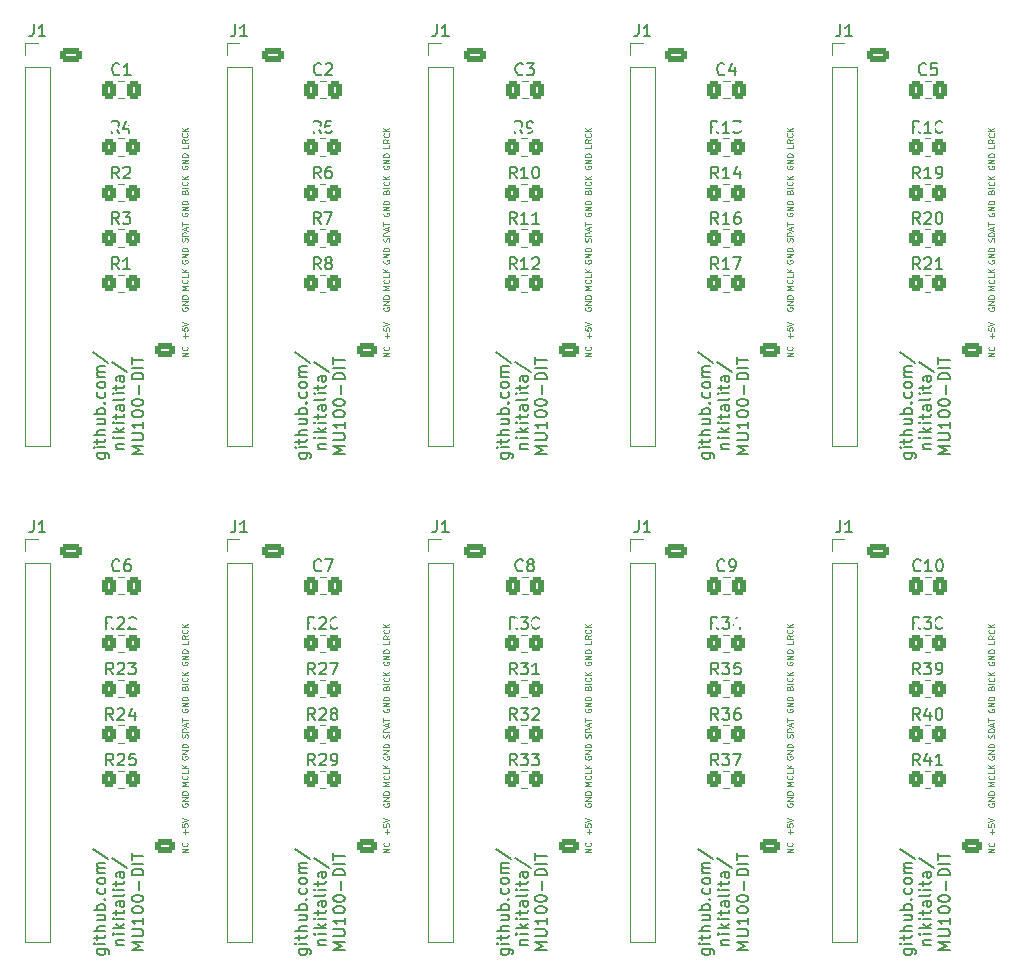
<source format=gbr>
%TF.GenerationSoftware,KiCad,Pcbnew,(6.0.1)*%
%TF.CreationDate,2022-07-06T22:16:31-07:00*%
%TF.ProjectId,mu100-dit-connector-board-panelized,6d753130-302d-4646-9974-2d636f6e6e65,rev?*%
%TF.SameCoordinates,Original*%
%TF.FileFunction,Legend,Top*%
%TF.FilePolarity,Positive*%
%FSLAX46Y46*%
G04 Gerber Fmt 4.6, Leading zero omitted, Abs format (unit mm)*
G04 Created by KiCad (PCBNEW (6.0.1)) date 2022-07-06 22:16:31*
%MOMM*%
%LPD*%
G01*
G04 APERTURE LIST*
G04 Aperture macros list*
%AMRoundRect*
0 Rectangle with rounded corners*
0 $1 Rounding radius*
0 $2 $3 $4 $5 $6 $7 $8 $9 X,Y pos of 4 corners*
0 Add a 4 corners polygon primitive as box body*
4,1,4,$2,$3,$4,$5,$6,$7,$8,$9,$2,$3,0*
0 Add four circle primitives for the rounded corners*
1,1,$1+$1,$2,$3*
1,1,$1+$1,$4,$5*
1,1,$1+$1,$6,$7*
1,1,$1+$1,$8,$9*
0 Add four rect primitives between the rounded corners*
20,1,$1+$1,$2,$3,$4,$5,0*
20,1,$1+$1,$4,$5,$6,$7,0*
20,1,$1+$1,$6,$7,$8,$9,0*
20,1,$1+$1,$8,$9,$2,$3,0*%
G04 Aperture macros list end*
%ADD10C,0.125000*%
%ADD11C,0.150000*%
%ADD12C,0.120000*%
%ADD13C,1.000000*%
%ADD14C,1.152000*%
%ADD15C,0.500000*%
%ADD16RoundRect,0.250000X-0.350000X-0.450000X0.350000X-0.450000X0.350000X0.450000X-0.350000X0.450000X0*%
%ADD17R,1.350000X1.350000*%
%ADD18O,1.350000X1.350000*%
%ADD19RoundRect,0.250000X-0.337500X-0.475000X0.337500X-0.475000X0.337500X0.475000X-0.337500X0.475000X0*%
%ADD20RoundRect,0.250000X-0.650000X0.350000X-0.650000X-0.350000X0.650000X-0.350000X0.650000X0.350000X0*%
%ADD21O,1.800000X1.200000*%
%ADD22RoundRect,0.250000X0.625000X-0.350000X0.625000X0.350000X-0.625000X0.350000X-0.625000X-0.350000X0*%
%ADD23O,1.750000X1.200000*%
%ADD24C,0.800000*%
G04 APERTURE END LIST*
D10*
X46307000Y-36204752D02*
X46283190Y-36252371D01*
X46283190Y-36323800D01*
X46307000Y-36395228D01*
X46354619Y-36442847D01*
X46402238Y-36466657D01*
X46497476Y-36490466D01*
X46568904Y-36490466D01*
X46664142Y-36466657D01*
X46711761Y-36442847D01*
X46759380Y-36395228D01*
X46783190Y-36323800D01*
X46783190Y-36276180D01*
X46759380Y-36204752D01*
X46735571Y-36180942D01*
X46568904Y-36180942D01*
X46568904Y-36276180D01*
X46783190Y-35966657D02*
X46283190Y-35966657D01*
X46783190Y-35680942D01*
X46283190Y-35680942D01*
X46783190Y-35442847D02*
X46283190Y-35442847D01*
X46283190Y-35323800D01*
X46307000Y-35252371D01*
X46354619Y-35204752D01*
X46402238Y-35180942D01*
X46497476Y-35157133D01*
X46568904Y-35157133D01*
X46664142Y-35180942D01*
X46711761Y-35204752D01*
X46759380Y-35252371D01*
X46783190Y-35323800D01*
X46783190Y-35442847D01*
X63382000Y-44204752D02*
X63358190Y-44252371D01*
X63358190Y-44323800D01*
X63382000Y-44395228D01*
X63429619Y-44442847D01*
X63477238Y-44466657D01*
X63572476Y-44490466D01*
X63643904Y-44490466D01*
X63739142Y-44466657D01*
X63786761Y-44442847D01*
X63834380Y-44395228D01*
X63858190Y-44323800D01*
X63858190Y-44276180D01*
X63834380Y-44204752D01*
X63810571Y-44180942D01*
X63643904Y-44180942D01*
X63643904Y-44276180D01*
X63858190Y-43966657D02*
X63358190Y-43966657D01*
X63858190Y-43680942D01*
X63358190Y-43680942D01*
X63858190Y-43442847D02*
X63358190Y-43442847D01*
X63358190Y-43323800D01*
X63382000Y-43252371D01*
X63429619Y-43204752D01*
X63477238Y-43180942D01*
X63572476Y-43157133D01*
X63643904Y-43157133D01*
X63739142Y-43180942D01*
X63786761Y-43204752D01*
X63834380Y-43252371D01*
X63858190Y-43323800D01*
X63858190Y-43442847D01*
X97817714Y-92766657D02*
X97817714Y-92385704D01*
X98008190Y-92576180D02*
X97627238Y-92576180D01*
X97508190Y-91909514D02*
X97508190Y-92147609D01*
X97746285Y-92171419D01*
X97722476Y-92147609D01*
X97698666Y-92099990D01*
X97698666Y-91980942D01*
X97722476Y-91933323D01*
X97746285Y-91909514D01*
X97793904Y-91885704D01*
X97912952Y-91885704D01*
X97960571Y-91909514D01*
X97984380Y-91933323D01*
X98008190Y-91980942D01*
X98008190Y-92099990D01*
X97984380Y-92147609D01*
X97960571Y-92171419D01*
X97508190Y-91742847D02*
X98008190Y-91576180D01*
X97508190Y-91409514D01*
X29517714Y-92766657D02*
X29517714Y-92385704D01*
X29708190Y-92576180D02*
X29327238Y-92576180D01*
X29208190Y-91909514D02*
X29208190Y-92147609D01*
X29446285Y-92171419D01*
X29422476Y-92147609D01*
X29398666Y-92099990D01*
X29398666Y-91980942D01*
X29422476Y-91933323D01*
X29446285Y-91909514D01*
X29493904Y-91885704D01*
X29612952Y-91885704D01*
X29660571Y-91909514D01*
X29684380Y-91933323D01*
X29708190Y-91980942D01*
X29708190Y-92099990D01*
X29684380Y-92147609D01*
X29660571Y-92171419D01*
X29208190Y-91742847D02*
X29708190Y-91576180D01*
X29208190Y-91409514D01*
D11*
X39145714Y-102531190D02*
X39955238Y-102531190D01*
X40050476Y-102578809D01*
X40098095Y-102626428D01*
X40145714Y-102721666D01*
X40145714Y-102864523D01*
X40098095Y-102959761D01*
X39764761Y-102531190D02*
X39812380Y-102626428D01*
X39812380Y-102816904D01*
X39764761Y-102912142D01*
X39717142Y-102959761D01*
X39621904Y-103007380D01*
X39336190Y-103007380D01*
X39240952Y-102959761D01*
X39193333Y-102912142D01*
X39145714Y-102816904D01*
X39145714Y-102626428D01*
X39193333Y-102531190D01*
X39812380Y-102055000D02*
X39145714Y-102055000D01*
X38812380Y-102055000D02*
X38860000Y-102102619D01*
X38907619Y-102055000D01*
X38860000Y-102007380D01*
X38812380Y-102055000D01*
X38907619Y-102055000D01*
X39145714Y-101721666D02*
X39145714Y-101340714D01*
X38812380Y-101578809D02*
X39669523Y-101578809D01*
X39764761Y-101531190D01*
X39812380Y-101435952D01*
X39812380Y-101340714D01*
X39812380Y-101007380D02*
X38812380Y-101007380D01*
X39812380Y-100578809D02*
X39288571Y-100578809D01*
X39193333Y-100626428D01*
X39145714Y-100721666D01*
X39145714Y-100864523D01*
X39193333Y-100959761D01*
X39240952Y-101007380D01*
X39145714Y-99674047D02*
X39812380Y-99674047D01*
X39145714Y-100102619D02*
X39669523Y-100102619D01*
X39764761Y-100055000D01*
X39812380Y-99959761D01*
X39812380Y-99816904D01*
X39764761Y-99721666D01*
X39717142Y-99674047D01*
X39812380Y-99197857D02*
X38812380Y-99197857D01*
X39193333Y-99197857D02*
X39145714Y-99102619D01*
X39145714Y-98912142D01*
X39193333Y-98816904D01*
X39240952Y-98769285D01*
X39336190Y-98721666D01*
X39621904Y-98721666D01*
X39717142Y-98769285D01*
X39764761Y-98816904D01*
X39812380Y-98912142D01*
X39812380Y-99102619D01*
X39764761Y-99197857D01*
X39717142Y-98293095D02*
X39764761Y-98245476D01*
X39812380Y-98293095D01*
X39764761Y-98340714D01*
X39717142Y-98293095D01*
X39812380Y-98293095D01*
X39764761Y-97388333D02*
X39812380Y-97483571D01*
X39812380Y-97674047D01*
X39764761Y-97769285D01*
X39717142Y-97816904D01*
X39621904Y-97864523D01*
X39336190Y-97864523D01*
X39240952Y-97816904D01*
X39193333Y-97769285D01*
X39145714Y-97674047D01*
X39145714Y-97483571D01*
X39193333Y-97388333D01*
X39812380Y-96816904D02*
X39764761Y-96912142D01*
X39717142Y-96959761D01*
X39621904Y-97007380D01*
X39336190Y-97007380D01*
X39240952Y-96959761D01*
X39193333Y-96912142D01*
X39145714Y-96816904D01*
X39145714Y-96674047D01*
X39193333Y-96578809D01*
X39240952Y-96531190D01*
X39336190Y-96483571D01*
X39621904Y-96483571D01*
X39717142Y-96531190D01*
X39764761Y-96578809D01*
X39812380Y-96674047D01*
X39812380Y-96816904D01*
X39812380Y-96055000D02*
X39145714Y-96055000D01*
X39240952Y-96055000D02*
X39193333Y-96007380D01*
X39145714Y-95912142D01*
X39145714Y-95769285D01*
X39193333Y-95674047D01*
X39288571Y-95626428D01*
X39812380Y-95626428D01*
X39288571Y-95626428D02*
X39193333Y-95578809D01*
X39145714Y-95483571D01*
X39145714Y-95340714D01*
X39193333Y-95245476D01*
X39288571Y-95197857D01*
X39812380Y-95197857D01*
X38764761Y-94007380D02*
X40050476Y-94864523D01*
X40755714Y-102150238D02*
X41422380Y-102150238D01*
X40850952Y-102150238D02*
X40803333Y-102102619D01*
X40755714Y-102007380D01*
X40755714Y-101864523D01*
X40803333Y-101769285D01*
X40898571Y-101721666D01*
X41422380Y-101721666D01*
X41422380Y-101245476D02*
X40755714Y-101245476D01*
X40422380Y-101245476D02*
X40470000Y-101293095D01*
X40517619Y-101245476D01*
X40470000Y-101197857D01*
X40422380Y-101245476D01*
X40517619Y-101245476D01*
X41422380Y-100769285D02*
X40422380Y-100769285D01*
X41041428Y-100674047D02*
X41422380Y-100388333D01*
X40755714Y-100388333D02*
X41136666Y-100769285D01*
X41422380Y-99959761D02*
X40755714Y-99959761D01*
X40422380Y-99959761D02*
X40470000Y-100007380D01*
X40517619Y-99959761D01*
X40470000Y-99912142D01*
X40422380Y-99959761D01*
X40517619Y-99959761D01*
X40755714Y-99626428D02*
X40755714Y-99245476D01*
X40422380Y-99483571D02*
X41279523Y-99483571D01*
X41374761Y-99435952D01*
X41422380Y-99340714D01*
X41422380Y-99245476D01*
X41422380Y-98483571D02*
X40898571Y-98483571D01*
X40803333Y-98531190D01*
X40755714Y-98626428D01*
X40755714Y-98816904D01*
X40803333Y-98912142D01*
X41374761Y-98483571D02*
X41422380Y-98578809D01*
X41422380Y-98816904D01*
X41374761Y-98912142D01*
X41279523Y-98959761D01*
X41184285Y-98959761D01*
X41089047Y-98912142D01*
X41041428Y-98816904D01*
X41041428Y-98578809D01*
X40993809Y-98483571D01*
X41422380Y-97864523D02*
X41374761Y-97959761D01*
X41279523Y-98007380D01*
X40422380Y-98007380D01*
X41422380Y-97483571D02*
X40755714Y-97483571D01*
X40422380Y-97483571D02*
X40470000Y-97531190D01*
X40517619Y-97483571D01*
X40470000Y-97435952D01*
X40422380Y-97483571D01*
X40517619Y-97483571D01*
X40755714Y-97150238D02*
X40755714Y-96769285D01*
X40422380Y-97007380D02*
X41279523Y-97007380D01*
X41374761Y-96959761D01*
X41422380Y-96864523D01*
X41422380Y-96769285D01*
X41422380Y-96007380D02*
X40898571Y-96007380D01*
X40803333Y-96055000D01*
X40755714Y-96150238D01*
X40755714Y-96340714D01*
X40803333Y-96435952D01*
X41374761Y-96007380D02*
X41422380Y-96102619D01*
X41422380Y-96340714D01*
X41374761Y-96435952D01*
X41279523Y-96483571D01*
X41184285Y-96483571D01*
X41089047Y-96435952D01*
X41041428Y-96340714D01*
X41041428Y-96102619D01*
X40993809Y-96007380D01*
X40374761Y-94816904D02*
X41660476Y-95674047D01*
X43032380Y-102578809D02*
X42032380Y-102578809D01*
X42746666Y-102245476D01*
X42032380Y-101912142D01*
X43032380Y-101912142D01*
X42032380Y-101435952D02*
X42841904Y-101435952D01*
X42937142Y-101388333D01*
X42984761Y-101340714D01*
X43032380Y-101245476D01*
X43032380Y-101055000D01*
X42984761Y-100959761D01*
X42937142Y-100912142D01*
X42841904Y-100864523D01*
X42032380Y-100864523D01*
X43032380Y-99864523D02*
X43032380Y-100435952D01*
X43032380Y-100150238D02*
X42032380Y-100150238D01*
X42175238Y-100245476D01*
X42270476Y-100340714D01*
X42318095Y-100435952D01*
X42032380Y-99245476D02*
X42032380Y-99150238D01*
X42080000Y-99055000D01*
X42127619Y-99007380D01*
X42222857Y-98959761D01*
X42413333Y-98912142D01*
X42651428Y-98912142D01*
X42841904Y-98959761D01*
X42937142Y-99007380D01*
X42984761Y-99055000D01*
X43032380Y-99150238D01*
X43032380Y-99245476D01*
X42984761Y-99340714D01*
X42937142Y-99388333D01*
X42841904Y-99435952D01*
X42651428Y-99483571D01*
X42413333Y-99483571D01*
X42222857Y-99435952D01*
X42127619Y-99388333D01*
X42080000Y-99340714D01*
X42032380Y-99245476D01*
X42032380Y-98293095D02*
X42032380Y-98197857D01*
X42080000Y-98102619D01*
X42127619Y-98055000D01*
X42222857Y-98007380D01*
X42413333Y-97959761D01*
X42651428Y-97959761D01*
X42841904Y-98007380D01*
X42937142Y-98055000D01*
X42984761Y-98102619D01*
X43032380Y-98197857D01*
X43032380Y-98293095D01*
X42984761Y-98388333D01*
X42937142Y-98435952D01*
X42841904Y-98483571D01*
X42651428Y-98531190D01*
X42413333Y-98531190D01*
X42222857Y-98483571D01*
X42127619Y-98435952D01*
X42080000Y-98388333D01*
X42032380Y-98293095D01*
X42651428Y-97531190D02*
X42651428Y-96769285D01*
X43032380Y-96293095D02*
X42032380Y-96293095D01*
X42032380Y-96055000D01*
X42080000Y-95912142D01*
X42175238Y-95816904D01*
X42270476Y-95769285D01*
X42460952Y-95721666D01*
X42603809Y-95721666D01*
X42794285Y-95769285D01*
X42889523Y-95816904D01*
X42984761Y-95912142D01*
X43032380Y-96055000D01*
X43032380Y-96293095D01*
X43032380Y-95293095D02*
X42032380Y-95293095D01*
X42032380Y-94959761D02*
X42032380Y-94388333D01*
X43032380Y-94674047D02*
X42032380Y-94674047D01*
D10*
X80457000Y-86204752D02*
X80433190Y-86252371D01*
X80433190Y-86323800D01*
X80457000Y-86395228D01*
X80504619Y-86442847D01*
X80552238Y-86466657D01*
X80647476Y-86490466D01*
X80718904Y-86490466D01*
X80814142Y-86466657D01*
X80861761Y-86442847D01*
X80909380Y-86395228D01*
X80933190Y-86323800D01*
X80933190Y-86276180D01*
X80909380Y-86204752D01*
X80885571Y-86180942D01*
X80718904Y-86180942D01*
X80718904Y-86276180D01*
X80933190Y-85966657D02*
X80433190Y-85966657D01*
X80933190Y-85680942D01*
X80433190Y-85680942D01*
X80933190Y-85442847D02*
X80433190Y-85442847D01*
X80433190Y-85323800D01*
X80457000Y-85252371D01*
X80504619Y-85204752D01*
X80552238Y-85180942D01*
X80647476Y-85157133D01*
X80718904Y-85157133D01*
X80814142Y-85180942D01*
X80861761Y-85204752D01*
X80909380Y-85252371D01*
X80933190Y-85323800D01*
X80933190Y-85442847D01*
X29708190Y-88692847D02*
X29208190Y-88692847D01*
X29565333Y-88526180D01*
X29208190Y-88359514D01*
X29708190Y-88359514D01*
X29660571Y-87835704D02*
X29684380Y-87859514D01*
X29708190Y-87930942D01*
X29708190Y-87978561D01*
X29684380Y-88049990D01*
X29636761Y-88097609D01*
X29589142Y-88121419D01*
X29493904Y-88145228D01*
X29422476Y-88145228D01*
X29327238Y-88121419D01*
X29279619Y-88097609D01*
X29232000Y-88049990D01*
X29208190Y-87978561D01*
X29208190Y-87930942D01*
X29232000Y-87859514D01*
X29255809Y-87835704D01*
X29708190Y-87383323D02*
X29708190Y-87621419D01*
X29208190Y-87621419D01*
X29708190Y-87216657D02*
X29208190Y-87216657D01*
X29708190Y-86930942D02*
X29422476Y-87145228D01*
X29208190Y-86930942D02*
X29493904Y-87216657D01*
X80933190Y-76419038D02*
X80933190Y-76657133D01*
X80433190Y-76657133D01*
X80933190Y-75966657D02*
X80695095Y-76133323D01*
X80933190Y-76252371D02*
X80433190Y-76252371D01*
X80433190Y-76061895D01*
X80457000Y-76014276D01*
X80480809Y-75990466D01*
X80528428Y-75966657D01*
X80599857Y-75966657D01*
X80647476Y-75990466D01*
X80671285Y-76014276D01*
X80695095Y-76061895D01*
X80695095Y-76252371D01*
X80885571Y-75466657D02*
X80909380Y-75490466D01*
X80933190Y-75561895D01*
X80933190Y-75609514D01*
X80909380Y-75680942D01*
X80861761Y-75728561D01*
X80814142Y-75752371D01*
X80718904Y-75776180D01*
X80647476Y-75776180D01*
X80552238Y-75752371D01*
X80504619Y-75728561D01*
X80457000Y-75680942D01*
X80433190Y-75609514D01*
X80433190Y-75561895D01*
X80457000Y-75490466D01*
X80480809Y-75466657D01*
X80933190Y-75252371D02*
X80433190Y-75252371D01*
X80933190Y-74966657D02*
X80647476Y-75180942D01*
X80433190Y-74966657D02*
X80718904Y-75252371D01*
X63667714Y-50766657D02*
X63667714Y-50385704D01*
X63858190Y-50576180D02*
X63477238Y-50576180D01*
X63358190Y-49909514D02*
X63358190Y-50147609D01*
X63596285Y-50171419D01*
X63572476Y-50147609D01*
X63548666Y-50099990D01*
X63548666Y-49980942D01*
X63572476Y-49933323D01*
X63596285Y-49909514D01*
X63643904Y-49885704D01*
X63762952Y-49885704D01*
X63810571Y-49909514D01*
X63834380Y-49933323D01*
X63858190Y-49980942D01*
X63858190Y-50099990D01*
X63834380Y-50147609D01*
X63810571Y-50171419D01*
X63358190Y-49742847D02*
X63858190Y-49576180D01*
X63358190Y-49409514D01*
X63834380Y-84621419D02*
X63858190Y-84549990D01*
X63858190Y-84430942D01*
X63834380Y-84383323D01*
X63810571Y-84359514D01*
X63762952Y-84335704D01*
X63715333Y-84335704D01*
X63667714Y-84359514D01*
X63643904Y-84383323D01*
X63620095Y-84430942D01*
X63596285Y-84526180D01*
X63572476Y-84573800D01*
X63548666Y-84597609D01*
X63501047Y-84621419D01*
X63453428Y-84621419D01*
X63405809Y-84597609D01*
X63382000Y-84573800D01*
X63358190Y-84526180D01*
X63358190Y-84407133D01*
X63382000Y-84335704D01*
X63858190Y-84121419D02*
X63358190Y-84121419D01*
X63358190Y-84002371D01*
X63382000Y-83930942D01*
X63429619Y-83883323D01*
X63477238Y-83859514D01*
X63572476Y-83835704D01*
X63643904Y-83835704D01*
X63739142Y-83859514D01*
X63786761Y-83883323D01*
X63834380Y-83930942D01*
X63858190Y-84002371D01*
X63858190Y-84121419D01*
X63715333Y-83645228D02*
X63715333Y-83407133D01*
X63858190Y-83692847D02*
X63358190Y-83526180D01*
X63858190Y-83359514D01*
X63358190Y-83264276D02*
X63358190Y-82978561D01*
X63858190Y-83121419D02*
X63358190Y-83121419D01*
X97984380Y-84621419D02*
X98008190Y-84549990D01*
X98008190Y-84430942D01*
X97984380Y-84383323D01*
X97960571Y-84359514D01*
X97912952Y-84335704D01*
X97865333Y-84335704D01*
X97817714Y-84359514D01*
X97793904Y-84383323D01*
X97770095Y-84430942D01*
X97746285Y-84526180D01*
X97722476Y-84573800D01*
X97698666Y-84597609D01*
X97651047Y-84621419D01*
X97603428Y-84621419D01*
X97555809Y-84597609D01*
X97532000Y-84573800D01*
X97508190Y-84526180D01*
X97508190Y-84407133D01*
X97532000Y-84335704D01*
X98008190Y-84121419D02*
X97508190Y-84121419D01*
X97508190Y-84002371D01*
X97532000Y-83930942D01*
X97579619Y-83883323D01*
X97627238Y-83859514D01*
X97722476Y-83835704D01*
X97793904Y-83835704D01*
X97889142Y-83859514D01*
X97936761Y-83883323D01*
X97984380Y-83930942D01*
X98008190Y-84002371D01*
X98008190Y-84121419D01*
X97865333Y-83645228D02*
X97865333Y-83407133D01*
X98008190Y-83692847D02*
X97508190Y-83526180D01*
X98008190Y-83359514D01*
X97508190Y-83264276D02*
X97508190Y-82978561D01*
X98008190Y-83121419D02*
X97508190Y-83121419D01*
X46307000Y-48204752D02*
X46283190Y-48252371D01*
X46283190Y-48323800D01*
X46307000Y-48395228D01*
X46354619Y-48442847D01*
X46402238Y-48466657D01*
X46497476Y-48490466D01*
X46568904Y-48490466D01*
X46664142Y-48466657D01*
X46711761Y-48442847D01*
X46759380Y-48395228D01*
X46783190Y-48323800D01*
X46783190Y-48276180D01*
X46759380Y-48204752D01*
X46735571Y-48180942D01*
X46568904Y-48180942D01*
X46568904Y-48276180D01*
X46783190Y-47966657D02*
X46283190Y-47966657D01*
X46783190Y-47680942D01*
X46283190Y-47680942D01*
X46783190Y-47442847D02*
X46283190Y-47442847D01*
X46283190Y-47323800D01*
X46307000Y-47252371D01*
X46354619Y-47204752D01*
X46402238Y-47180942D01*
X46497476Y-47157133D01*
X46568904Y-47157133D01*
X46664142Y-47180942D01*
X46711761Y-47204752D01*
X46759380Y-47252371D01*
X46783190Y-47323800D01*
X46783190Y-47442847D01*
X80742714Y-92766657D02*
X80742714Y-92385704D01*
X80933190Y-92576180D02*
X80552238Y-92576180D01*
X80433190Y-91909514D02*
X80433190Y-92147609D01*
X80671285Y-92171419D01*
X80647476Y-92147609D01*
X80623666Y-92099990D01*
X80623666Y-91980942D01*
X80647476Y-91933323D01*
X80671285Y-91909514D01*
X80718904Y-91885704D01*
X80837952Y-91885704D01*
X80885571Y-91909514D01*
X80909380Y-91933323D01*
X80933190Y-91980942D01*
X80933190Y-92099990D01*
X80909380Y-92147609D01*
X80885571Y-92171419D01*
X80433190Y-91742847D02*
X80933190Y-91576180D01*
X80433190Y-91409514D01*
D11*
X90370714Y-60531190D02*
X91180238Y-60531190D01*
X91275476Y-60578809D01*
X91323095Y-60626428D01*
X91370714Y-60721666D01*
X91370714Y-60864523D01*
X91323095Y-60959761D01*
X90989761Y-60531190D02*
X91037380Y-60626428D01*
X91037380Y-60816904D01*
X90989761Y-60912142D01*
X90942142Y-60959761D01*
X90846904Y-61007380D01*
X90561190Y-61007380D01*
X90465952Y-60959761D01*
X90418333Y-60912142D01*
X90370714Y-60816904D01*
X90370714Y-60626428D01*
X90418333Y-60531190D01*
X91037380Y-60055000D02*
X90370714Y-60055000D01*
X90037380Y-60055000D02*
X90085000Y-60102619D01*
X90132619Y-60055000D01*
X90085000Y-60007380D01*
X90037380Y-60055000D01*
X90132619Y-60055000D01*
X90370714Y-59721666D02*
X90370714Y-59340714D01*
X90037380Y-59578809D02*
X90894523Y-59578809D01*
X90989761Y-59531190D01*
X91037380Y-59435952D01*
X91037380Y-59340714D01*
X91037380Y-59007380D02*
X90037380Y-59007380D01*
X91037380Y-58578809D02*
X90513571Y-58578809D01*
X90418333Y-58626428D01*
X90370714Y-58721666D01*
X90370714Y-58864523D01*
X90418333Y-58959761D01*
X90465952Y-59007380D01*
X90370714Y-57674047D02*
X91037380Y-57674047D01*
X90370714Y-58102619D02*
X90894523Y-58102619D01*
X90989761Y-58055000D01*
X91037380Y-57959761D01*
X91037380Y-57816904D01*
X90989761Y-57721666D01*
X90942142Y-57674047D01*
X91037380Y-57197857D02*
X90037380Y-57197857D01*
X90418333Y-57197857D02*
X90370714Y-57102619D01*
X90370714Y-56912142D01*
X90418333Y-56816904D01*
X90465952Y-56769285D01*
X90561190Y-56721666D01*
X90846904Y-56721666D01*
X90942142Y-56769285D01*
X90989761Y-56816904D01*
X91037380Y-56912142D01*
X91037380Y-57102619D01*
X90989761Y-57197857D01*
X90942142Y-56293095D02*
X90989761Y-56245476D01*
X91037380Y-56293095D01*
X90989761Y-56340714D01*
X90942142Y-56293095D01*
X91037380Y-56293095D01*
X90989761Y-55388333D02*
X91037380Y-55483571D01*
X91037380Y-55674047D01*
X90989761Y-55769285D01*
X90942142Y-55816904D01*
X90846904Y-55864523D01*
X90561190Y-55864523D01*
X90465952Y-55816904D01*
X90418333Y-55769285D01*
X90370714Y-55674047D01*
X90370714Y-55483571D01*
X90418333Y-55388333D01*
X91037380Y-54816904D02*
X90989761Y-54912142D01*
X90942142Y-54959761D01*
X90846904Y-55007380D01*
X90561190Y-55007380D01*
X90465952Y-54959761D01*
X90418333Y-54912142D01*
X90370714Y-54816904D01*
X90370714Y-54674047D01*
X90418333Y-54578809D01*
X90465952Y-54531190D01*
X90561190Y-54483571D01*
X90846904Y-54483571D01*
X90942142Y-54531190D01*
X90989761Y-54578809D01*
X91037380Y-54674047D01*
X91037380Y-54816904D01*
X91037380Y-54055000D02*
X90370714Y-54055000D01*
X90465952Y-54055000D02*
X90418333Y-54007380D01*
X90370714Y-53912142D01*
X90370714Y-53769285D01*
X90418333Y-53674047D01*
X90513571Y-53626428D01*
X91037380Y-53626428D01*
X90513571Y-53626428D02*
X90418333Y-53578809D01*
X90370714Y-53483571D01*
X90370714Y-53340714D01*
X90418333Y-53245476D01*
X90513571Y-53197857D01*
X91037380Y-53197857D01*
X89989761Y-52007380D02*
X91275476Y-52864523D01*
X91980714Y-60150238D02*
X92647380Y-60150238D01*
X92075952Y-60150238D02*
X92028333Y-60102619D01*
X91980714Y-60007380D01*
X91980714Y-59864523D01*
X92028333Y-59769285D01*
X92123571Y-59721666D01*
X92647380Y-59721666D01*
X92647380Y-59245476D02*
X91980714Y-59245476D01*
X91647380Y-59245476D02*
X91695000Y-59293095D01*
X91742619Y-59245476D01*
X91695000Y-59197857D01*
X91647380Y-59245476D01*
X91742619Y-59245476D01*
X92647380Y-58769285D02*
X91647380Y-58769285D01*
X92266428Y-58674047D02*
X92647380Y-58388333D01*
X91980714Y-58388333D02*
X92361666Y-58769285D01*
X92647380Y-57959761D02*
X91980714Y-57959761D01*
X91647380Y-57959761D02*
X91695000Y-58007380D01*
X91742619Y-57959761D01*
X91695000Y-57912142D01*
X91647380Y-57959761D01*
X91742619Y-57959761D01*
X91980714Y-57626428D02*
X91980714Y-57245476D01*
X91647380Y-57483571D02*
X92504523Y-57483571D01*
X92599761Y-57435952D01*
X92647380Y-57340714D01*
X92647380Y-57245476D01*
X92647380Y-56483571D02*
X92123571Y-56483571D01*
X92028333Y-56531190D01*
X91980714Y-56626428D01*
X91980714Y-56816904D01*
X92028333Y-56912142D01*
X92599761Y-56483571D02*
X92647380Y-56578809D01*
X92647380Y-56816904D01*
X92599761Y-56912142D01*
X92504523Y-56959761D01*
X92409285Y-56959761D01*
X92314047Y-56912142D01*
X92266428Y-56816904D01*
X92266428Y-56578809D01*
X92218809Y-56483571D01*
X92647380Y-55864523D02*
X92599761Y-55959761D01*
X92504523Y-56007380D01*
X91647380Y-56007380D01*
X92647380Y-55483571D02*
X91980714Y-55483571D01*
X91647380Y-55483571D02*
X91695000Y-55531190D01*
X91742619Y-55483571D01*
X91695000Y-55435952D01*
X91647380Y-55483571D01*
X91742619Y-55483571D01*
X91980714Y-55150238D02*
X91980714Y-54769285D01*
X91647380Y-55007380D02*
X92504523Y-55007380D01*
X92599761Y-54959761D01*
X92647380Y-54864523D01*
X92647380Y-54769285D01*
X92647380Y-54007380D02*
X92123571Y-54007380D01*
X92028333Y-54055000D01*
X91980714Y-54150238D01*
X91980714Y-54340714D01*
X92028333Y-54435952D01*
X92599761Y-54007380D02*
X92647380Y-54102619D01*
X92647380Y-54340714D01*
X92599761Y-54435952D01*
X92504523Y-54483571D01*
X92409285Y-54483571D01*
X92314047Y-54435952D01*
X92266428Y-54340714D01*
X92266428Y-54102619D01*
X92218809Y-54007380D01*
X91599761Y-52816904D02*
X92885476Y-53674047D01*
X94257380Y-60578809D02*
X93257380Y-60578809D01*
X93971666Y-60245476D01*
X93257380Y-59912142D01*
X94257380Y-59912142D01*
X93257380Y-59435952D02*
X94066904Y-59435952D01*
X94162142Y-59388333D01*
X94209761Y-59340714D01*
X94257380Y-59245476D01*
X94257380Y-59055000D01*
X94209761Y-58959761D01*
X94162142Y-58912142D01*
X94066904Y-58864523D01*
X93257380Y-58864523D01*
X94257380Y-57864523D02*
X94257380Y-58435952D01*
X94257380Y-58150238D02*
X93257380Y-58150238D01*
X93400238Y-58245476D01*
X93495476Y-58340714D01*
X93543095Y-58435952D01*
X93257380Y-57245476D02*
X93257380Y-57150238D01*
X93305000Y-57055000D01*
X93352619Y-57007380D01*
X93447857Y-56959761D01*
X93638333Y-56912142D01*
X93876428Y-56912142D01*
X94066904Y-56959761D01*
X94162142Y-57007380D01*
X94209761Y-57055000D01*
X94257380Y-57150238D01*
X94257380Y-57245476D01*
X94209761Y-57340714D01*
X94162142Y-57388333D01*
X94066904Y-57435952D01*
X93876428Y-57483571D01*
X93638333Y-57483571D01*
X93447857Y-57435952D01*
X93352619Y-57388333D01*
X93305000Y-57340714D01*
X93257380Y-57245476D01*
X93257380Y-56293095D02*
X93257380Y-56197857D01*
X93305000Y-56102619D01*
X93352619Y-56055000D01*
X93447857Y-56007380D01*
X93638333Y-55959761D01*
X93876428Y-55959761D01*
X94066904Y-56007380D01*
X94162142Y-56055000D01*
X94209761Y-56102619D01*
X94257380Y-56197857D01*
X94257380Y-56293095D01*
X94209761Y-56388333D01*
X94162142Y-56435952D01*
X94066904Y-56483571D01*
X93876428Y-56531190D01*
X93638333Y-56531190D01*
X93447857Y-56483571D01*
X93352619Y-56435952D01*
X93305000Y-56388333D01*
X93257380Y-56293095D01*
X93876428Y-55531190D02*
X93876428Y-54769285D01*
X94257380Y-54293095D02*
X93257380Y-54293095D01*
X93257380Y-54055000D01*
X93305000Y-53912142D01*
X93400238Y-53816904D01*
X93495476Y-53769285D01*
X93685952Y-53721666D01*
X93828809Y-53721666D01*
X94019285Y-53769285D01*
X94114523Y-53816904D01*
X94209761Y-53912142D01*
X94257380Y-54055000D01*
X94257380Y-54293095D01*
X94257380Y-53293095D02*
X93257380Y-53293095D01*
X93257380Y-52959761D02*
X93257380Y-52388333D01*
X94257380Y-52674047D02*
X93257380Y-52674047D01*
X22070714Y-102531190D02*
X22880238Y-102531190D01*
X22975476Y-102578809D01*
X23023095Y-102626428D01*
X23070714Y-102721666D01*
X23070714Y-102864523D01*
X23023095Y-102959761D01*
X22689761Y-102531190D02*
X22737380Y-102626428D01*
X22737380Y-102816904D01*
X22689761Y-102912142D01*
X22642142Y-102959761D01*
X22546904Y-103007380D01*
X22261190Y-103007380D01*
X22165952Y-102959761D01*
X22118333Y-102912142D01*
X22070714Y-102816904D01*
X22070714Y-102626428D01*
X22118333Y-102531190D01*
X22737380Y-102055000D02*
X22070714Y-102055000D01*
X21737380Y-102055000D02*
X21785000Y-102102619D01*
X21832619Y-102055000D01*
X21785000Y-102007380D01*
X21737380Y-102055000D01*
X21832619Y-102055000D01*
X22070714Y-101721666D02*
X22070714Y-101340714D01*
X21737380Y-101578809D02*
X22594523Y-101578809D01*
X22689761Y-101531190D01*
X22737380Y-101435952D01*
X22737380Y-101340714D01*
X22737380Y-101007380D02*
X21737380Y-101007380D01*
X22737380Y-100578809D02*
X22213571Y-100578809D01*
X22118333Y-100626428D01*
X22070714Y-100721666D01*
X22070714Y-100864523D01*
X22118333Y-100959761D01*
X22165952Y-101007380D01*
X22070714Y-99674047D02*
X22737380Y-99674047D01*
X22070714Y-100102619D02*
X22594523Y-100102619D01*
X22689761Y-100055000D01*
X22737380Y-99959761D01*
X22737380Y-99816904D01*
X22689761Y-99721666D01*
X22642142Y-99674047D01*
X22737380Y-99197857D02*
X21737380Y-99197857D01*
X22118333Y-99197857D02*
X22070714Y-99102619D01*
X22070714Y-98912142D01*
X22118333Y-98816904D01*
X22165952Y-98769285D01*
X22261190Y-98721666D01*
X22546904Y-98721666D01*
X22642142Y-98769285D01*
X22689761Y-98816904D01*
X22737380Y-98912142D01*
X22737380Y-99102619D01*
X22689761Y-99197857D01*
X22642142Y-98293095D02*
X22689761Y-98245476D01*
X22737380Y-98293095D01*
X22689761Y-98340714D01*
X22642142Y-98293095D01*
X22737380Y-98293095D01*
X22689761Y-97388333D02*
X22737380Y-97483571D01*
X22737380Y-97674047D01*
X22689761Y-97769285D01*
X22642142Y-97816904D01*
X22546904Y-97864523D01*
X22261190Y-97864523D01*
X22165952Y-97816904D01*
X22118333Y-97769285D01*
X22070714Y-97674047D01*
X22070714Y-97483571D01*
X22118333Y-97388333D01*
X22737380Y-96816904D02*
X22689761Y-96912142D01*
X22642142Y-96959761D01*
X22546904Y-97007380D01*
X22261190Y-97007380D01*
X22165952Y-96959761D01*
X22118333Y-96912142D01*
X22070714Y-96816904D01*
X22070714Y-96674047D01*
X22118333Y-96578809D01*
X22165952Y-96531190D01*
X22261190Y-96483571D01*
X22546904Y-96483571D01*
X22642142Y-96531190D01*
X22689761Y-96578809D01*
X22737380Y-96674047D01*
X22737380Y-96816904D01*
X22737380Y-96055000D02*
X22070714Y-96055000D01*
X22165952Y-96055000D02*
X22118333Y-96007380D01*
X22070714Y-95912142D01*
X22070714Y-95769285D01*
X22118333Y-95674047D01*
X22213571Y-95626428D01*
X22737380Y-95626428D01*
X22213571Y-95626428D02*
X22118333Y-95578809D01*
X22070714Y-95483571D01*
X22070714Y-95340714D01*
X22118333Y-95245476D01*
X22213571Y-95197857D01*
X22737380Y-95197857D01*
X21689761Y-94007380D02*
X22975476Y-94864523D01*
X23680714Y-102150238D02*
X24347380Y-102150238D01*
X23775952Y-102150238D02*
X23728333Y-102102619D01*
X23680714Y-102007380D01*
X23680714Y-101864523D01*
X23728333Y-101769285D01*
X23823571Y-101721666D01*
X24347380Y-101721666D01*
X24347380Y-101245476D02*
X23680714Y-101245476D01*
X23347380Y-101245476D02*
X23395000Y-101293095D01*
X23442619Y-101245476D01*
X23395000Y-101197857D01*
X23347380Y-101245476D01*
X23442619Y-101245476D01*
X24347380Y-100769285D02*
X23347380Y-100769285D01*
X23966428Y-100674047D02*
X24347380Y-100388333D01*
X23680714Y-100388333D02*
X24061666Y-100769285D01*
X24347380Y-99959761D02*
X23680714Y-99959761D01*
X23347380Y-99959761D02*
X23395000Y-100007380D01*
X23442619Y-99959761D01*
X23395000Y-99912142D01*
X23347380Y-99959761D01*
X23442619Y-99959761D01*
X23680714Y-99626428D02*
X23680714Y-99245476D01*
X23347380Y-99483571D02*
X24204523Y-99483571D01*
X24299761Y-99435952D01*
X24347380Y-99340714D01*
X24347380Y-99245476D01*
X24347380Y-98483571D02*
X23823571Y-98483571D01*
X23728333Y-98531190D01*
X23680714Y-98626428D01*
X23680714Y-98816904D01*
X23728333Y-98912142D01*
X24299761Y-98483571D02*
X24347380Y-98578809D01*
X24347380Y-98816904D01*
X24299761Y-98912142D01*
X24204523Y-98959761D01*
X24109285Y-98959761D01*
X24014047Y-98912142D01*
X23966428Y-98816904D01*
X23966428Y-98578809D01*
X23918809Y-98483571D01*
X24347380Y-97864523D02*
X24299761Y-97959761D01*
X24204523Y-98007380D01*
X23347380Y-98007380D01*
X24347380Y-97483571D02*
X23680714Y-97483571D01*
X23347380Y-97483571D02*
X23395000Y-97531190D01*
X23442619Y-97483571D01*
X23395000Y-97435952D01*
X23347380Y-97483571D01*
X23442619Y-97483571D01*
X23680714Y-97150238D02*
X23680714Y-96769285D01*
X23347380Y-97007380D02*
X24204523Y-97007380D01*
X24299761Y-96959761D01*
X24347380Y-96864523D01*
X24347380Y-96769285D01*
X24347380Y-96007380D02*
X23823571Y-96007380D01*
X23728333Y-96055000D01*
X23680714Y-96150238D01*
X23680714Y-96340714D01*
X23728333Y-96435952D01*
X24299761Y-96007380D02*
X24347380Y-96102619D01*
X24347380Y-96340714D01*
X24299761Y-96435952D01*
X24204523Y-96483571D01*
X24109285Y-96483571D01*
X24014047Y-96435952D01*
X23966428Y-96340714D01*
X23966428Y-96102619D01*
X23918809Y-96007380D01*
X23299761Y-94816904D02*
X24585476Y-95674047D01*
X25957380Y-102578809D02*
X24957380Y-102578809D01*
X25671666Y-102245476D01*
X24957380Y-101912142D01*
X25957380Y-101912142D01*
X24957380Y-101435952D02*
X25766904Y-101435952D01*
X25862142Y-101388333D01*
X25909761Y-101340714D01*
X25957380Y-101245476D01*
X25957380Y-101055000D01*
X25909761Y-100959761D01*
X25862142Y-100912142D01*
X25766904Y-100864523D01*
X24957380Y-100864523D01*
X25957380Y-99864523D02*
X25957380Y-100435952D01*
X25957380Y-100150238D02*
X24957380Y-100150238D01*
X25100238Y-100245476D01*
X25195476Y-100340714D01*
X25243095Y-100435952D01*
X24957380Y-99245476D02*
X24957380Y-99150238D01*
X25005000Y-99055000D01*
X25052619Y-99007380D01*
X25147857Y-98959761D01*
X25338333Y-98912142D01*
X25576428Y-98912142D01*
X25766904Y-98959761D01*
X25862142Y-99007380D01*
X25909761Y-99055000D01*
X25957380Y-99150238D01*
X25957380Y-99245476D01*
X25909761Y-99340714D01*
X25862142Y-99388333D01*
X25766904Y-99435952D01*
X25576428Y-99483571D01*
X25338333Y-99483571D01*
X25147857Y-99435952D01*
X25052619Y-99388333D01*
X25005000Y-99340714D01*
X24957380Y-99245476D01*
X24957380Y-98293095D02*
X24957380Y-98197857D01*
X25005000Y-98102619D01*
X25052619Y-98055000D01*
X25147857Y-98007380D01*
X25338333Y-97959761D01*
X25576428Y-97959761D01*
X25766904Y-98007380D01*
X25862142Y-98055000D01*
X25909761Y-98102619D01*
X25957380Y-98197857D01*
X25957380Y-98293095D01*
X25909761Y-98388333D01*
X25862142Y-98435952D01*
X25766904Y-98483571D01*
X25576428Y-98531190D01*
X25338333Y-98531190D01*
X25147857Y-98483571D01*
X25052619Y-98435952D01*
X25005000Y-98388333D01*
X24957380Y-98293095D01*
X25576428Y-97531190D02*
X25576428Y-96769285D01*
X25957380Y-96293095D02*
X24957380Y-96293095D01*
X24957380Y-96055000D01*
X25005000Y-95912142D01*
X25100238Y-95816904D01*
X25195476Y-95769285D01*
X25385952Y-95721666D01*
X25528809Y-95721666D01*
X25719285Y-95769285D01*
X25814523Y-95816904D01*
X25909761Y-95912142D01*
X25957380Y-96055000D01*
X25957380Y-96293095D01*
X25957380Y-95293095D02*
X24957380Y-95293095D01*
X24957380Y-94959761D02*
X24957380Y-94388333D01*
X25957380Y-94674047D02*
X24957380Y-94674047D01*
D10*
X46521285Y-38407133D02*
X46545095Y-38335704D01*
X46568904Y-38311895D01*
X46616523Y-38288085D01*
X46687952Y-38288085D01*
X46735571Y-38311895D01*
X46759380Y-38335704D01*
X46783190Y-38383323D01*
X46783190Y-38573800D01*
X46283190Y-38573800D01*
X46283190Y-38407133D01*
X46307000Y-38359514D01*
X46330809Y-38335704D01*
X46378428Y-38311895D01*
X46426047Y-38311895D01*
X46473666Y-38335704D01*
X46497476Y-38359514D01*
X46521285Y-38407133D01*
X46521285Y-38573800D01*
X46783190Y-38073800D02*
X46283190Y-38073800D01*
X46735571Y-37549990D02*
X46759380Y-37573800D01*
X46783190Y-37645228D01*
X46783190Y-37692847D01*
X46759380Y-37764276D01*
X46711761Y-37811895D01*
X46664142Y-37835704D01*
X46568904Y-37859514D01*
X46497476Y-37859514D01*
X46402238Y-37835704D01*
X46354619Y-37811895D01*
X46307000Y-37764276D01*
X46283190Y-37692847D01*
X46283190Y-37645228D01*
X46307000Y-37573800D01*
X46330809Y-37549990D01*
X46783190Y-37335704D02*
X46283190Y-37335704D01*
X46783190Y-37049990D02*
X46497476Y-37264276D01*
X46283190Y-37049990D02*
X46568904Y-37335704D01*
X98008190Y-76419038D02*
X98008190Y-76657133D01*
X97508190Y-76657133D01*
X98008190Y-75966657D02*
X97770095Y-76133323D01*
X98008190Y-76252371D02*
X97508190Y-76252371D01*
X97508190Y-76061895D01*
X97532000Y-76014276D01*
X97555809Y-75990466D01*
X97603428Y-75966657D01*
X97674857Y-75966657D01*
X97722476Y-75990466D01*
X97746285Y-76014276D01*
X97770095Y-76061895D01*
X97770095Y-76252371D01*
X97960571Y-75466657D02*
X97984380Y-75490466D01*
X98008190Y-75561895D01*
X98008190Y-75609514D01*
X97984380Y-75680942D01*
X97936761Y-75728561D01*
X97889142Y-75752371D01*
X97793904Y-75776180D01*
X97722476Y-75776180D01*
X97627238Y-75752371D01*
X97579619Y-75728561D01*
X97532000Y-75680942D01*
X97508190Y-75609514D01*
X97508190Y-75561895D01*
X97532000Y-75490466D01*
X97555809Y-75466657D01*
X98008190Y-75252371D02*
X97508190Y-75252371D01*
X98008190Y-74966657D02*
X97722476Y-75180942D01*
X97508190Y-74966657D02*
X97793904Y-75252371D01*
X63382000Y-90204752D02*
X63358190Y-90252371D01*
X63358190Y-90323800D01*
X63382000Y-90395228D01*
X63429619Y-90442847D01*
X63477238Y-90466657D01*
X63572476Y-90490466D01*
X63643904Y-90490466D01*
X63739142Y-90466657D01*
X63786761Y-90442847D01*
X63834380Y-90395228D01*
X63858190Y-90323800D01*
X63858190Y-90276180D01*
X63834380Y-90204752D01*
X63810571Y-90180942D01*
X63643904Y-90180942D01*
X63643904Y-90276180D01*
X63858190Y-89966657D02*
X63358190Y-89966657D01*
X63858190Y-89680942D01*
X63358190Y-89680942D01*
X63858190Y-89442847D02*
X63358190Y-89442847D01*
X63358190Y-89323800D01*
X63382000Y-89252371D01*
X63429619Y-89204752D01*
X63477238Y-89180942D01*
X63572476Y-89157133D01*
X63643904Y-89157133D01*
X63739142Y-89180942D01*
X63786761Y-89204752D01*
X63834380Y-89252371D01*
X63858190Y-89323800D01*
X63858190Y-89442847D01*
X46521285Y-80407133D02*
X46545095Y-80335704D01*
X46568904Y-80311895D01*
X46616523Y-80288085D01*
X46687952Y-80288085D01*
X46735571Y-80311895D01*
X46759380Y-80335704D01*
X46783190Y-80383323D01*
X46783190Y-80573800D01*
X46283190Y-80573800D01*
X46283190Y-80407133D01*
X46307000Y-80359514D01*
X46330809Y-80335704D01*
X46378428Y-80311895D01*
X46426047Y-80311895D01*
X46473666Y-80335704D01*
X46497476Y-80359514D01*
X46521285Y-80407133D01*
X46521285Y-80573800D01*
X46783190Y-80073800D02*
X46283190Y-80073800D01*
X46735571Y-79549990D02*
X46759380Y-79573800D01*
X46783190Y-79645228D01*
X46783190Y-79692847D01*
X46759380Y-79764276D01*
X46711761Y-79811895D01*
X46664142Y-79835704D01*
X46568904Y-79859514D01*
X46497476Y-79859514D01*
X46402238Y-79835704D01*
X46354619Y-79811895D01*
X46307000Y-79764276D01*
X46283190Y-79692847D01*
X46283190Y-79645228D01*
X46307000Y-79573800D01*
X46330809Y-79549990D01*
X46783190Y-79335704D02*
X46283190Y-79335704D01*
X46783190Y-79049990D02*
X46497476Y-79264276D01*
X46283190Y-79049990D02*
X46568904Y-79335704D01*
X97532000Y-78204752D02*
X97508190Y-78252371D01*
X97508190Y-78323800D01*
X97532000Y-78395228D01*
X97579619Y-78442847D01*
X97627238Y-78466657D01*
X97722476Y-78490466D01*
X97793904Y-78490466D01*
X97889142Y-78466657D01*
X97936761Y-78442847D01*
X97984380Y-78395228D01*
X98008190Y-78323800D01*
X98008190Y-78276180D01*
X97984380Y-78204752D01*
X97960571Y-78180942D01*
X97793904Y-78180942D01*
X97793904Y-78276180D01*
X98008190Y-77966657D02*
X97508190Y-77966657D01*
X98008190Y-77680942D01*
X97508190Y-77680942D01*
X98008190Y-77442847D02*
X97508190Y-77442847D01*
X97508190Y-77323800D01*
X97532000Y-77252371D01*
X97579619Y-77204752D01*
X97627238Y-77180942D01*
X97722476Y-77157133D01*
X97793904Y-77157133D01*
X97889142Y-77180942D01*
X97936761Y-77204752D01*
X97984380Y-77252371D01*
X98008190Y-77323800D01*
X98008190Y-77442847D01*
X29708190Y-94316657D02*
X29208190Y-94316657D01*
X29708190Y-94030942D01*
X29208190Y-94030942D01*
X29660571Y-93507133D02*
X29684380Y-93530942D01*
X29708190Y-93602371D01*
X29708190Y-93649990D01*
X29684380Y-93721419D01*
X29636761Y-93769038D01*
X29589142Y-93792847D01*
X29493904Y-93816657D01*
X29422476Y-93816657D01*
X29327238Y-93792847D01*
X29279619Y-93769038D01*
X29232000Y-93721419D01*
X29208190Y-93649990D01*
X29208190Y-93602371D01*
X29232000Y-93530942D01*
X29255809Y-93507133D01*
X97532000Y-90204752D02*
X97508190Y-90252371D01*
X97508190Y-90323800D01*
X97532000Y-90395228D01*
X97579619Y-90442847D01*
X97627238Y-90466657D01*
X97722476Y-90490466D01*
X97793904Y-90490466D01*
X97889142Y-90466657D01*
X97936761Y-90442847D01*
X97984380Y-90395228D01*
X98008190Y-90323800D01*
X98008190Y-90276180D01*
X97984380Y-90204752D01*
X97960571Y-90180942D01*
X97793904Y-90180942D01*
X97793904Y-90276180D01*
X98008190Y-89966657D02*
X97508190Y-89966657D01*
X98008190Y-89680942D01*
X97508190Y-89680942D01*
X98008190Y-89442847D02*
X97508190Y-89442847D01*
X97508190Y-89323800D01*
X97532000Y-89252371D01*
X97579619Y-89204752D01*
X97627238Y-89180942D01*
X97722476Y-89157133D01*
X97793904Y-89157133D01*
X97889142Y-89180942D01*
X97936761Y-89204752D01*
X97984380Y-89252371D01*
X98008190Y-89323800D01*
X98008190Y-89442847D01*
X63858190Y-88692847D02*
X63358190Y-88692847D01*
X63715333Y-88526180D01*
X63358190Y-88359514D01*
X63858190Y-88359514D01*
X63810571Y-87835704D02*
X63834380Y-87859514D01*
X63858190Y-87930942D01*
X63858190Y-87978561D01*
X63834380Y-88049990D01*
X63786761Y-88097609D01*
X63739142Y-88121419D01*
X63643904Y-88145228D01*
X63572476Y-88145228D01*
X63477238Y-88121419D01*
X63429619Y-88097609D01*
X63382000Y-88049990D01*
X63358190Y-87978561D01*
X63358190Y-87930942D01*
X63382000Y-87859514D01*
X63405809Y-87835704D01*
X63858190Y-87383323D02*
X63858190Y-87621419D01*
X63358190Y-87621419D01*
X63858190Y-87216657D02*
X63358190Y-87216657D01*
X63858190Y-86930942D02*
X63572476Y-87145228D01*
X63358190Y-86930942D02*
X63643904Y-87216657D01*
X80457000Y-36204752D02*
X80433190Y-36252371D01*
X80433190Y-36323800D01*
X80457000Y-36395228D01*
X80504619Y-36442847D01*
X80552238Y-36466657D01*
X80647476Y-36490466D01*
X80718904Y-36490466D01*
X80814142Y-36466657D01*
X80861761Y-36442847D01*
X80909380Y-36395228D01*
X80933190Y-36323800D01*
X80933190Y-36276180D01*
X80909380Y-36204752D01*
X80885571Y-36180942D01*
X80718904Y-36180942D01*
X80718904Y-36276180D01*
X80933190Y-35966657D02*
X80433190Y-35966657D01*
X80933190Y-35680942D01*
X80433190Y-35680942D01*
X80933190Y-35442847D02*
X80433190Y-35442847D01*
X80433190Y-35323800D01*
X80457000Y-35252371D01*
X80504619Y-35204752D01*
X80552238Y-35180942D01*
X80647476Y-35157133D01*
X80718904Y-35157133D01*
X80814142Y-35180942D01*
X80861761Y-35204752D01*
X80909380Y-35252371D01*
X80933190Y-35323800D01*
X80933190Y-35442847D01*
X29517714Y-50766657D02*
X29517714Y-50385704D01*
X29708190Y-50576180D02*
X29327238Y-50576180D01*
X29208190Y-49909514D02*
X29208190Y-50147609D01*
X29446285Y-50171419D01*
X29422476Y-50147609D01*
X29398666Y-50099990D01*
X29398666Y-49980942D01*
X29422476Y-49933323D01*
X29446285Y-49909514D01*
X29493904Y-49885704D01*
X29612952Y-49885704D01*
X29660571Y-49909514D01*
X29684380Y-49933323D01*
X29708190Y-49980942D01*
X29708190Y-50099990D01*
X29684380Y-50147609D01*
X29660571Y-50171419D01*
X29208190Y-49742847D02*
X29708190Y-49576180D01*
X29208190Y-49409514D01*
D11*
X22070714Y-60531190D02*
X22880238Y-60531190D01*
X22975476Y-60578809D01*
X23023095Y-60626428D01*
X23070714Y-60721666D01*
X23070714Y-60864523D01*
X23023095Y-60959761D01*
X22689761Y-60531190D02*
X22737380Y-60626428D01*
X22737380Y-60816904D01*
X22689761Y-60912142D01*
X22642142Y-60959761D01*
X22546904Y-61007380D01*
X22261190Y-61007380D01*
X22165952Y-60959761D01*
X22118333Y-60912142D01*
X22070714Y-60816904D01*
X22070714Y-60626428D01*
X22118333Y-60531190D01*
X22737380Y-60055000D02*
X22070714Y-60055000D01*
X21737380Y-60055000D02*
X21785000Y-60102619D01*
X21832619Y-60055000D01*
X21785000Y-60007380D01*
X21737380Y-60055000D01*
X21832619Y-60055000D01*
X22070714Y-59721666D02*
X22070714Y-59340714D01*
X21737380Y-59578809D02*
X22594523Y-59578809D01*
X22689761Y-59531190D01*
X22737380Y-59435952D01*
X22737380Y-59340714D01*
X22737380Y-59007380D02*
X21737380Y-59007380D01*
X22737380Y-58578809D02*
X22213571Y-58578809D01*
X22118333Y-58626428D01*
X22070714Y-58721666D01*
X22070714Y-58864523D01*
X22118333Y-58959761D01*
X22165952Y-59007380D01*
X22070714Y-57674047D02*
X22737380Y-57674047D01*
X22070714Y-58102619D02*
X22594523Y-58102619D01*
X22689761Y-58055000D01*
X22737380Y-57959761D01*
X22737380Y-57816904D01*
X22689761Y-57721666D01*
X22642142Y-57674047D01*
X22737380Y-57197857D02*
X21737380Y-57197857D01*
X22118333Y-57197857D02*
X22070714Y-57102619D01*
X22070714Y-56912142D01*
X22118333Y-56816904D01*
X22165952Y-56769285D01*
X22261190Y-56721666D01*
X22546904Y-56721666D01*
X22642142Y-56769285D01*
X22689761Y-56816904D01*
X22737380Y-56912142D01*
X22737380Y-57102619D01*
X22689761Y-57197857D01*
X22642142Y-56293095D02*
X22689761Y-56245476D01*
X22737380Y-56293095D01*
X22689761Y-56340714D01*
X22642142Y-56293095D01*
X22737380Y-56293095D01*
X22689761Y-55388333D02*
X22737380Y-55483571D01*
X22737380Y-55674047D01*
X22689761Y-55769285D01*
X22642142Y-55816904D01*
X22546904Y-55864523D01*
X22261190Y-55864523D01*
X22165952Y-55816904D01*
X22118333Y-55769285D01*
X22070714Y-55674047D01*
X22070714Y-55483571D01*
X22118333Y-55388333D01*
X22737380Y-54816904D02*
X22689761Y-54912142D01*
X22642142Y-54959761D01*
X22546904Y-55007380D01*
X22261190Y-55007380D01*
X22165952Y-54959761D01*
X22118333Y-54912142D01*
X22070714Y-54816904D01*
X22070714Y-54674047D01*
X22118333Y-54578809D01*
X22165952Y-54531190D01*
X22261190Y-54483571D01*
X22546904Y-54483571D01*
X22642142Y-54531190D01*
X22689761Y-54578809D01*
X22737380Y-54674047D01*
X22737380Y-54816904D01*
X22737380Y-54055000D02*
X22070714Y-54055000D01*
X22165952Y-54055000D02*
X22118333Y-54007380D01*
X22070714Y-53912142D01*
X22070714Y-53769285D01*
X22118333Y-53674047D01*
X22213571Y-53626428D01*
X22737380Y-53626428D01*
X22213571Y-53626428D02*
X22118333Y-53578809D01*
X22070714Y-53483571D01*
X22070714Y-53340714D01*
X22118333Y-53245476D01*
X22213571Y-53197857D01*
X22737380Y-53197857D01*
X21689761Y-52007380D02*
X22975476Y-52864523D01*
X23680714Y-60150238D02*
X24347380Y-60150238D01*
X23775952Y-60150238D02*
X23728333Y-60102619D01*
X23680714Y-60007380D01*
X23680714Y-59864523D01*
X23728333Y-59769285D01*
X23823571Y-59721666D01*
X24347380Y-59721666D01*
X24347380Y-59245476D02*
X23680714Y-59245476D01*
X23347380Y-59245476D02*
X23395000Y-59293095D01*
X23442619Y-59245476D01*
X23395000Y-59197857D01*
X23347380Y-59245476D01*
X23442619Y-59245476D01*
X24347380Y-58769285D02*
X23347380Y-58769285D01*
X23966428Y-58674047D02*
X24347380Y-58388333D01*
X23680714Y-58388333D02*
X24061666Y-58769285D01*
X24347380Y-57959761D02*
X23680714Y-57959761D01*
X23347380Y-57959761D02*
X23395000Y-58007380D01*
X23442619Y-57959761D01*
X23395000Y-57912142D01*
X23347380Y-57959761D01*
X23442619Y-57959761D01*
X23680714Y-57626428D02*
X23680714Y-57245476D01*
X23347380Y-57483571D02*
X24204523Y-57483571D01*
X24299761Y-57435952D01*
X24347380Y-57340714D01*
X24347380Y-57245476D01*
X24347380Y-56483571D02*
X23823571Y-56483571D01*
X23728333Y-56531190D01*
X23680714Y-56626428D01*
X23680714Y-56816904D01*
X23728333Y-56912142D01*
X24299761Y-56483571D02*
X24347380Y-56578809D01*
X24347380Y-56816904D01*
X24299761Y-56912142D01*
X24204523Y-56959761D01*
X24109285Y-56959761D01*
X24014047Y-56912142D01*
X23966428Y-56816904D01*
X23966428Y-56578809D01*
X23918809Y-56483571D01*
X24347380Y-55864523D02*
X24299761Y-55959761D01*
X24204523Y-56007380D01*
X23347380Y-56007380D01*
X24347380Y-55483571D02*
X23680714Y-55483571D01*
X23347380Y-55483571D02*
X23395000Y-55531190D01*
X23442619Y-55483571D01*
X23395000Y-55435952D01*
X23347380Y-55483571D01*
X23442619Y-55483571D01*
X23680714Y-55150238D02*
X23680714Y-54769285D01*
X23347380Y-55007380D02*
X24204523Y-55007380D01*
X24299761Y-54959761D01*
X24347380Y-54864523D01*
X24347380Y-54769285D01*
X24347380Y-54007380D02*
X23823571Y-54007380D01*
X23728333Y-54055000D01*
X23680714Y-54150238D01*
X23680714Y-54340714D01*
X23728333Y-54435952D01*
X24299761Y-54007380D02*
X24347380Y-54102619D01*
X24347380Y-54340714D01*
X24299761Y-54435952D01*
X24204523Y-54483571D01*
X24109285Y-54483571D01*
X24014047Y-54435952D01*
X23966428Y-54340714D01*
X23966428Y-54102619D01*
X23918809Y-54007380D01*
X23299761Y-52816904D02*
X24585476Y-53674047D01*
X25957380Y-60578809D02*
X24957380Y-60578809D01*
X25671666Y-60245476D01*
X24957380Y-59912142D01*
X25957380Y-59912142D01*
X24957380Y-59435952D02*
X25766904Y-59435952D01*
X25862142Y-59388333D01*
X25909761Y-59340714D01*
X25957380Y-59245476D01*
X25957380Y-59055000D01*
X25909761Y-58959761D01*
X25862142Y-58912142D01*
X25766904Y-58864523D01*
X24957380Y-58864523D01*
X25957380Y-57864523D02*
X25957380Y-58435952D01*
X25957380Y-58150238D02*
X24957380Y-58150238D01*
X25100238Y-58245476D01*
X25195476Y-58340714D01*
X25243095Y-58435952D01*
X24957380Y-57245476D02*
X24957380Y-57150238D01*
X25005000Y-57055000D01*
X25052619Y-57007380D01*
X25147857Y-56959761D01*
X25338333Y-56912142D01*
X25576428Y-56912142D01*
X25766904Y-56959761D01*
X25862142Y-57007380D01*
X25909761Y-57055000D01*
X25957380Y-57150238D01*
X25957380Y-57245476D01*
X25909761Y-57340714D01*
X25862142Y-57388333D01*
X25766904Y-57435952D01*
X25576428Y-57483571D01*
X25338333Y-57483571D01*
X25147857Y-57435952D01*
X25052619Y-57388333D01*
X25005000Y-57340714D01*
X24957380Y-57245476D01*
X24957380Y-56293095D02*
X24957380Y-56197857D01*
X25005000Y-56102619D01*
X25052619Y-56055000D01*
X25147857Y-56007380D01*
X25338333Y-55959761D01*
X25576428Y-55959761D01*
X25766904Y-56007380D01*
X25862142Y-56055000D01*
X25909761Y-56102619D01*
X25957380Y-56197857D01*
X25957380Y-56293095D01*
X25909761Y-56388333D01*
X25862142Y-56435952D01*
X25766904Y-56483571D01*
X25576428Y-56531190D01*
X25338333Y-56531190D01*
X25147857Y-56483571D01*
X25052619Y-56435952D01*
X25005000Y-56388333D01*
X24957380Y-56293095D01*
X25576428Y-55531190D02*
X25576428Y-54769285D01*
X25957380Y-54293095D02*
X24957380Y-54293095D01*
X24957380Y-54055000D01*
X25005000Y-53912142D01*
X25100238Y-53816904D01*
X25195476Y-53769285D01*
X25385952Y-53721666D01*
X25528809Y-53721666D01*
X25719285Y-53769285D01*
X25814523Y-53816904D01*
X25909761Y-53912142D01*
X25957380Y-54055000D01*
X25957380Y-54293095D01*
X25957380Y-53293095D02*
X24957380Y-53293095D01*
X24957380Y-52959761D02*
X24957380Y-52388333D01*
X25957380Y-52674047D02*
X24957380Y-52674047D01*
D10*
X80671285Y-80407133D02*
X80695095Y-80335704D01*
X80718904Y-80311895D01*
X80766523Y-80288085D01*
X80837952Y-80288085D01*
X80885571Y-80311895D01*
X80909380Y-80335704D01*
X80933190Y-80383323D01*
X80933190Y-80573800D01*
X80433190Y-80573800D01*
X80433190Y-80407133D01*
X80457000Y-80359514D01*
X80480809Y-80335704D01*
X80528428Y-80311895D01*
X80576047Y-80311895D01*
X80623666Y-80335704D01*
X80647476Y-80359514D01*
X80671285Y-80407133D01*
X80671285Y-80573800D01*
X80933190Y-80073800D02*
X80433190Y-80073800D01*
X80885571Y-79549990D02*
X80909380Y-79573800D01*
X80933190Y-79645228D01*
X80933190Y-79692847D01*
X80909380Y-79764276D01*
X80861761Y-79811895D01*
X80814142Y-79835704D01*
X80718904Y-79859514D01*
X80647476Y-79859514D01*
X80552238Y-79835704D01*
X80504619Y-79811895D01*
X80457000Y-79764276D01*
X80433190Y-79692847D01*
X80433190Y-79645228D01*
X80457000Y-79573800D01*
X80480809Y-79549990D01*
X80933190Y-79335704D02*
X80433190Y-79335704D01*
X80933190Y-79049990D02*
X80647476Y-79264276D01*
X80433190Y-79049990D02*
X80718904Y-79335704D01*
X63858190Y-46692847D02*
X63358190Y-46692847D01*
X63715333Y-46526180D01*
X63358190Y-46359514D01*
X63858190Y-46359514D01*
X63810571Y-45835704D02*
X63834380Y-45859514D01*
X63858190Y-45930942D01*
X63858190Y-45978561D01*
X63834380Y-46049990D01*
X63786761Y-46097609D01*
X63739142Y-46121419D01*
X63643904Y-46145228D01*
X63572476Y-46145228D01*
X63477238Y-46121419D01*
X63429619Y-46097609D01*
X63382000Y-46049990D01*
X63358190Y-45978561D01*
X63358190Y-45930942D01*
X63382000Y-45859514D01*
X63405809Y-45835704D01*
X63858190Y-45383323D02*
X63858190Y-45621419D01*
X63358190Y-45621419D01*
X63858190Y-45216657D02*
X63358190Y-45216657D01*
X63858190Y-44930942D02*
X63572476Y-45145228D01*
X63358190Y-44930942D02*
X63643904Y-45216657D01*
X29708190Y-76419038D02*
X29708190Y-76657133D01*
X29208190Y-76657133D01*
X29708190Y-75966657D02*
X29470095Y-76133323D01*
X29708190Y-76252371D02*
X29208190Y-76252371D01*
X29208190Y-76061895D01*
X29232000Y-76014276D01*
X29255809Y-75990466D01*
X29303428Y-75966657D01*
X29374857Y-75966657D01*
X29422476Y-75990466D01*
X29446285Y-76014276D01*
X29470095Y-76061895D01*
X29470095Y-76252371D01*
X29660571Y-75466657D02*
X29684380Y-75490466D01*
X29708190Y-75561895D01*
X29708190Y-75609514D01*
X29684380Y-75680942D01*
X29636761Y-75728561D01*
X29589142Y-75752371D01*
X29493904Y-75776180D01*
X29422476Y-75776180D01*
X29327238Y-75752371D01*
X29279619Y-75728561D01*
X29232000Y-75680942D01*
X29208190Y-75609514D01*
X29208190Y-75561895D01*
X29232000Y-75490466D01*
X29255809Y-75466657D01*
X29708190Y-75252371D02*
X29208190Y-75252371D01*
X29708190Y-74966657D02*
X29422476Y-75180942D01*
X29208190Y-74966657D02*
X29493904Y-75252371D01*
X97532000Y-82204752D02*
X97508190Y-82252371D01*
X97508190Y-82323800D01*
X97532000Y-82395228D01*
X97579619Y-82442847D01*
X97627238Y-82466657D01*
X97722476Y-82490466D01*
X97793904Y-82490466D01*
X97889142Y-82466657D01*
X97936761Y-82442847D01*
X97984380Y-82395228D01*
X98008190Y-82323800D01*
X98008190Y-82276180D01*
X97984380Y-82204752D01*
X97960571Y-82180942D01*
X97793904Y-82180942D01*
X97793904Y-82276180D01*
X98008190Y-81966657D02*
X97508190Y-81966657D01*
X98008190Y-81680942D01*
X97508190Y-81680942D01*
X98008190Y-81442847D02*
X97508190Y-81442847D01*
X97508190Y-81323800D01*
X97532000Y-81252371D01*
X97579619Y-81204752D01*
X97627238Y-81180942D01*
X97722476Y-81157133D01*
X97793904Y-81157133D01*
X97889142Y-81180942D01*
X97936761Y-81204752D01*
X97984380Y-81252371D01*
X98008190Y-81323800D01*
X98008190Y-81442847D01*
X97746285Y-80407133D02*
X97770095Y-80335704D01*
X97793904Y-80311895D01*
X97841523Y-80288085D01*
X97912952Y-80288085D01*
X97960571Y-80311895D01*
X97984380Y-80335704D01*
X98008190Y-80383323D01*
X98008190Y-80573800D01*
X97508190Y-80573800D01*
X97508190Y-80407133D01*
X97532000Y-80359514D01*
X97555809Y-80335704D01*
X97603428Y-80311895D01*
X97651047Y-80311895D01*
X97698666Y-80335704D01*
X97722476Y-80359514D01*
X97746285Y-80407133D01*
X97746285Y-80573800D01*
X98008190Y-80073800D02*
X97508190Y-80073800D01*
X97960571Y-79549990D02*
X97984380Y-79573800D01*
X98008190Y-79645228D01*
X98008190Y-79692847D01*
X97984380Y-79764276D01*
X97936761Y-79811895D01*
X97889142Y-79835704D01*
X97793904Y-79859514D01*
X97722476Y-79859514D01*
X97627238Y-79835704D01*
X97579619Y-79811895D01*
X97532000Y-79764276D01*
X97508190Y-79692847D01*
X97508190Y-79645228D01*
X97532000Y-79573800D01*
X97555809Y-79549990D01*
X98008190Y-79335704D02*
X97508190Y-79335704D01*
X98008190Y-79049990D02*
X97722476Y-79264276D01*
X97508190Y-79049990D02*
X97793904Y-79335704D01*
D11*
X56220714Y-102531190D02*
X57030238Y-102531190D01*
X57125476Y-102578809D01*
X57173095Y-102626428D01*
X57220714Y-102721666D01*
X57220714Y-102864523D01*
X57173095Y-102959761D01*
X56839761Y-102531190D02*
X56887380Y-102626428D01*
X56887380Y-102816904D01*
X56839761Y-102912142D01*
X56792142Y-102959761D01*
X56696904Y-103007380D01*
X56411190Y-103007380D01*
X56315952Y-102959761D01*
X56268333Y-102912142D01*
X56220714Y-102816904D01*
X56220714Y-102626428D01*
X56268333Y-102531190D01*
X56887380Y-102055000D02*
X56220714Y-102055000D01*
X55887380Y-102055000D02*
X55935000Y-102102619D01*
X55982619Y-102055000D01*
X55935000Y-102007380D01*
X55887380Y-102055000D01*
X55982619Y-102055000D01*
X56220714Y-101721666D02*
X56220714Y-101340714D01*
X55887380Y-101578809D02*
X56744523Y-101578809D01*
X56839761Y-101531190D01*
X56887380Y-101435952D01*
X56887380Y-101340714D01*
X56887380Y-101007380D02*
X55887380Y-101007380D01*
X56887380Y-100578809D02*
X56363571Y-100578809D01*
X56268333Y-100626428D01*
X56220714Y-100721666D01*
X56220714Y-100864523D01*
X56268333Y-100959761D01*
X56315952Y-101007380D01*
X56220714Y-99674047D02*
X56887380Y-99674047D01*
X56220714Y-100102619D02*
X56744523Y-100102619D01*
X56839761Y-100055000D01*
X56887380Y-99959761D01*
X56887380Y-99816904D01*
X56839761Y-99721666D01*
X56792142Y-99674047D01*
X56887380Y-99197857D02*
X55887380Y-99197857D01*
X56268333Y-99197857D02*
X56220714Y-99102619D01*
X56220714Y-98912142D01*
X56268333Y-98816904D01*
X56315952Y-98769285D01*
X56411190Y-98721666D01*
X56696904Y-98721666D01*
X56792142Y-98769285D01*
X56839761Y-98816904D01*
X56887380Y-98912142D01*
X56887380Y-99102619D01*
X56839761Y-99197857D01*
X56792142Y-98293095D02*
X56839761Y-98245476D01*
X56887380Y-98293095D01*
X56839761Y-98340714D01*
X56792142Y-98293095D01*
X56887380Y-98293095D01*
X56839761Y-97388333D02*
X56887380Y-97483571D01*
X56887380Y-97674047D01*
X56839761Y-97769285D01*
X56792142Y-97816904D01*
X56696904Y-97864523D01*
X56411190Y-97864523D01*
X56315952Y-97816904D01*
X56268333Y-97769285D01*
X56220714Y-97674047D01*
X56220714Y-97483571D01*
X56268333Y-97388333D01*
X56887380Y-96816904D02*
X56839761Y-96912142D01*
X56792142Y-96959761D01*
X56696904Y-97007380D01*
X56411190Y-97007380D01*
X56315952Y-96959761D01*
X56268333Y-96912142D01*
X56220714Y-96816904D01*
X56220714Y-96674047D01*
X56268333Y-96578809D01*
X56315952Y-96531190D01*
X56411190Y-96483571D01*
X56696904Y-96483571D01*
X56792142Y-96531190D01*
X56839761Y-96578809D01*
X56887380Y-96674047D01*
X56887380Y-96816904D01*
X56887380Y-96055000D02*
X56220714Y-96055000D01*
X56315952Y-96055000D02*
X56268333Y-96007380D01*
X56220714Y-95912142D01*
X56220714Y-95769285D01*
X56268333Y-95674047D01*
X56363571Y-95626428D01*
X56887380Y-95626428D01*
X56363571Y-95626428D02*
X56268333Y-95578809D01*
X56220714Y-95483571D01*
X56220714Y-95340714D01*
X56268333Y-95245476D01*
X56363571Y-95197857D01*
X56887380Y-95197857D01*
X55839761Y-94007380D02*
X57125476Y-94864523D01*
X57830714Y-102150238D02*
X58497380Y-102150238D01*
X57925952Y-102150238D02*
X57878333Y-102102619D01*
X57830714Y-102007380D01*
X57830714Y-101864523D01*
X57878333Y-101769285D01*
X57973571Y-101721666D01*
X58497380Y-101721666D01*
X58497380Y-101245476D02*
X57830714Y-101245476D01*
X57497380Y-101245476D02*
X57545000Y-101293095D01*
X57592619Y-101245476D01*
X57545000Y-101197857D01*
X57497380Y-101245476D01*
X57592619Y-101245476D01*
X58497380Y-100769285D02*
X57497380Y-100769285D01*
X58116428Y-100674047D02*
X58497380Y-100388333D01*
X57830714Y-100388333D02*
X58211666Y-100769285D01*
X58497380Y-99959761D02*
X57830714Y-99959761D01*
X57497380Y-99959761D02*
X57545000Y-100007380D01*
X57592619Y-99959761D01*
X57545000Y-99912142D01*
X57497380Y-99959761D01*
X57592619Y-99959761D01*
X57830714Y-99626428D02*
X57830714Y-99245476D01*
X57497380Y-99483571D02*
X58354523Y-99483571D01*
X58449761Y-99435952D01*
X58497380Y-99340714D01*
X58497380Y-99245476D01*
X58497380Y-98483571D02*
X57973571Y-98483571D01*
X57878333Y-98531190D01*
X57830714Y-98626428D01*
X57830714Y-98816904D01*
X57878333Y-98912142D01*
X58449761Y-98483571D02*
X58497380Y-98578809D01*
X58497380Y-98816904D01*
X58449761Y-98912142D01*
X58354523Y-98959761D01*
X58259285Y-98959761D01*
X58164047Y-98912142D01*
X58116428Y-98816904D01*
X58116428Y-98578809D01*
X58068809Y-98483571D01*
X58497380Y-97864523D02*
X58449761Y-97959761D01*
X58354523Y-98007380D01*
X57497380Y-98007380D01*
X58497380Y-97483571D02*
X57830714Y-97483571D01*
X57497380Y-97483571D02*
X57545000Y-97531190D01*
X57592619Y-97483571D01*
X57545000Y-97435952D01*
X57497380Y-97483571D01*
X57592619Y-97483571D01*
X57830714Y-97150238D02*
X57830714Y-96769285D01*
X57497380Y-97007380D02*
X58354523Y-97007380D01*
X58449761Y-96959761D01*
X58497380Y-96864523D01*
X58497380Y-96769285D01*
X58497380Y-96007380D02*
X57973571Y-96007380D01*
X57878333Y-96055000D01*
X57830714Y-96150238D01*
X57830714Y-96340714D01*
X57878333Y-96435952D01*
X58449761Y-96007380D02*
X58497380Y-96102619D01*
X58497380Y-96340714D01*
X58449761Y-96435952D01*
X58354523Y-96483571D01*
X58259285Y-96483571D01*
X58164047Y-96435952D01*
X58116428Y-96340714D01*
X58116428Y-96102619D01*
X58068809Y-96007380D01*
X57449761Y-94816904D02*
X58735476Y-95674047D01*
X60107380Y-102578809D02*
X59107380Y-102578809D01*
X59821666Y-102245476D01*
X59107380Y-101912142D01*
X60107380Y-101912142D01*
X59107380Y-101435952D02*
X59916904Y-101435952D01*
X60012142Y-101388333D01*
X60059761Y-101340714D01*
X60107380Y-101245476D01*
X60107380Y-101055000D01*
X60059761Y-100959761D01*
X60012142Y-100912142D01*
X59916904Y-100864523D01*
X59107380Y-100864523D01*
X60107380Y-99864523D02*
X60107380Y-100435952D01*
X60107380Y-100150238D02*
X59107380Y-100150238D01*
X59250238Y-100245476D01*
X59345476Y-100340714D01*
X59393095Y-100435952D01*
X59107380Y-99245476D02*
X59107380Y-99150238D01*
X59155000Y-99055000D01*
X59202619Y-99007380D01*
X59297857Y-98959761D01*
X59488333Y-98912142D01*
X59726428Y-98912142D01*
X59916904Y-98959761D01*
X60012142Y-99007380D01*
X60059761Y-99055000D01*
X60107380Y-99150238D01*
X60107380Y-99245476D01*
X60059761Y-99340714D01*
X60012142Y-99388333D01*
X59916904Y-99435952D01*
X59726428Y-99483571D01*
X59488333Y-99483571D01*
X59297857Y-99435952D01*
X59202619Y-99388333D01*
X59155000Y-99340714D01*
X59107380Y-99245476D01*
X59107380Y-98293095D02*
X59107380Y-98197857D01*
X59155000Y-98102619D01*
X59202619Y-98055000D01*
X59297857Y-98007380D01*
X59488333Y-97959761D01*
X59726428Y-97959761D01*
X59916904Y-98007380D01*
X60012142Y-98055000D01*
X60059761Y-98102619D01*
X60107380Y-98197857D01*
X60107380Y-98293095D01*
X60059761Y-98388333D01*
X60012142Y-98435952D01*
X59916904Y-98483571D01*
X59726428Y-98531190D01*
X59488333Y-98531190D01*
X59297857Y-98483571D01*
X59202619Y-98435952D01*
X59155000Y-98388333D01*
X59107380Y-98293095D01*
X59726428Y-97531190D02*
X59726428Y-96769285D01*
X60107380Y-96293095D02*
X59107380Y-96293095D01*
X59107380Y-96055000D01*
X59155000Y-95912142D01*
X59250238Y-95816904D01*
X59345476Y-95769285D01*
X59535952Y-95721666D01*
X59678809Y-95721666D01*
X59869285Y-95769285D01*
X59964523Y-95816904D01*
X60059761Y-95912142D01*
X60107380Y-96055000D01*
X60107380Y-96293095D01*
X60107380Y-95293095D02*
X59107380Y-95293095D01*
X59107380Y-94959761D02*
X59107380Y-94388333D01*
X60107380Y-94674047D02*
X59107380Y-94674047D01*
D10*
X29232000Y-78204752D02*
X29208190Y-78252371D01*
X29208190Y-78323800D01*
X29232000Y-78395228D01*
X29279619Y-78442847D01*
X29327238Y-78466657D01*
X29422476Y-78490466D01*
X29493904Y-78490466D01*
X29589142Y-78466657D01*
X29636761Y-78442847D01*
X29684380Y-78395228D01*
X29708190Y-78323800D01*
X29708190Y-78276180D01*
X29684380Y-78204752D01*
X29660571Y-78180942D01*
X29493904Y-78180942D01*
X29493904Y-78276180D01*
X29708190Y-77966657D02*
X29208190Y-77966657D01*
X29708190Y-77680942D01*
X29208190Y-77680942D01*
X29708190Y-77442847D02*
X29208190Y-77442847D01*
X29208190Y-77323800D01*
X29232000Y-77252371D01*
X29279619Y-77204752D01*
X29327238Y-77180942D01*
X29422476Y-77157133D01*
X29493904Y-77157133D01*
X29589142Y-77180942D01*
X29636761Y-77204752D01*
X29684380Y-77252371D01*
X29708190Y-77323800D01*
X29708190Y-77442847D01*
X29232000Y-48204752D02*
X29208190Y-48252371D01*
X29208190Y-48323800D01*
X29232000Y-48395228D01*
X29279619Y-48442847D01*
X29327238Y-48466657D01*
X29422476Y-48490466D01*
X29493904Y-48490466D01*
X29589142Y-48466657D01*
X29636761Y-48442847D01*
X29684380Y-48395228D01*
X29708190Y-48323800D01*
X29708190Y-48276180D01*
X29684380Y-48204752D01*
X29660571Y-48180942D01*
X29493904Y-48180942D01*
X29493904Y-48276180D01*
X29708190Y-47966657D02*
X29208190Y-47966657D01*
X29708190Y-47680942D01*
X29208190Y-47680942D01*
X29708190Y-47442847D02*
X29208190Y-47442847D01*
X29208190Y-47323800D01*
X29232000Y-47252371D01*
X29279619Y-47204752D01*
X29327238Y-47180942D01*
X29422476Y-47157133D01*
X29493904Y-47157133D01*
X29589142Y-47180942D01*
X29636761Y-47204752D01*
X29684380Y-47252371D01*
X29708190Y-47323800D01*
X29708190Y-47442847D01*
X46307000Y-82204752D02*
X46283190Y-82252371D01*
X46283190Y-82323800D01*
X46307000Y-82395228D01*
X46354619Y-82442847D01*
X46402238Y-82466657D01*
X46497476Y-82490466D01*
X46568904Y-82490466D01*
X46664142Y-82466657D01*
X46711761Y-82442847D01*
X46759380Y-82395228D01*
X46783190Y-82323800D01*
X46783190Y-82276180D01*
X46759380Y-82204752D01*
X46735571Y-82180942D01*
X46568904Y-82180942D01*
X46568904Y-82276180D01*
X46783190Y-81966657D02*
X46283190Y-81966657D01*
X46783190Y-81680942D01*
X46283190Y-81680942D01*
X46783190Y-81442847D02*
X46283190Y-81442847D01*
X46283190Y-81323800D01*
X46307000Y-81252371D01*
X46354619Y-81204752D01*
X46402238Y-81180942D01*
X46497476Y-81157133D01*
X46568904Y-81157133D01*
X46664142Y-81180942D01*
X46711761Y-81204752D01*
X46759380Y-81252371D01*
X46783190Y-81323800D01*
X46783190Y-81442847D01*
X80933190Y-34419038D02*
X80933190Y-34657133D01*
X80433190Y-34657133D01*
X80933190Y-33966657D02*
X80695095Y-34133323D01*
X80933190Y-34252371D02*
X80433190Y-34252371D01*
X80433190Y-34061895D01*
X80457000Y-34014276D01*
X80480809Y-33990466D01*
X80528428Y-33966657D01*
X80599857Y-33966657D01*
X80647476Y-33990466D01*
X80671285Y-34014276D01*
X80695095Y-34061895D01*
X80695095Y-34252371D01*
X80885571Y-33466657D02*
X80909380Y-33490466D01*
X80933190Y-33561895D01*
X80933190Y-33609514D01*
X80909380Y-33680942D01*
X80861761Y-33728561D01*
X80814142Y-33752371D01*
X80718904Y-33776180D01*
X80647476Y-33776180D01*
X80552238Y-33752371D01*
X80504619Y-33728561D01*
X80457000Y-33680942D01*
X80433190Y-33609514D01*
X80433190Y-33561895D01*
X80457000Y-33490466D01*
X80480809Y-33466657D01*
X80933190Y-33252371D02*
X80433190Y-33252371D01*
X80933190Y-32966657D02*
X80647476Y-33180942D01*
X80433190Y-32966657D02*
X80718904Y-33252371D01*
X46783190Y-34419038D02*
X46783190Y-34657133D01*
X46283190Y-34657133D01*
X46783190Y-33966657D02*
X46545095Y-34133323D01*
X46783190Y-34252371D02*
X46283190Y-34252371D01*
X46283190Y-34061895D01*
X46307000Y-34014276D01*
X46330809Y-33990466D01*
X46378428Y-33966657D01*
X46449857Y-33966657D01*
X46497476Y-33990466D01*
X46521285Y-34014276D01*
X46545095Y-34061895D01*
X46545095Y-34252371D01*
X46735571Y-33466657D02*
X46759380Y-33490466D01*
X46783190Y-33561895D01*
X46783190Y-33609514D01*
X46759380Y-33680942D01*
X46711761Y-33728561D01*
X46664142Y-33752371D01*
X46568904Y-33776180D01*
X46497476Y-33776180D01*
X46402238Y-33752371D01*
X46354619Y-33728561D01*
X46307000Y-33680942D01*
X46283190Y-33609514D01*
X46283190Y-33561895D01*
X46307000Y-33490466D01*
X46330809Y-33466657D01*
X46783190Y-33252371D02*
X46283190Y-33252371D01*
X46783190Y-32966657D02*
X46497476Y-33180942D01*
X46283190Y-32966657D02*
X46568904Y-33252371D01*
X97532000Y-48204752D02*
X97508190Y-48252371D01*
X97508190Y-48323800D01*
X97532000Y-48395228D01*
X97579619Y-48442847D01*
X97627238Y-48466657D01*
X97722476Y-48490466D01*
X97793904Y-48490466D01*
X97889142Y-48466657D01*
X97936761Y-48442847D01*
X97984380Y-48395228D01*
X98008190Y-48323800D01*
X98008190Y-48276180D01*
X97984380Y-48204752D01*
X97960571Y-48180942D01*
X97793904Y-48180942D01*
X97793904Y-48276180D01*
X98008190Y-47966657D02*
X97508190Y-47966657D01*
X98008190Y-47680942D01*
X97508190Y-47680942D01*
X98008190Y-47442847D02*
X97508190Y-47442847D01*
X97508190Y-47323800D01*
X97532000Y-47252371D01*
X97579619Y-47204752D01*
X97627238Y-47180942D01*
X97722476Y-47157133D01*
X97793904Y-47157133D01*
X97889142Y-47180942D01*
X97936761Y-47204752D01*
X97984380Y-47252371D01*
X98008190Y-47323800D01*
X98008190Y-47442847D01*
X46592714Y-50766657D02*
X46592714Y-50385704D01*
X46783190Y-50576180D02*
X46402238Y-50576180D01*
X46283190Y-49909514D02*
X46283190Y-50147609D01*
X46521285Y-50171419D01*
X46497476Y-50147609D01*
X46473666Y-50099990D01*
X46473666Y-49980942D01*
X46497476Y-49933323D01*
X46521285Y-49909514D01*
X46568904Y-49885704D01*
X46687952Y-49885704D01*
X46735571Y-49909514D01*
X46759380Y-49933323D01*
X46783190Y-49980942D01*
X46783190Y-50099990D01*
X46759380Y-50147609D01*
X46735571Y-50171419D01*
X46283190Y-49742847D02*
X46783190Y-49576180D01*
X46283190Y-49409514D01*
X46783190Y-76419038D02*
X46783190Y-76657133D01*
X46283190Y-76657133D01*
X46783190Y-75966657D02*
X46545095Y-76133323D01*
X46783190Y-76252371D02*
X46283190Y-76252371D01*
X46283190Y-76061895D01*
X46307000Y-76014276D01*
X46330809Y-75990466D01*
X46378428Y-75966657D01*
X46449857Y-75966657D01*
X46497476Y-75990466D01*
X46521285Y-76014276D01*
X46545095Y-76061895D01*
X46545095Y-76252371D01*
X46735571Y-75466657D02*
X46759380Y-75490466D01*
X46783190Y-75561895D01*
X46783190Y-75609514D01*
X46759380Y-75680942D01*
X46711761Y-75728561D01*
X46664142Y-75752371D01*
X46568904Y-75776180D01*
X46497476Y-75776180D01*
X46402238Y-75752371D01*
X46354619Y-75728561D01*
X46307000Y-75680942D01*
X46283190Y-75609514D01*
X46283190Y-75561895D01*
X46307000Y-75490466D01*
X46330809Y-75466657D01*
X46783190Y-75252371D02*
X46283190Y-75252371D01*
X46783190Y-74966657D02*
X46497476Y-75180942D01*
X46283190Y-74966657D02*
X46568904Y-75252371D01*
X46307000Y-44204752D02*
X46283190Y-44252371D01*
X46283190Y-44323800D01*
X46307000Y-44395228D01*
X46354619Y-44442847D01*
X46402238Y-44466657D01*
X46497476Y-44490466D01*
X46568904Y-44490466D01*
X46664142Y-44466657D01*
X46711761Y-44442847D01*
X46759380Y-44395228D01*
X46783190Y-44323800D01*
X46783190Y-44276180D01*
X46759380Y-44204752D01*
X46735571Y-44180942D01*
X46568904Y-44180942D01*
X46568904Y-44276180D01*
X46783190Y-43966657D02*
X46283190Y-43966657D01*
X46783190Y-43680942D01*
X46283190Y-43680942D01*
X46783190Y-43442847D02*
X46283190Y-43442847D01*
X46283190Y-43323800D01*
X46307000Y-43252371D01*
X46354619Y-43204752D01*
X46402238Y-43180942D01*
X46497476Y-43157133D01*
X46568904Y-43157133D01*
X46664142Y-43180942D01*
X46711761Y-43204752D01*
X46759380Y-43252371D01*
X46783190Y-43323800D01*
X46783190Y-43442847D01*
X46307000Y-86204752D02*
X46283190Y-86252371D01*
X46283190Y-86323800D01*
X46307000Y-86395228D01*
X46354619Y-86442847D01*
X46402238Y-86466657D01*
X46497476Y-86490466D01*
X46568904Y-86490466D01*
X46664142Y-86466657D01*
X46711761Y-86442847D01*
X46759380Y-86395228D01*
X46783190Y-86323800D01*
X46783190Y-86276180D01*
X46759380Y-86204752D01*
X46735571Y-86180942D01*
X46568904Y-86180942D01*
X46568904Y-86276180D01*
X46783190Y-85966657D02*
X46283190Y-85966657D01*
X46783190Y-85680942D01*
X46283190Y-85680942D01*
X46783190Y-85442847D02*
X46283190Y-85442847D01*
X46283190Y-85323800D01*
X46307000Y-85252371D01*
X46354619Y-85204752D01*
X46402238Y-85180942D01*
X46497476Y-85157133D01*
X46568904Y-85157133D01*
X46664142Y-85180942D01*
X46711761Y-85204752D01*
X46759380Y-85252371D01*
X46783190Y-85323800D01*
X46783190Y-85442847D01*
X29232000Y-90204752D02*
X29208190Y-90252371D01*
X29208190Y-90323800D01*
X29232000Y-90395228D01*
X29279619Y-90442847D01*
X29327238Y-90466657D01*
X29422476Y-90490466D01*
X29493904Y-90490466D01*
X29589142Y-90466657D01*
X29636761Y-90442847D01*
X29684380Y-90395228D01*
X29708190Y-90323800D01*
X29708190Y-90276180D01*
X29684380Y-90204752D01*
X29660571Y-90180942D01*
X29493904Y-90180942D01*
X29493904Y-90276180D01*
X29708190Y-89966657D02*
X29208190Y-89966657D01*
X29708190Y-89680942D01*
X29208190Y-89680942D01*
X29708190Y-89442847D02*
X29208190Y-89442847D01*
X29208190Y-89323800D01*
X29232000Y-89252371D01*
X29279619Y-89204752D01*
X29327238Y-89180942D01*
X29422476Y-89157133D01*
X29493904Y-89157133D01*
X29589142Y-89180942D01*
X29636761Y-89204752D01*
X29684380Y-89252371D01*
X29708190Y-89323800D01*
X29708190Y-89442847D01*
X80457000Y-48204752D02*
X80433190Y-48252371D01*
X80433190Y-48323800D01*
X80457000Y-48395228D01*
X80504619Y-48442847D01*
X80552238Y-48466657D01*
X80647476Y-48490466D01*
X80718904Y-48490466D01*
X80814142Y-48466657D01*
X80861761Y-48442847D01*
X80909380Y-48395228D01*
X80933190Y-48323800D01*
X80933190Y-48276180D01*
X80909380Y-48204752D01*
X80885571Y-48180942D01*
X80718904Y-48180942D01*
X80718904Y-48276180D01*
X80933190Y-47966657D02*
X80433190Y-47966657D01*
X80933190Y-47680942D01*
X80433190Y-47680942D01*
X80933190Y-47442847D02*
X80433190Y-47442847D01*
X80433190Y-47323800D01*
X80457000Y-47252371D01*
X80504619Y-47204752D01*
X80552238Y-47180942D01*
X80647476Y-47157133D01*
X80718904Y-47157133D01*
X80814142Y-47180942D01*
X80861761Y-47204752D01*
X80909380Y-47252371D01*
X80933190Y-47323800D01*
X80933190Y-47442847D01*
X98008190Y-94316657D02*
X97508190Y-94316657D01*
X98008190Y-94030942D01*
X97508190Y-94030942D01*
X97960571Y-93507133D02*
X97984380Y-93530942D01*
X98008190Y-93602371D01*
X98008190Y-93649990D01*
X97984380Y-93721419D01*
X97936761Y-93769038D01*
X97889142Y-93792847D01*
X97793904Y-93816657D01*
X97722476Y-93816657D01*
X97627238Y-93792847D01*
X97579619Y-93769038D01*
X97532000Y-93721419D01*
X97508190Y-93649990D01*
X97508190Y-93602371D01*
X97532000Y-93530942D01*
X97555809Y-93507133D01*
X29684380Y-84621419D02*
X29708190Y-84549990D01*
X29708190Y-84430942D01*
X29684380Y-84383323D01*
X29660571Y-84359514D01*
X29612952Y-84335704D01*
X29565333Y-84335704D01*
X29517714Y-84359514D01*
X29493904Y-84383323D01*
X29470095Y-84430942D01*
X29446285Y-84526180D01*
X29422476Y-84573800D01*
X29398666Y-84597609D01*
X29351047Y-84621419D01*
X29303428Y-84621419D01*
X29255809Y-84597609D01*
X29232000Y-84573800D01*
X29208190Y-84526180D01*
X29208190Y-84407133D01*
X29232000Y-84335704D01*
X29708190Y-84121419D02*
X29208190Y-84121419D01*
X29208190Y-84002371D01*
X29232000Y-83930942D01*
X29279619Y-83883323D01*
X29327238Y-83859514D01*
X29422476Y-83835704D01*
X29493904Y-83835704D01*
X29589142Y-83859514D01*
X29636761Y-83883323D01*
X29684380Y-83930942D01*
X29708190Y-84002371D01*
X29708190Y-84121419D01*
X29565333Y-83645228D02*
X29565333Y-83407133D01*
X29708190Y-83692847D02*
X29208190Y-83526180D01*
X29708190Y-83359514D01*
X29208190Y-83264276D02*
X29208190Y-82978561D01*
X29708190Y-83121419D02*
X29208190Y-83121419D01*
X46307000Y-40204752D02*
X46283190Y-40252371D01*
X46283190Y-40323800D01*
X46307000Y-40395228D01*
X46354619Y-40442847D01*
X46402238Y-40466657D01*
X46497476Y-40490466D01*
X46568904Y-40490466D01*
X46664142Y-40466657D01*
X46711761Y-40442847D01*
X46759380Y-40395228D01*
X46783190Y-40323800D01*
X46783190Y-40276180D01*
X46759380Y-40204752D01*
X46735571Y-40180942D01*
X46568904Y-40180942D01*
X46568904Y-40276180D01*
X46783190Y-39966657D02*
X46283190Y-39966657D01*
X46783190Y-39680942D01*
X46283190Y-39680942D01*
X46783190Y-39442847D02*
X46283190Y-39442847D01*
X46283190Y-39323800D01*
X46307000Y-39252371D01*
X46354619Y-39204752D01*
X46402238Y-39180942D01*
X46497476Y-39157133D01*
X46568904Y-39157133D01*
X46664142Y-39180942D01*
X46711761Y-39204752D01*
X46759380Y-39252371D01*
X46783190Y-39323800D01*
X46783190Y-39442847D01*
X29232000Y-36204752D02*
X29208190Y-36252371D01*
X29208190Y-36323800D01*
X29232000Y-36395228D01*
X29279619Y-36442847D01*
X29327238Y-36466657D01*
X29422476Y-36490466D01*
X29493904Y-36490466D01*
X29589142Y-36466657D01*
X29636761Y-36442847D01*
X29684380Y-36395228D01*
X29708190Y-36323800D01*
X29708190Y-36276180D01*
X29684380Y-36204752D01*
X29660571Y-36180942D01*
X29493904Y-36180942D01*
X29493904Y-36276180D01*
X29708190Y-35966657D02*
X29208190Y-35966657D01*
X29708190Y-35680942D01*
X29208190Y-35680942D01*
X29708190Y-35442847D02*
X29208190Y-35442847D01*
X29208190Y-35323800D01*
X29232000Y-35252371D01*
X29279619Y-35204752D01*
X29327238Y-35180942D01*
X29422476Y-35157133D01*
X29493904Y-35157133D01*
X29589142Y-35180942D01*
X29636761Y-35204752D01*
X29684380Y-35252371D01*
X29708190Y-35323800D01*
X29708190Y-35442847D01*
X80671285Y-38407133D02*
X80695095Y-38335704D01*
X80718904Y-38311895D01*
X80766523Y-38288085D01*
X80837952Y-38288085D01*
X80885571Y-38311895D01*
X80909380Y-38335704D01*
X80933190Y-38383323D01*
X80933190Y-38573800D01*
X80433190Y-38573800D01*
X80433190Y-38407133D01*
X80457000Y-38359514D01*
X80480809Y-38335704D01*
X80528428Y-38311895D01*
X80576047Y-38311895D01*
X80623666Y-38335704D01*
X80647476Y-38359514D01*
X80671285Y-38407133D01*
X80671285Y-38573800D01*
X80933190Y-38073800D02*
X80433190Y-38073800D01*
X80885571Y-37549990D02*
X80909380Y-37573800D01*
X80933190Y-37645228D01*
X80933190Y-37692847D01*
X80909380Y-37764276D01*
X80861761Y-37811895D01*
X80814142Y-37835704D01*
X80718904Y-37859514D01*
X80647476Y-37859514D01*
X80552238Y-37835704D01*
X80504619Y-37811895D01*
X80457000Y-37764276D01*
X80433190Y-37692847D01*
X80433190Y-37645228D01*
X80457000Y-37573800D01*
X80480809Y-37549990D01*
X80933190Y-37335704D02*
X80433190Y-37335704D01*
X80933190Y-37049990D02*
X80647476Y-37264276D01*
X80433190Y-37049990D02*
X80718904Y-37335704D01*
X46783190Y-46692847D02*
X46283190Y-46692847D01*
X46640333Y-46526180D01*
X46283190Y-46359514D01*
X46783190Y-46359514D01*
X46735571Y-45835704D02*
X46759380Y-45859514D01*
X46783190Y-45930942D01*
X46783190Y-45978561D01*
X46759380Y-46049990D01*
X46711761Y-46097609D01*
X46664142Y-46121419D01*
X46568904Y-46145228D01*
X46497476Y-46145228D01*
X46402238Y-46121419D01*
X46354619Y-46097609D01*
X46307000Y-46049990D01*
X46283190Y-45978561D01*
X46283190Y-45930942D01*
X46307000Y-45859514D01*
X46330809Y-45835704D01*
X46783190Y-45383323D02*
X46783190Y-45621419D01*
X46283190Y-45621419D01*
X46783190Y-45216657D02*
X46283190Y-45216657D01*
X46783190Y-44930942D02*
X46497476Y-45145228D01*
X46283190Y-44930942D02*
X46568904Y-45216657D01*
X29232000Y-86204752D02*
X29208190Y-86252371D01*
X29208190Y-86323800D01*
X29232000Y-86395228D01*
X29279619Y-86442847D01*
X29327238Y-86466657D01*
X29422476Y-86490466D01*
X29493904Y-86490466D01*
X29589142Y-86466657D01*
X29636761Y-86442847D01*
X29684380Y-86395228D01*
X29708190Y-86323800D01*
X29708190Y-86276180D01*
X29684380Y-86204752D01*
X29660571Y-86180942D01*
X29493904Y-86180942D01*
X29493904Y-86276180D01*
X29708190Y-85966657D02*
X29208190Y-85966657D01*
X29708190Y-85680942D01*
X29208190Y-85680942D01*
X29708190Y-85442847D02*
X29208190Y-85442847D01*
X29208190Y-85323800D01*
X29232000Y-85252371D01*
X29279619Y-85204752D01*
X29327238Y-85180942D01*
X29422476Y-85157133D01*
X29493904Y-85157133D01*
X29589142Y-85180942D01*
X29636761Y-85204752D01*
X29684380Y-85252371D01*
X29708190Y-85323800D01*
X29708190Y-85442847D01*
X97984380Y-42621419D02*
X98008190Y-42549990D01*
X98008190Y-42430942D01*
X97984380Y-42383323D01*
X97960571Y-42359514D01*
X97912952Y-42335704D01*
X97865333Y-42335704D01*
X97817714Y-42359514D01*
X97793904Y-42383323D01*
X97770095Y-42430942D01*
X97746285Y-42526180D01*
X97722476Y-42573800D01*
X97698666Y-42597609D01*
X97651047Y-42621419D01*
X97603428Y-42621419D01*
X97555809Y-42597609D01*
X97532000Y-42573800D01*
X97508190Y-42526180D01*
X97508190Y-42407133D01*
X97532000Y-42335704D01*
X98008190Y-42121419D02*
X97508190Y-42121419D01*
X97508190Y-42002371D01*
X97532000Y-41930942D01*
X97579619Y-41883323D01*
X97627238Y-41859514D01*
X97722476Y-41835704D01*
X97793904Y-41835704D01*
X97889142Y-41859514D01*
X97936761Y-41883323D01*
X97984380Y-41930942D01*
X98008190Y-42002371D01*
X98008190Y-42121419D01*
X97865333Y-41645228D02*
X97865333Y-41407133D01*
X98008190Y-41692847D02*
X97508190Y-41526180D01*
X98008190Y-41359514D01*
X97508190Y-41264276D02*
X97508190Y-40978561D01*
X98008190Y-41121419D02*
X97508190Y-41121419D01*
X97817714Y-50766657D02*
X97817714Y-50385704D01*
X98008190Y-50576180D02*
X97627238Y-50576180D01*
X97508190Y-49909514D02*
X97508190Y-50147609D01*
X97746285Y-50171419D01*
X97722476Y-50147609D01*
X97698666Y-50099990D01*
X97698666Y-49980942D01*
X97722476Y-49933323D01*
X97746285Y-49909514D01*
X97793904Y-49885704D01*
X97912952Y-49885704D01*
X97960571Y-49909514D01*
X97984380Y-49933323D01*
X98008190Y-49980942D01*
X98008190Y-50099990D01*
X97984380Y-50147609D01*
X97960571Y-50171419D01*
X97508190Y-49742847D02*
X98008190Y-49576180D01*
X97508190Y-49409514D01*
X80933190Y-88692847D02*
X80433190Y-88692847D01*
X80790333Y-88526180D01*
X80433190Y-88359514D01*
X80933190Y-88359514D01*
X80885571Y-87835704D02*
X80909380Y-87859514D01*
X80933190Y-87930942D01*
X80933190Y-87978561D01*
X80909380Y-88049990D01*
X80861761Y-88097609D01*
X80814142Y-88121419D01*
X80718904Y-88145228D01*
X80647476Y-88145228D01*
X80552238Y-88121419D01*
X80504619Y-88097609D01*
X80457000Y-88049990D01*
X80433190Y-87978561D01*
X80433190Y-87930942D01*
X80457000Y-87859514D01*
X80480809Y-87835704D01*
X80933190Y-87383323D02*
X80933190Y-87621419D01*
X80433190Y-87621419D01*
X80933190Y-87216657D02*
X80433190Y-87216657D01*
X80933190Y-86930942D02*
X80647476Y-87145228D01*
X80433190Y-86930942D02*
X80718904Y-87216657D01*
X98008190Y-46692847D02*
X97508190Y-46692847D01*
X97865333Y-46526180D01*
X97508190Y-46359514D01*
X98008190Y-46359514D01*
X97960571Y-45835704D02*
X97984380Y-45859514D01*
X98008190Y-45930942D01*
X98008190Y-45978561D01*
X97984380Y-46049990D01*
X97936761Y-46097609D01*
X97889142Y-46121419D01*
X97793904Y-46145228D01*
X97722476Y-46145228D01*
X97627238Y-46121419D01*
X97579619Y-46097609D01*
X97532000Y-46049990D01*
X97508190Y-45978561D01*
X97508190Y-45930942D01*
X97532000Y-45859514D01*
X97555809Y-45835704D01*
X98008190Y-45383323D02*
X98008190Y-45621419D01*
X97508190Y-45621419D01*
X98008190Y-45216657D02*
X97508190Y-45216657D01*
X98008190Y-44930942D02*
X97722476Y-45145228D01*
X97508190Y-44930942D02*
X97793904Y-45216657D01*
X98008190Y-52316657D02*
X97508190Y-52316657D01*
X98008190Y-52030942D01*
X97508190Y-52030942D01*
X97960571Y-51507133D02*
X97984380Y-51530942D01*
X98008190Y-51602371D01*
X98008190Y-51649990D01*
X97984380Y-51721419D01*
X97936761Y-51769038D01*
X97889142Y-51792847D01*
X97793904Y-51816657D01*
X97722476Y-51816657D01*
X97627238Y-51792847D01*
X97579619Y-51769038D01*
X97532000Y-51721419D01*
X97508190Y-51649990D01*
X97508190Y-51602371D01*
X97532000Y-51530942D01*
X97555809Y-51507133D01*
X63382000Y-40204752D02*
X63358190Y-40252371D01*
X63358190Y-40323800D01*
X63382000Y-40395228D01*
X63429619Y-40442847D01*
X63477238Y-40466657D01*
X63572476Y-40490466D01*
X63643904Y-40490466D01*
X63739142Y-40466657D01*
X63786761Y-40442847D01*
X63834380Y-40395228D01*
X63858190Y-40323800D01*
X63858190Y-40276180D01*
X63834380Y-40204752D01*
X63810571Y-40180942D01*
X63643904Y-40180942D01*
X63643904Y-40276180D01*
X63858190Y-39966657D02*
X63358190Y-39966657D01*
X63858190Y-39680942D01*
X63358190Y-39680942D01*
X63858190Y-39442847D02*
X63358190Y-39442847D01*
X63358190Y-39323800D01*
X63382000Y-39252371D01*
X63429619Y-39204752D01*
X63477238Y-39180942D01*
X63572476Y-39157133D01*
X63643904Y-39157133D01*
X63739142Y-39180942D01*
X63786761Y-39204752D01*
X63834380Y-39252371D01*
X63858190Y-39323800D01*
X63858190Y-39442847D01*
X29708190Y-34419038D02*
X29708190Y-34657133D01*
X29208190Y-34657133D01*
X29708190Y-33966657D02*
X29470095Y-34133323D01*
X29708190Y-34252371D02*
X29208190Y-34252371D01*
X29208190Y-34061895D01*
X29232000Y-34014276D01*
X29255809Y-33990466D01*
X29303428Y-33966657D01*
X29374857Y-33966657D01*
X29422476Y-33990466D01*
X29446285Y-34014276D01*
X29470095Y-34061895D01*
X29470095Y-34252371D01*
X29660571Y-33466657D02*
X29684380Y-33490466D01*
X29708190Y-33561895D01*
X29708190Y-33609514D01*
X29684380Y-33680942D01*
X29636761Y-33728561D01*
X29589142Y-33752371D01*
X29493904Y-33776180D01*
X29422476Y-33776180D01*
X29327238Y-33752371D01*
X29279619Y-33728561D01*
X29232000Y-33680942D01*
X29208190Y-33609514D01*
X29208190Y-33561895D01*
X29232000Y-33490466D01*
X29255809Y-33466657D01*
X29708190Y-33252371D02*
X29208190Y-33252371D01*
X29708190Y-32966657D02*
X29422476Y-33180942D01*
X29208190Y-32966657D02*
X29493904Y-33252371D01*
X97746285Y-38407133D02*
X97770095Y-38335704D01*
X97793904Y-38311895D01*
X97841523Y-38288085D01*
X97912952Y-38288085D01*
X97960571Y-38311895D01*
X97984380Y-38335704D01*
X98008190Y-38383323D01*
X98008190Y-38573800D01*
X97508190Y-38573800D01*
X97508190Y-38407133D01*
X97532000Y-38359514D01*
X97555809Y-38335704D01*
X97603428Y-38311895D01*
X97651047Y-38311895D01*
X97698666Y-38335704D01*
X97722476Y-38359514D01*
X97746285Y-38407133D01*
X97746285Y-38573800D01*
X98008190Y-38073800D02*
X97508190Y-38073800D01*
X97960571Y-37549990D02*
X97984380Y-37573800D01*
X98008190Y-37645228D01*
X98008190Y-37692847D01*
X97984380Y-37764276D01*
X97936761Y-37811895D01*
X97889142Y-37835704D01*
X97793904Y-37859514D01*
X97722476Y-37859514D01*
X97627238Y-37835704D01*
X97579619Y-37811895D01*
X97532000Y-37764276D01*
X97508190Y-37692847D01*
X97508190Y-37645228D01*
X97532000Y-37573800D01*
X97555809Y-37549990D01*
X98008190Y-37335704D02*
X97508190Y-37335704D01*
X98008190Y-37049990D02*
X97722476Y-37264276D01*
X97508190Y-37049990D02*
X97793904Y-37335704D01*
X80457000Y-44204752D02*
X80433190Y-44252371D01*
X80433190Y-44323800D01*
X80457000Y-44395228D01*
X80504619Y-44442847D01*
X80552238Y-44466657D01*
X80647476Y-44490466D01*
X80718904Y-44490466D01*
X80814142Y-44466657D01*
X80861761Y-44442847D01*
X80909380Y-44395228D01*
X80933190Y-44323800D01*
X80933190Y-44276180D01*
X80909380Y-44204752D01*
X80885571Y-44180942D01*
X80718904Y-44180942D01*
X80718904Y-44276180D01*
X80933190Y-43966657D02*
X80433190Y-43966657D01*
X80933190Y-43680942D01*
X80433190Y-43680942D01*
X80933190Y-43442847D02*
X80433190Y-43442847D01*
X80433190Y-43323800D01*
X80457000Y-43252371D01*
X80504619Y-43204752D01*
X80552238Y-43180942D01*
X80647476Y-43157133D01*
X80718904Y-43157133D01*
X80814142Y-43180942D01*
X80861761Y-43204752D01*
X80909380Y-43252371D01*
X80933190Y-43323800D01*
X80933190Y-43442847D01*
X63382000Y-48204752D02*
X63358190Y-48252371D01*
X63358190Y-48323800D01*
X63382000Y-48395228D01*
X63429619Y-48442847D01*
X63477238Y-48466657D01*
X63572476Y-48490466D01*
X63643904Y-48490466D01*
X63739142Y-48466657D01*
X63786761Y-48442847D01*
X63834380Y-48395228D01*
X63858190Y-48323800D01*
X63858190Y-48276180D01*
X63834380Y-48204752D01*
X63810571Y-48180942D01*
X63643904Y-48180942D01*
X63643904Y-48276180D01*
X63858190Y-47966657D02*
X63358190Y-47966657D01*
X63858190Y-47680942D01*
X63358190Y-47680942D01*
X63858190Y-47442847D02*
X63358190Y-47442847D01*
X63358190Y-47323800D01*
X63382000Y-47252371D01*
X63429619Y-47204752D01*
X63477238Y-47180942D01*
X63572476Y-47157133D01*
X63643904Y-47157133D01*
X63739142Y-47180942D01*
X63786761Y-47204752D01*
X63834380Y-47252371D01*
X63858190Y-47323800D01*
X63858190Y-47442847D01*
X63382000Y-36204752D02*
X63358190Y-36252371D01*
X63358190Y-36323800D01*
X63382000Y-36395228D01*
X63429619Y-36442847D01*
X63477238Y-36466657D01*
X63572476Y-36490466D01*
X63643904Y-36490466D01*
X63739142Y-36466657D01*
X63786761Y-36442847D01*
X63834380Y-36395228D01*
X63858190Y-36323800D01*
X63858190Y-36276180D01*
X63834380Y-36204752D01*
X63810571Y-36180942D01*
X63643904Y-36180942D01*
X63643904Y-36276180D01*
X63858190Y-35966657D02*
X63358190Y-35966657D01*
X63858190Y-35680942D01*
X63358190Y-35680942D01*
X63858190Y-35442847D02*
X63358190Y-35442847D01*
X63358190Y-35323800D01*
X63382000Y-35252371D01*
X63429619Y-35204752D01*
X63477238Y-35180942D01*
X63572476Y-35157133D01*
X63643904Y-35157133D01*
X63739142Y-35180942D01*
X63786761Y-35204752D01*
X63834380Y-35252371D01*
X63858190Y-35323800D01*
X63858190Y-35442847D01*
X97532000Y-44204752D02*
X97508190Y-44252371D01*
X97508190Y-44323800D01*
X97532000Y-44395228D01*
X97579619Y-44442847D01*
X97627238Y-44466657D01*
X97722476Y-44490466D01*
X97793904Y-44490466D01*
X97889142Y-44466657D01*
X97936761Y-44442847D01*
X97984380Y-44395228D01*
X98008190Y-44323800D01*
X98008190Y-44276180D01*
X97984380Y-44204752D01*
X97960571Y-44180942D01*
X97793904Y-44180942D01*
X97793904Y-44276180D01*
X98008190Y-43966657D02*
X97508190Y-43966657D01*
X98008190Y-43680942D01*
X97508190Y-43680942D01*
X98008190Y-43442847D02*
X97508190Y-43442847D01*
X97508190Y-43323800D01*
X97532000Y-43252371D01*
X97579619Y-43204752D01*
X97627238Y-43180942D01*
X97722476Y-43157133D01*
X97793904Y-43157133D01*
X97889142Y-43180942D01*
X97936761Y-43204752D01*
X97984380Y-43252371D01*
X98008190Y-43323800D01*
X98008190Y-43442847D01*
X63382000Y-78204752D02*
X63358190Y-78252371D01*
X63358190Y-78323800D01*
X63382000Y-78395228D01*
X63429619Y-78442847D01*
X63477238Y-78466657D01*
X63572476Y-78490466D01*
X63643904Y-78490466D01*
X63739142Y-78466657D01*
X63786761Y-78442847D01*
X63834380Y-78395228D01*
X63858190Y-78323800D01*
X63858190Y-78276180D01*
X63834380Y-78204752D01*
X63810571Y-78180942D01*
X63643904Y-78180942D01*
X63643904Y-78276180D01*
X63858190Y-77966657D02*
X63358190Y-77966657D01*
X63858190Y-77680942D01*
X63358190Y-77680942D01*
X63858190Y-77442847D02*
X63358190Y-77442847D01*
X63358190Y-77323800D01*
X63382000Y-77252371D01*
X63429619Y-77204752D01*
X63477238Y-77180942D01*
X63572476Y-77157133D01*
X63643904Y-77157133D01*
X63739142Y-77180942D01*
X63786761Y-77204752D01*
X63834380Y-77252371D01*
X63858190Y-77323800D01*
X63858190Y-77442847D01*
D11*
X39145714Y-60531190D02*
X39955238Y-60531190D01*
X40050476Y-60578809D01*
X40098095Y-60626428D01*
X40145714Y-60721666D01*
X40145714Y-60864523D01*
X40098095Y-60959761D01*
X39764761Y-60531190D02*
X39812380Y-60626428D01*
X39812380Y-60816904D01*
X39764761Y-60912142D01*
X39717142Y-60959761D01*
X39621904Y-61007380D01*
X39336190Y-61007380D01*
X39240952Y-60959761D01*
X39193333Y-60912142D01*
X39145714Y-60816904D01*
X39145714Y-60626428D01*
X39193333Y-60531190D01*
X39812380Y-60055000D02*
X39145714Y-60055000D01*
X38812380Y-60055000D02*
X38860000Y-60102619D01*
X38907619Y-60055000D01*
X38860000Y-60007380D01*
X38812380Y-60055000D01*
X38907619Y-60055000D01*
X39145714Y-59721666D02*
X39145714Y-59340714D01*
X38812380Y-59578809D02*
X39669523Y-59578809D01*
X39764761Y-59531190D01*
X39812380Y-59435952D01*
X39812380Y-59340714D01*
X39812380Y-59007380D02*
X38812380Y-59007380D01*
X39812380Y-58578809D02*
X39288571Y-58578809D01*
X39193333Y-58626428D01*
X39145714Y-58721666D01*
X39145714Y-58864523D01*
X39193333Y-58959761D01*
X39240952Y-59007380D01*
X39145714Y-57674047D02*
X39812380Y-57674047D01*
X39145714Y-58102619D02*
X39669523Y-58102619D01*
X39764761Y-58055000D01*
X39812380Y-57959761D01*
X39812380Y-57816904D01*
X39764761Y-57721666D01*
X39717142Y-57674047D01*
X39812380Y-57197857D02*
X38812380Y-57197857D01*
X39193333Y-57197857D02*
X39145714Y-57102619D01*
X39145714Y-56912142D01*
X39193333Y-56816904D01*
X39240952Y-56769285D01*
X39336190Y-56721666D01*
X39621904Y-56721666D01*
X39717142Y-56769285D01*
X39764761Y-56816904D01*
X39812380Y-56912142D01*
X39812380Y-57102619D01*
X39764761Y-57197857D01*
X39717142Y-56293095D02*
X39764761Y-56245476D01*
X39812380Y-56293095D01*
X39764761Y-56340714D01*
X39717142Y-56293095D01*
X39812380Y-56293095D01*
X39764761Y-55388333D02*
X39812380Y-55483571D01*
X39812380Y-55674047D01*
X39764761Y-55769285D01*
X39717142Y-55816904D01*
X39621904Y-55864523D01*
X39336190Y-55864523D01*
X39240952Y-55816904D01*
X39193333Y-55769285D01*
X39145714Y-55674047D01*
X39145714Y-55483571D01*
X39193333Y-55388333D01*
X39812380Y-54816904D02*
X39764761Y-54912142D01*
X39717142Y-54959761D01*
X39621904Y-55007380D01*
X39336190Y-55007380D01*
X39240952Y-54959761D01*
X39193333Y-54912142D01*
X39145714Y-54816904D01*
X39145714Y-54674047D01*
X39193333Y-54578809D01*
X39240952Y-54531190D01*
X39336190Y-54483571D01*
X39621904Y-54483571D01*
X39717142Y-54531190D01*
X39764761Y-54578809D01*
X39812380Y-54674047D01*
X39812380Y-54816904D01*
X39812380Y-54055000D02*
X39145714Y-54055000D01*
X39240952Y-54055000D02*
X39193333Y-54007380D01*
X39145714Y-53912142D01*
X39145714Y-53769285D01*
X39193333Y-53674047D01*
X39288571Y-53626428D01*
X39812380Y-53626428D01*
X39288571Y-53626428D02*
X39193333Y-53578809D01*
X39145714Y-53483571D01*
X39145714Y-53340714D01*
X39193333Y-53245476D01*
X39288571Y-53197857D01*
X39812380Y-53197857D01*
X38764761Y-52007380D02*
X40050476Y-52864523D01*
X40755714Y-60150238D02*
X41422380Y-60150238D01*
X40850952Y-60150238D02*
X40803333Y-60102619D01*
X40755714Y-60007380D01*
X40755714Y-59864523D01*
X40803333Y-59769285D01*
X40898571Y-59721666D01*
X41422380Y-59721666D01*
X41422380Y-59245476D02*
X40755714Y-59245476D01*
X40422380Y-59245476D02*
X40470000Y-59293095D01*
X40517619Y-59245476D01*
X40470000Y-59197857D01*
X40422380Y-59245476D01*
X40517619Y-59245476D01*
X41422380Y-58769285D02*
X40422380Y-58769285D01*
X41041428Y-58674047D02*
X41422380Y-58388333D01*
X40755714Y-58388333D02*
X41136666Y-58769285D01*
X41422380Y-57959761D02*
X40755714Y-57959761D01*
X40422380Y-57959761D02*
X40470000Y-58007380D01*
X40517619Y-57959761D01*
X40470000Y-57912142D01*
X40422380Y-57959761D01*
X40517619Y-57959761D01*
X40755714Y-57626428D02*
X40755714Y-57245476D01*
X40422380Y-57483571D02*
X41279523Y-57483571D01*
X41374761Y-57435952D01*
X41422380Y-57340714D01*
X41422380Y-57245476D01*
X41422380Y-56483571D02*
X40898571Y-56483571D01*
X40803333Y-56531190D01*
X40755714Y-56626428D01*
X40755714Y-56816904D01*
X40803333Y-56912142D01*
X41374761Y-56483571D02*
X41422380Y-56578809D01*
X41422380Y-56816904D01*
X41374761Y-56912142D01*
X41279523Y-56959761D01*
X41184285Y-56959761D01*
X41089047Y-56912142D01*
X41041428Y-56816904D01*
X41041428Y-56578809D01*
X40993809Y-56483571D01*
X41422380Y-55864523D02*
X41374761Y-55959761D01*
X41279523Y-56007380D01*
X40422380Y-56007380D01*
X41422380Y-55483571D02*
X40755714Y-55483571D01*
X40422380Y-55483571D02*
X40470000Y-55531190D01*
X40517619Y-55483571D01*
X40470000Y-55435952D01*
X40422380Y-55483571D01*
X40517619Y-55483571D01*
X40755714Y-55150238D02*
X40755714Y-54769285D01*
X40422380Y-55007380D02*
X41279523Y-55007380D01*
X41374761Y-54959761D01*
X41422380Y-54864523D01*
X41422380Y-54769285D01*
X41422380Y-54007380D02*
X40898571Y-54007380D01*
X40803333Y-54055000D01*
X40755714Y-54150238D01*
X40755714Y-54340714D01*
X40803333Y-54435952D01*
X41374761Y-54007380D02*
X41422380Y-54102619D01*
X41422380Y-54340714D01*
X41374761Y-54435952D01*
X41279523Y-54483571D01*
X41184285Y-54483571D01*
X41089047Y-54435952D01*
X41041428Y-54340714D01*
X41041428Y-54102619D01*
X40993809Y-54007380D01*
X40374761Y-52816904D02*
X41660476Y-53674047D01*
X43032380Y-60578809D02*
X42032380Y-60578809D01*
X42746666Y-60245476D01*
X42032380Y-59912142D01*
X43032380Y-59912142D01*
X42032380Y-59435952D02*
X42841904Y-59435952D01*
X42937142Y-59388333D01*
X42984761Y-59340714D01*
X43032380Y-59245476D01*
X43032380Y-59055000D01*
X42984761Y-58959761D01*
X42937142Y-58912142D01*
X42841904Y-58864523D01*
X42032380Y-58864523D01*
X43032380Y-57864523D02*
X43032380Y-58435952D01*
X43032380Y-58150238D02*
X42032380Y-58150238D01*
X42175238Y-58245476D01*
X42270476Y-58340714D01*
X42318095Y-58435952D01*
X42032380Y-57245476D02*
X42032380Y-57150238D01*
X42080000Y-57055000D01*
X42127619Y-57007380D01*
X42222857Y-56959761D01*
X42413333Y-56912142D01*
X42651428Y-56912142D01*
X42841904Y-56959761D01*
X42937142Y-57007380D01*
X42984761Y-57055000D01*
X43032380Y-57150238D01*
X43032380Y-57245476D01*
X42984761Y-57340714D01*
X42937142Y-57388333D01*
X42841904Y-57435952D01*
X42651428Y-57483571D01*
X42413333Y-57483571D01*
X42222857Y-57435952D01*
X42127619Y-57388333D01*
X42080000Y-57340714D01*
X42032380Y-57245476D01*
X42032380Y-56293095D02*
X42032380Y-56197857D01*
X42080000Y-56102619D01*
X42127619Y-56055000D01*
X42222857Y-56007380D01*
X42413333Y-55959761D01*
X42651428Y-55959761D01*
X42841904Y-56007380D01*
X42937142Y-56055000D01*
X42984761Y-56102619D01*
X43032380Y-56197857D01*
X43032380Y-56293095D01*
X42984761Y-56388333D01*
X42937142Y-56435952D01*
X42841904Y-56483571D01*
X42651428Y-56531190D01*
X42413333Y-56531190D01*
X42222857Y-56483571D01*
X42127619Y-56435952D01*
X42080000Y-56388333D01*
X42032380Y-56293095D01*
X42651428Y-55531190D02*
X42651428Y-54769285D01*
X43032380Y-54293095D02*
X42032380Y-54293095D01*
X42032380Y-54055000D01*
X42080000Y-53912142D01*
X42175238Y-53816904D01*
X42270476Y-53769285D01*
X42460952Y-53721666D01*
X42603809Y-53721666D01*
X42794285Y-53769285D01*
X42889523Y-53816904D01*
X42984761Y-53912142D01*
X43032380Y-54055000D01*
X43032380Y-54293095D01*
X43032380Y-53293095D02*
X42032380Y-53293095D01*
X42032380Y-52959761D02*
X42032380Y-52388333D01*
X43032380Y-52674047D02*
X42032380Y-52674047D01*
X56220714Y-60531190D02*
X57030238Y-60531190D01*
X57125476Y-60578809D01*
X57173095Y-60626428D01*
X57220714Y-60721666D01*
X57220714Y-60864523D01*
X57173095Y-60959761D01*
X56839761Y-60531190D02*
X56887380Y-60626428D01*
X56887380Y-60816904D01*
X56839761Y-60912142D01*
X56792142Y-60959761D01*
X56696904Y-61007380D01*
X56411190Y-61007380D01*
X56315952Y-60959761D01*
X56268333Y-60912142D01*
X56220714Y-60816904D01*
X56220714Y-60626428D01*
X56268333Y-60531190D01*
X56887380Y-60055000D02*
X56220714Y-60055000D01*
X55887380Y-60055000D02*
X55935000Y-60102619D01*
X55982619Y-60055000D01*
X55935000Y-60007380D01*
X55887380Y-60055000D01*
X55982619Y-60055000D01*
X56220714Y-59721666D02*
X56220714Y-59340714D01*
X55887380Y-59578809D02*
X56744523Y-59578809D01*
X56839761Y-59531190D01*
X56887380Y-59435952D01*
X56887380Y-59340714D01*
X56887380Y-59007380D02*
X55887380Y-59007380D01*
X56887380Y-58578809D02*
X56363571Y-58578809D01*
X56268333Y-58626428D01*
X56220714Y-58721666D01*
X56220714Y-58864523D01*
X56268333Y-58959761D01*
X56315952Y-59007380D01*
X56220714Y-57674047D02*
X56887380Y-57674047D01*
X56220714Y-58102619D02*
X56744523Y-58102619D01*
X56839761Y-58055000D01*
X56887380Y-57959761D01*
X56887380Y-57816904D01*
X56839761Y-57721666D01*
X56792142Y-57674047D01*
X56887380Y-57197857D02*
X55887380Y-57197857D01*
X56268333Y-57197857D02*
X56220714Y-57102619D01*
X56220714Y-56912142D01*
X56268333Y-56816904D01*
X56315952Y-56769285D01*
X56411190Y-56721666D01*
X56696904Y-56721666D01*
X56792142Y-56769285D01*
X56839761Y-56816904D01*
X56887380Y-56912142D01*
X56887380Y-57102619D01*
X56839761Y-57197857D01*
X56792142Y-56293095D02*
X56839761Y-56245476D01*
X56887380Y-56293095D01*
X56839761Y-56340714D01*
X56792142Y-56293095D01*
X56887380Y-56293095D01*
X56839761Y-55388333D02*
X56887380Y-55483571D01*
X56887380Y-55674047D01*
X56839761Y-55769285D01*
X56792142Y-55816904D01*
X56696904Y-55864523D01*
X56411190Y-55864523D01*
X56315952Y-55816904D01*
X56268333Y-55769285D01*
X56220714Y-55674047D01*
X56220714Y-55483571D01*
X56268333Y-55388333D01*
X56887380Y-54816904D02*
X56839761Y-54912142D01*
X56792142Y-54959761D01*
X56696904Y-55007380D01*
X56411190Y-55007380D01*
X56315952Y-54959761D01*
X56268333Y-54912142D01*
X56220714Y-54816904D01*
X56220714Y-54674047D01*
X56268333Y-54578809D01*
X56315952Y-54531190D01*
X56411190Y-54483571D01*
X56696904Y-54483571D01*
X56792142Y-54531190D01*
X56839761Y-54578809D01*
X56887380Y-54674047D01*
X56887380Y-54816904D01*
X56887380Y-54055000D02*
X56220714Y-54055000D01*
X56315952Y-54055000D02*
X56268333Y-54007380D01*
X56220714Y-53912142D01*
X56220714Y-53769285D01*
X56268333Y-53674047D01*
X56363571Y-53626428D01*
X56887380Y-53626428D01*
X56363571Y-53626428D02*
X56268333Y-53578809D01*
X56220714Y-53483571D01*
X56220714Y-53340714D01*
X56268333Y-53245476D01*
X56363571Y-53197857D01*
X56887380Y-53197857D01*
X55839761Y-52007380D02*
X57125476Y-52864523D01*
X57830714Y-60150238D02*
X58497380Y-60150238D01*
X57925952Y-60150238D02*
X57878333Y-60102619D01*
X57830714Y-60007380D01*
X57830714Y-59864523D01*
X57878333Y-59769285D01*
X57973571Y-59721666D01*
X58497380Y-59721666D01*
X58497380Y-59245476D02*
X57830714Y-59245476D01*
X57497380Y-59245476D02*
X57545000Y-59293095D01*
X57592619Y-59245476D01*
X57545000Y-59197857D01*
X57497380Y-59245476D01*
X57592619Y-59245476D01*
X58497380Y-58769285D02*
X57497380Y-58769285D01*
X58116428Y-58674047D02*
X58497380Y-58388333D01*
X57830714Y-58388333D02*
X58211666Y-58769285D01*
X58497380Y-57959761D02*
X57830714Y-57959761D01*
X57497380Y-57959761D02*
X57545000Y-58007380D01*
X57592619Y-57959761D01*
X57545000Y-57912142D01*
X57497380Y-57959761D01*
X57592619Y-57959761D01*
X57830714Y-57626428D02*
X57830714Y-57245476D01*
X57497380Y-57483571D02*
X58354523Y-57483571D01*
X58449761Y-57435952D01*
X58497380Y-57340714D01*
X58497380Y-57245476D01*
X58497380Y-56483571D02*
X57973571Y-56483571D01*
X57878333Y-56531190D01*
X57830714Y-56626428D01*
X57830714Y-56816904D01*
X57878333Y-56912142D01*
X58449761Y-56483571D02*
X58497380Y-56578809D01*
X58497380Y-56816904D01*
X58449761Y-56912142D01*
X58354523Y-56959761D01*
X58259285Y-56959761D01*
X58164047Y-56912142D01*
X58116428Y-56816904D01*
X58116428Y-56578809D01*
X58068809Y-56483571D01*
X58497380Y-55864523D02*
X58449761Y-55959761D01*
X58354523Y-56007380D01*
X57497380Y-56007380D01*
X58497380Y-55483571D02*
X57830714Y-55483571D01*
X57497380Y-55483571D02*
X57545000Y-55531190D01*
X57592619Y-55483571D01*
X57545000Y-55435952D01*
X57497380Y-55483571D01*
X57592619Y-55483571D01*
X57830714Y-55150238D02*
X57830714Y-54769285D01*
X57497380Y-55007380D02*
X58354523Y-55007380D01*
X58449761Y-54959761D01*
X58497380Y-54864523D01*
X58497380Y-54769285D01*
X58497380Y-54007380D02*
X57973571Y-54007380D01*
X57878333Y-54055000D01*
X57830714Y-54150238D01*
X57830714Y-54340714D01*
X57878333Y-54435952D01*
X58449761Y-54007380D02*
X58497380Y-54102619D01*
X58497380Y-54340714D01*
X58449761Y-54435952D01*
X58354523Y-54483571D01*
X58259285Y-54483571D01*
X58164047Y-54435952D01*
X58116428Y-54340714D01*
X58116428Y-54102619D01*
X58068809Y-54007380D01*
X57449761Y-52816904D02*
X58735476Y-53674047D01*
X60107380Y-60578809D02*
X59107380Y-60578809D01*
X59821666Y-60245476D01*
X59107380Y-59912142D01*
X60107380Y-59912142D01*
X59107380Y-59435952D02*
X59916904Y-59435952D01*
X60012142Y-59388333D01*
X60059761Y-59340714D01*
X60107380Y-59245476D01*
X60107380Y-59055000D01*
X60059761Y-58959761D01*
X60012142Y-58912142D01*
X59916904Y-58864523D01*
X59107380Y-58864523D01*
X60107380Y-57864523D02*
X60107380Y-58435952D01*
X60107380Y-58150238D02*
X59107380Y-58150238D01*
X59250238Y-58245476D01*
X59345476Y-58340714D01*
X59393095Y-58435952D01*
X59107380Y-57245476D02*
X59107380Y-57150238D01*
X59155000Y-57055000D01*
X59202619Y-57007380D01*
X59297857Y-56959761D01*
X59488333Y-56912142D01*
X59726428Y-56912142D01*
X59916904Y-56959761D01*
X60012142Y-57007380D01*
X60059761Y-57055000D01*
X60107380Y-57150238D01*
X60107380Y-57245476D01*
X60059761Y-57340714D01*
X60012142Y-57388333D01*
X59916904Y-57435952D01*
X59726428Y-57483571D01*
X59488333Y-57483571D01*
X59297857Y-57435952D01*
X59202619Y-57388333D01*
X59155000Y-57340714D01*
X59107380Y-57245476D01*
X59107380Y-56293095D02*
X59107380Y-56197857D01*
X59155000Y-56102619D01*
X59202619Y-56055000D01*
X59297857Y-56007380D01*
X59488333Y-55959761D01*
X59726428Y-55959761D01*
X59916904Y-56007380D01*
X60012142Y-56055000D01*
X60059761Y-56102619D01*
X60107380Y-56197857D01*
X60107380Y-56293095D01*
X60059761Y-56388333D01*
X60012142Y-56435952D01*
X59916904Y-56483571D01*
X59726428Y-56531190D01*
X59488333Y-56531190D01*
X59297857Y-56483571D01*
X59202619Y-56435952D01*
X59155000Y-56388333D01*
X59107380Y-56293095D01*
X59726428Y-55531190D02*
X59726428Y-54769285D01*
X60107380Y-54293095D02*
X59107380Y-54293095D01*
X59107380Y-54055000D01*
X59155000Y-53912142D01*
X59250238Y-53816904D01*
X59345476Y-53769285D01*
X59535952Y-53721666D01*
X59678809Y-53721666D01*
X59869285Y-53769285D01*
X59964523Y-53816904D01*
X60059761Y-53912142D01*
X60107380Y-54055000D01*
X60107380Y-54293095D01*
X60107380Y-53293095D02*
X59107380Y-53293095D01*
X59107380Y-52959761D02*
X59107380Y-52388333D01*
X60107380Y-52674047D02*
X59107380Y-52674047D01*
D10*
X80933190Y-52316657D02*
X80433190Y-52316657D01*
X80933190Y-52030942D01*
X80433190Y-52030942D01*
X80885571Y-51507133D02*
X80909380Y-51530942D01*
X80933190Y-51602371D01*
X80933190Y-51649990D01*
X80909380Y-51721419D01*
X80861761Y-51769038D01*
X80814142Y-51792847D01*
X80718904Y-51816657D01*
X80647476Y-51816657D01*
X80552238Y-51792847D01*
X80504619Y-51769038D01*
X80457000Y-51721419D01*
X80433190Y-51649990D01*
X80433190Y-51602371D01*
X80457000Y-51530942D01*
X80480809Y-51507133D01*
X46759380Y-84621419D02*
X46783190Y-84549990D01*
X46783190Y-84430942D01*
X46759380Y-84383323D01*
X46735571Y-84359514D01*
X46687952Y-84335704D01*
X46640333Y-84335704D01*
X46592714Y-84359514D01*
X46568904Y-84383323D01*
X46545095Y-84430942D01*
X46521285Y-84526180D01*
X46497476Y-84573800D01*
X46473666Y-84597609D01*
X46426047Y-84621419D01*
X46378428Y-84621419D01*
X46330809Y-84597609D01*
X46307000Y-84573800D01*
X46283190Y-84526180D01*
X46283190Y-84407133D01*
X46307000Y-84335704D01*
X46783190Y-84121419D02*
X46283190Y-84121419D01*
X46283190Y-84002371D01*
X46307000Y-83930942D01*
X46354619Y-83883323D01*
X46402238Y-83859514D01*
X46497476Y-83835704D01*
X46568904Y-83835704D01*
X46664142Y-83859514D01*
X46711761Y-83883323D01*
X46759380Y-83930942D01*
X46783190Y-84002371D01*
X46783190Y-84121419D01*
X46640333Y-83645228D02*
X46640333Y-83407133D01*
X46783190Y-83692847D02*
X46283190Y-83526180D01*
X46783190Y-83359514D01*
X46283190Y-83264276D02*
X46283190Y-82978561D01*
X46783190Y-83121419D02*
X46283190Y-83121419D01*
X97532000Y-36204752D02*
X97508190Y-36252371D01*
X97508190Y-36323800D01*
X97532000Y-36395228D01*
X97579619Y-36442847D01*
X97627238Y-36466657D01*
X97722476Y-36490466D01*
X97793904Y-36490466D01*
X97889142Y-36466657D01*
X97936761Y-36442847D01*
X97984380Y-36395228D01*
X98008190Y-36323800D01*
X98008190Y-36276180D01*
X97984380Y-36204752D01*
X97960571Y-36180942D01*
X97793904Y-36180942D01*
X97793904Y-36276180D01*
X98008190Y-35966657D02*
X97508190Y-35966657D01*
X98008190Y-35680942D01*
X97508190Y-35680942D01*
X98008190Y-35442847D02*
X97508190Y-35442847D01*
X97508190Y-35323800D01*
X97532000Y-35252371D01*
X97579619Y-35204752D01*
X97627238Y-35180942D01*
X97722476Y-35157133D01*
X97793904Y-35157133D01*
X97889142Y-35180942D01*
X97936761Y-35204752D01*
X97984380Y-35252371D01*
X98008190Y-35323800D01*
X98008190Y-35442847D01*
X29232000Y-40204752D02*
X29208190Y-40252371D01*
X29208190Y-40323800D01*
X29232000Y-40395228D01*
X29279619Y-40442847D01*
X29327238Y-40466657D01*
X29422476Y-40490466D01*
X29493904Y-40490466D01*
X29589142Y-40466657D01*
X29636761Y-40442847D01*
X29684380Y-40395228D01*
X29708190Y-40323800D01*
X29708190Y-40276180D01*
X29684380Y-40204752D01*
X29660571Y-40180942D01*
X29493904Y-40180942D01*
X29493904Y-40276180D01*
X29708190Y-39966657D02*
X29208190Y-39966657D01*
X29708190Y-39680942D01*
X29208190Y-39680942D01*
X29708190Y-39442847D02*
X29208190Y-39442847D01*
X29208190Y-39323800D01*
X29232000Y-39252371D01*
X29279619Y-39204752D01*
X29327238Y-39180942D01*
X29422476Y-39157133D01*
X29493904Y-39157133D01*
X29589142Y-39180942D01*
X29636761Y-39204752D01*
X29684380Y-39252371D01*
X29708190Y-39323800D01*
X29708190Y-39442847D01*
X63858190Y-34419038D02*
X63858190Y-34657133D01*
X63358190Y-34657133D01*
X63858190Y-33966657D02*
X63620095Y-34133323D01*
X63858190Y-34252371D02*
X63358190Y-34252371D01*
X63358190Y-34061895D01*
X63382000Y-34014276D01*
X63405809Y-33990466D01*
X63453428Y-33966657D01*
X63524857Y-33966657D01*
X63572476Y-33990466D01*
X63596285Y-34014276D01*
X63620095Y-34061895D01*
X63620095Y-34252371D01*
X63810571Y-33466657D02*
X63834380Y-33490466D01*
X63858190Y-33561895D01*
X63858190Y-33609514D01*
X63834380Y-33680942D01*
X63786761Y-33728561D01*
X63739142Y-33752371D01*
X63643904Y-33776180D01*
X63572476Y-33776180D01*
X63477238Y-33752371D01*
X63429619Y-33728561D01*
X63382000Y-33680942D01*
X63358190Y-33609514D01*
X63358190Y-33561895D01*
X63382000Y-33490466D01*
X63405809Y-33466657D01*
X63858190Y-33252371D02*
X63358190Y-33252371D01*
X63858190Y-32966657D02*
X63572476Y-33180942D01*
X63358190Y-32966657D02*
X63643904Y-33252371D01*
X29708190Y-46692847D02*
X29208190Y-46692847D01*
X29565333Y-46526180D01*
X29208190Y-46359514D01*
X29708190Y-46359514D01*
X29660571Y-45835704D02*
X29684380Y-45859514D01*
X29708190Y-45930942D01*
X29708190Y-45978561D01*
X29684380Y-46049990D01*
X29636761Y-46097609D01*
X29589142Y-46121419D01*
X29493904Y-46145228D01*
X29422476Y-46145228D01*
X29327238Y-46121419D01*
X29279619Y-46097609D01*
X29232000Y-46049990D01*
X29208190Y-45978561D01*
X29208190Y-45930942D01*
X29232000Y-45859514D01*
X29255809Y-45835704D01*
X29708190Y-45383323D02*
X29708190Y-45621419D01*
X29208190Y-45621419D01*
X29708190Y-45216657D02*
X29208190Y-45216657D01*
X29708190Y-44930942D02*
X29422476Y-45145228D01*
X29208190Y-44930942D02*
X29493904Y-45216657D01*
X97532000Y-86204752D02*
X97508190Y-86252371D01*
X97508190Y-86323800D01*
X97532000Y-86395228D01*
X97579619Y-86442847D01*
X97627238Y-86466657D01*
X97722476Y-86490466D01*
X97793904Y-86490466D01*
X97889142Y-86466657D01*
X97936761Y-86442847D01*
X97984380Y-86395228D01*
X98008190Y-86323800D01*
X98008190Y-86276180D01*
X97984380Y-86204752D01*
X97960571Y-86180942D01*
X97793904Y-86180942D01*
X97793904Y-86276180D01*
X98008190Y-85966657D02*
X97508190Y-85966657D01*
X98008190Y-85680942D01*
X97508190Y-85680942D01*
X98008190Y-85442847D02*
X97508190Y-85442847D01*
X97508190Y-85323800D01*
X97532000Y-85252371D01*
X97579619Y-85204752D01*
X97627238Y-85180942D01*
X97722476Y-85157133D01*
X97793904Y-85157133D01*
X97889142Y-85180942D01*
X97936761Y-85204752D01*
X97984380Y-85252371D01*
X98008190Y-85323800D01*
X98008190Y-85442847D01*
X80742714Y-50766657D02*
X80742714Y-50385704D01*
X80933190Y-50576180D02*
X80552238Y-50576180D01*
X80433190Y-49909514D02*
X80433190Y-50147609D01*
X80671285Y-50171419D01*
X80647476Y-50147609D01*
X80623666Y-50099990D01*
X80623666Y-49980942D01*
X80647476Y-49933323D01*
X80671285Y-49909514D01*
X80718904Y-49885704D01*
X80837952Y-49885704D01*
X80885571Y-49909514D01*
X80909380Y-49933323D01*
X80933190Y-49980942D01*
X80933190Y-50099990D01*
X80909380Y-50147609D01*
X80885571Y-50171419D01*
X80433190Y-49742847D02*
X80933190Y-49576180D01*
X80433190Y-49409514D01*
X97532000Y-40204752D02*
X97508190Y-40252371D01*
X97508190Y-40323800D01*
X97532000Y-40395228D01*
X97579619Y-40442847D01*
X97627238Y-40466657D01*
X97722476Y-40490466D01*
X97793904Y-40490466D01*
X97889142Y-40466657D01*
X97936761Y-40442847D01*
X97984380Y-40395228D01*
X98008190Y-40323800D01*
X98008190Y-40276180D01*
X97984380Y-40204752D01*
X97960571Y-40180942D01*
X97793904Y-40180942D01*
X97793904Y-40276180D01*
X98008190Y-39966657D02*
X97508190Y-39966657D01*
X98008190Y-39680942D01*
X97508190Y-39680942D01*
X98008190Y-39442847D02*
X97508190Y-39442847D01*
X97508190Y-39323800D01*
X97532000Y-39252371D01*
X97579619Y-39204752D01*
X97627238Y-39180942D01*
X97722476Y-39157133D01*
X97793904Y-39157133D01*
X97889142Y-39180942D01*
X97936761Y-39204752D01*
X97984380Y-39252371D01*
X98008190Y-39323800D01*
X98008190Y-39442847D01*
D11*
X73295714Y-60531190D02*
X74105238Y-60531190D01*
X74200476Y-60578809D01*
X74248095Y-60626428D01*
X74295714Y-60721666D01*
X74295714Y-60864523D01*
X74248095Y-60959761D01*
X73914761Y-60531190D02*
X73962380Y-60626428D01*
X73962380Y-60816904D01*
X73914761Y-60912142D01*
X73867142Y-60959761D01*
X73771904Y-61007380D01*
X73486190Y-61007380D01*
X73390952Y-60959761D01*
X73343333Y-60912142D01*
X73295714Y-60816904D01*
X73295714Y-60626428D01*
X73343333Y-60531190D01*
X73962380Y-60055000D02*
X73295714Y-60055000D01*
X72962380Y-60055000D02*
X73010000Y-60102619D01*
X73057619Y-60055000D01*
X73010000Y-60007380D01*
X72962380Y-60055000D01*
X73057619Y-60055000D01*
X73295714Y-59721666D02*
X73295714Y-59340714D01*
X72962380Y-59578809D02*
X73819523Y-59578809D01*
X73914761Y-59531190D01*
X73962380Y-59435952D01*
X73962380Y-59340714D01*
X73962380Y-59007380D02*
X72962380Y-59007380D01*
X73962380Y-58578809D02*
X73438571Y-58578809D01*
X73343333Y-58626428D01*
X73295714Y-58721666D01*
X73295714Y-58864523D01*
X73343333Y-58959761D01*
X73390952Y-59007380D01*
X73295714Y-57674047D02*
X73962380Y-57674047D01*
X73295714Y-58102619D02*
X73819523Y-58102619D01*
X73914761Y-58055000D01*
X73962380Y-57959761D01*
X73962380Y-57816904D01*
X73914761Y-57721666D01*
X73867142Y-57674047D01*
X73962380Y-57197857D02*
X72962380Y-57197857D01*
X73343333Y-57197857D02*
X73295714Y-57102619D01*
X73295714Y-56912142D01*
X73343333Y-56816904D01*
X73390952Y-56769285D01*
X73486190Y-56721666D01*
X73771904Y-56721666D01*
X73867142Y-56769285D01*
X73914761Y-56816904D01*
X73962380Y-56912142D01*
X73962380Y-57102619D01*
X73914761Y-57197857D01*
X73867142Y-56293095D02*
X73914761Y-56245476D01*
X73962380Y-56293095D01*
X73914761Y-56340714D01*
X73867142Y-56293095D01*
X73962380Y-56293095D01*
X73914761Y-55388333D02*
X73962380Y-55483571D01*
X73962380Y-55674047D01*
X73914761Y-55769285D01*
X73867142Y-55816904D01*
X73771904Y-55864523D01*
X73486190Y-55864523D01*
X73390952Y-55816904D01*
X73343333Y-55769285D01*
X73295714Y-55674047D01*
X73295714Y-55483571D01*
X73343333Y-55388333D01*
X73962380Y-54816904D02*
X73914761Y-54912142D01*
X73867142Y-54959761D01*
X73771904Y-55007380D01*
X73486190Y-55007380D01*
X73390952Y-54959761D01*
X73343333Y-54912142D01*
X73295714Y-54816904D01*
X73295714Y-54674047D01*
X73343333Y-54578809D01*
X73390952Y-54531190D01*
X73486190Y-54483571D01*
X73771904Y-54483571D01*
X73867142Y-54531190D01*
X73914761Y-54578809D01*
X73962380Y-54674047D01*
X73962380Y-54816904D01*
X73962380Y-54055000D02*
X73295714Y-54055000D01*
X73390952Y-54055000D02*
X73343333Y-54007380D01*
X73295714Y-53912142D01*
X73295714Y-53769285D01*
X73343333Y-53674047D01*
X73438571Y-53626428D01*
X73962380Y-53626428D01*
X73438571Y-53626428D02*
X73343333Y-53578809D01*
X73295714Y-53483571D01*
X73295714Y-53340714D01*
X73343333Y-53245476D01*
X73438571Y-53197857D01*
X73962380Y-53197857D01*
X72914761Y-52007380D02*
X74200476Y-52864523D01*
X74905714Y-60150238D02*
X75572380Y-60150238D01*
X75000952Y-60150238D02*
X74953333Y-60102619D01*
X74905714Y-60007380D01*
X74905714Y-59864523D01*
X74953333Y-59769285D01*
X75048571Y-59721666D01*
X75572380Y-59721666D01*
X75572380Y-59245476D02*
X74905714Y-59245476D01*
X74572380Y-59245476D02*
X74620000Y-59293095D01*
X74667619Y-59245476D01*
X74620000Y-59197857D01*
X74572380Y-59245476D01*
X74667619Y-59245476D01*
X75572380Y-58769285D02*
X74572380Y-58769285D01*
X75191428Y-58674047D02*
X75572380Y-58388333D01*
X74905714Y-58388333D02*
X75286666Y-58769285D01*
X75572380Y-57959761D02*
X74905714Y-57959761D01*
X74572380Y-57959761D02*
X74620000Y-58007380D01*
X74667619Y-57959761D01*
X74620000Y-57912142D01*
X74572380Y-57959761D01*
X74667619Y-57959761D01*
X74905714Y-57626428D02*
X74905714Y-57245476D01*
X74572380Y-57483571D02*
X75429523Y-57483571D01*
X75524761Y-57435952D01*
X75572380Y-57340714D01*
X75572380Y-57245476D01*
X75572380Y-56483571D02*
X75048571Y-56483571D01*
X74953333Y-56531190D01*
X74905714Y-56626428D01*
X74905714Y-56816904D01*
X74953333Y-56912142D01*
X75524761Y-56483571D02*
X75572380Y-56578809D01*
X75572380Y-56816904D01*
X75524761Y-56912142D01*
X75429523Y-56959761D01*
X75334285Y-56959761D01*
X75239047Y-56912142D01*
X75191428Y-56816904D01*
X75191428Y-56578809D01*
X75143809Y-56483571D01*
X75572380Y-55864523D02*
X75524761Y-55959761D01*
X75429523Y-56007380D01*
X74572380Y-56007380D01*
X75572380Y-55483571D02*
X74905714Y-55483571D01*
X74572380Y-55483571D02*
X74620000Y-55531190D01*
X74667619Y-55483571D01*
X74620000Y-55435952D01*
X74572380Y-55483571D01*
X74667619Y-55483571D01*
X74905714Y-55150238D02*
X74905714Y-54769285D01*
X74572380Y-55007380D02*
X75429523Y-55007380D01*
X75524761Y-54959761D01*
X75572380Y-54864523D01*
X75572380Y-54769285D01*
X75572380Y-54007380D02*
X75048571Y-54007380D01*
X74953333Y-54055000D01*
X74905714Y-54150238D01*
X74905714Y-54340714D01*
X74953333Y-54435952D01*
X75524761Y-54007380D02*
X75572380Y-54102619D01*
X75572380Y-54340714D01*
X75524761Y-54435952D01*
X75429523Y-54483571D01*
X75334285Y-54483571D01*
X75239047Y-54435952D01*
X75191428Y-54340714D01*
X75191428Y-54102619D01*
X75143809Y-54007380D01*
X74524761Y-52816904D02*
X75810476Y-53674047D01*
X77182380Y-60578809D02*
X76182380Y-60578809D01*
X76896666Y-60245476D01*
X76182380Y-59912142D01*
X77182380Y-59912142D01*
X76182380Y-59435952D02*
X76991904Y-59435952D01*
X77087142Y-59388333D01*
X77134761Y-59340714D01*
X77182380Y-59245476D01*
X77182380Y-59055000D01*
X77134761Y-58959761D01*
X77087142Y-58912142D01*
X76991904Y-58864523D01*
X76182380Y-58864523D01*
X77182380Y-57864523D02*
X77182380Y-58435952D01*
X77182380Y-58150238D02*
X76182380Y-58150238D01*
X76325238Y-58245476D01*
X76420476Y-58340714D01*
X76468095Y-58435952D01*
X76182380Y-57245476D02*
X76182380Y-57150238D01*
X76230000Y-57055000D01*
X76277619Y-57007380D01*
X76372857Y-56959761D01*
X76563333Y-56912142D01*
X76801428Y-56912142D01*
X76991904Y-56959761D01*
X77087142Y-57007380D01*
X77134761Y-57055000D01*
X77182380Y-57150238D01*
X77182380Y-57245476D01*
X77134761Y-57340714D01*
X77087142Y-57388333D01*
X76991904Y-57435952D01*
X76801428Y-57483571D01*
X76563333Y-57483571D01*
X76372857Y-57435952D01*
X76277619Y-57388333D01*
X76230000Y-57340714D01*
X76182380Y-57245476D01*
X76182380Y-56293095D02*
X76182380Y-56197857D01*
X76230000Y-56102619D01*
X76277619Y-56055000D01*
X76372857Y-56007380D01*
X76563333Y-55959761D01*
X76801428Y-55959761D01*
X76991904Y-56007380D01*
X77087142Y-56055000D01*
X77134761Y-56102619D01*
X77182380Y-56197857D01*
X77182380Y-56293095D01*
X77134761Y-56388333D01*
X77087142Y-56435952D01*
X76991904Y-56483571D01*
X76801428Y-56531190D01*
X76563333Y-56531190D01*
X76372857Y-56483571D01*
X76277619Y-56435952D01*
X76230000Y-56388333D01*
X76182380Y-56293095D01*
X76801428Y-55531190D02*
X76801428Y-54769285D01*
X77182380Y-54293095D02*
X76182380Y-54293095D01*
X76182380Y-54055000D01*
X76230000Y-53912142D01*
X76325238Y-53816904D01*
X76420476Y-53769285D01*
X76610952Y-53721666D01*
X76753809Y-53721666D01*
X76944285Y-53769285D01*
X77039523Y-53816904D01*
X77134761Y-53912142D01*
X77182380Y-54055000D01*
X77182380Y-54293095D01*
X77182380Y-53293095D02*
X76182380Y-53293095D01*
X76182380Y-52959761D02*
X76182380Y-52388333D01*
X77182380Y-52674047D02*
X76182380Y-52674047D01*
D10*
X46592714Y-92766657D02*
X46592714Y-92385704D01*
X46783190Y-92576180D02*
X46402238Y-92576180D01*
X46283190Y-91909514D02*
X46283190Y-92147609D01*
X46521285Y-92171419D01*
X46497476Y-92147609D01*
X46473666Y-92099990D01*
X46473666Y-91980942D01*
X46497476Y-91933323D01*
X46521285Y-91909514D01*
X46568904Y-91885704D01*
X46687952Y-91885704D01*
X46735571Y-91909514D01*
X46759380Y-91933323D01*
X46783190Y-91980942D01*
X46783190Y-92099990D01*
X46759380Y-92147609D01*
X46735571Y-92171419D01*
X46283190Y-91742847D02*
X46783190Y-91576180D01*
X46283190Y-91409514D01*
X63858190Y-76419038D02*
X63858190Y-76657133D01*
X63358190Y-76657133D01*
X63858190Y-75966657D02*
X63620095Y-76133323D01*
X63858190Y-76252371D02*
X63358190Y-76252371D01*
X63358190Y-76061895D01*
X63382000Y-76014276D01*
X63405809Y-75990466D01*
X63453428Y-75966657D01*
X63524857Y-75966657D01*
X63572476Y-75990466D01*
X63596285Y-76014276D01*
X63620095Y-76061895D01*
X63620095Y-76252371D01*
X63810571Y-75466657D02*
X63834380Y-75490466D01*
X63858190Y-75561895D01*
X63858190Y-75609514D01*
X63834380Y-75680942D01*
X63786761Y-75728561D01*
X63739142Y-75752371D01*
X63643904Y-75776180D01*
X63572476Y-75776180D01*
X63477238Y-75752371D01*
X63429619Y-75728561D01*
X63382000Y-75680942D01*
X63358190Y-75609514D01*
X63358190Y-75561895D01*
X63382000Y-75490466D01*
X63405809Y-75466657D01*
X63858190Y-75252371D02*
X63358190Y-75252371D01*
X63858190Y-74966657D02*
X63572476Y-75180942D01*
X63358190Y-74966657D02*
X63643904Y-75252371D01*
X29232000Y-82204752D02*
X29208190Y-82252371D01*
X29208190Y-82323800D01*
X29232000Y-82395228D01*
X29279619Y-82442847D01*
X29327238Y-82466657D01*
X29422476Y-82490466D01*
X29493904Y-82490466D01*
X29589142Y-82466657D01*
X29636761Y-82442847D01*
X29684380Y-82395228D01*
X29708190Y-82323800D01*
X29708190Y-82276180D01*
X29684380Y-82204752D01*
X29660571Y-82180942D01*
X29493904Y-82180942D01*
X29493904Y-82276180D01*
X29708190Y-81966657D02*
X29208190Y-81966657D01*
X29708190Y-81680942D01*
X29208190Y-81680942D01*
X29708190Y-81442847D02*
X29208190Y-81442847D01*
X29208190Y-81323800D01*
X29232000Y-81252371D01*
X29279619Y-81204752D01*
X29327238Y-81180942D01*
X29422476Y-81157133D01*
X29493904Y-81157133D01*
X29589142Y-81180942D01*
X29636761Y-81204752D01*
X29684380Y-81252371D01*
X29708190Y-81323800D01*
X29708190Y-81442847D01*
X29446285Y-80407133D02*
X29470095Y-80335704D01*
X29493904Y-80311895D01*
X29541523Y-80288085D01*
X29612952Y-80288085D01*
X29660571Y-80311895D01*
X29684380Y-80335704D01*
X29708190Y-80383323D01*
X29708190Y-80573800D01*
X29208190Y-80573800D01*
X29208190Y-80407133D01*
X29232000Y-80359514D01*
X29255809Y-80335704D01*
X29303428Y-80311895D01*
X29351047Y-80311895D01*
X29398666Y-80335704D01*
X29422476Y-80359514D01*
X29446285Y-80407133D01*
X29446285Y-80573800D01*
X29708190Y-80073800D02*
X29208190Y-80073800D01*
X29660571Y-79549990D02*
X29684380Y-79573800D01*
X29708190Y-79645228D01*
X29708190Y-79692847D01*
X29684380Y-79764276D01*
X29636761Y-79811895D01*
X29589142Y-79835704D01*
X29493904Y-79859514D01*
X29422476Y-79859514D01*
X29327238Y-79835704D01*
X29279619Y-79811895D01*
X29232000Y-79764276D01*
X29208190Y-79692847D01*
X29208190Y-79645228D01*
X29232000Y-79573800D01*
X29255809Y-79549990D01*
X29708190Y-79335704D02*
X29208190Y-79335704D01*
X29708190Y-79049990D02*
X29422476Y-79264276D01*
X29208190Y-79049990D02*
X29493904Y-79335704D01*
X46783190Y-52316657D02*
X46283190Y-52316657D01*
X46783190Y-52030942D01*
X46283190Y-52030942D01*
X46735571Y-51507133D02*
X46759380Y-51530942D01*
X46783190Y-51602371D01*
X46783190Y-51649990D01*
X46759380Y-51721419D01*
X46711761Y-51769038D01*
X46664142Y-51792847D01*
X46568904Y-51816657D01*
X46497476Y-51816657D01*
X46402238Y-51792847D01*
X46354619Y-51769038D01*
X46307000Y-51721419D01*
X46283190Y-51649990D01*
X46283190Y-51602371D01*
X46307000Y-51530942D01*
X46330809Y-51507133D01*
X46783190Y-94316657D02*
X46283190Y-94316657D01*
X46783190Y-94030942D01*
X46283190Y-94030942D01*
X46735571Y-93507133D02*
X46759380Y-93530942D01*
X46783190Y-93602371D01*
X46783190Y-93649990D01*
X46759380Y-93721419D01*
X46711761Y-93769038D01*
X46664142Y-93792847D01*
X46568904Y-93816657D01*
X46497476Y-93816657D01*
X46402238Y-93792847D01*
X46354619Y-93769038D01*
X46307000Y-93721419D01*
X46283190Y-93649990D01*
X46283190Y-93602371D01*
X46307000Y-93530942D01*
X46330809Y-93507133D01*
X98008190Y-34419038D02*
X98008190Y-34657133D01*
X97508190Y-34657133D01*
X98008190Y-33966657D02*
X97770095Y-34133323D01*
X98008190Y-34252371D02*
X97508190Y-34252371D01*
X97508190Y-34061895D01*
X97532000Y-34014276D01*
X97555809Y-33990466D01*
X97603428Y-33966657D01*
X97674857Y-33966657D01*
X97722476Y-33990466D01*
X97746285Y-34014276D01*
X97770095Y-34061895D01*
X97770095Y-34252371D01*
X97960571Y-33466657D02*
X97984380Y-33490466D01*
X98008190Y-33561895D01*
X98008190Y-33609514D01*
X97984380Y-33680942D01*
X97936761Y-33728561D01*
X97889142Y-33752371D01*
X97793904Y-33776180D01*
X97722476Y-33776180D01*
X97627238Y-33752371D01*
X97579619Y-33728561D01*
X97532000Y-33680942D01*
X97508190Y-33609514D01*
X97508190Y-33561895D01*
X97532000Y-33490466D01*
X97555809Y-33466657D01*
X98008190Y-33252371D02*
X97508190Y-33252371D01*
X98008190Y-32966657D02*
X97722476Y-33180942D01*
X97508190Y-32966657D02*
X97793904Y-33252371D01*
X80909380Y-84621419D02*
X80933190Y-84549990D01*
X80933190Y-84430942D01*
X80909380Y-84383323D01*
X80885571Y-84359514D01*
X80837952Y-84335704D01*
X80790333Y-84335704D01*
X80742714Y-84359514D01*
X80718904Y-84383323D01*
X80695095Y-84430942D01*
X80671285Y-84526180D01*
X80647476Y-84573800D01*
X80623666Y-84597609D01*
X80576047Y-84621419D01*
X80528428Y-84621419D01*
X80480809Y-84597609D01*
X80457000Y-84573800D01*
X80433190Y-84526180D01*
X80433190Y-84407133D01*
X80457000Y-84335704D01*
X80933190Y-84121419D02*
X80433190Y-84121419D01*
X80433190Y-84002371D01*
X80457000Y-83930942D01*
X80504619Y-83883323D01*
X80552238Y-83859514D01*
X80647476Y-83835704D01*
X80718904Y-83835704D01*
X80814142Y-83859514D01*
X80861761Y-83883323D01*
X80909380Y-83930942D01*
X80933190Y-84002371D01*
X80933190Y-84121419D01*
X80790333Y-83645228D02*
X80790333Y-83407133D01*
X80933190Y-83692847D02*
X80433190Y-83526180D01*
X80933190Y-83359514D01*
X80433190Y-83264276D02*
X80433190Y-82978561D01*
X80933190Y-83121419D02*
X80433190Y-83121419D01*
X46307000Y-78204752D02*
X46283190Y-78252371D01*
X46283190Y-78323800D01*
X46307000Y-78395228D01*
X46354619Y-78442847D01*
X46402238Y-78466657D01*
X46497476Y-78490466D01*
X46568904Y-78490466D01*
X46664142Y-78466657D01*
X46711761Y-78442847D01*
X46759380Y-78395228D01*
X46783190Y-78323800D01*
X46783190Y-78276180D01*
X46759380Y-78204752D01*
X46735571Y-78180942D01*
X46568904Y-78180942D01*
X46568904Y-78276180D01*
X46783190Y-77966657D02*
X46283190Y-77966657D01*
X46783190Y-77680942D01*
X46283190Y-77680942D01*
X46783190Y-77442847D02*
X46283190Y-77442847D01*
X46283190Y-77323800D01*
X46307000Y-77252371D01*
X46354619Y-77204752D01*
X46402238Y-77180942D01*
X46497476Y-77157133D01*
X46568904Y-77157133D01*
X46664142Y-77180942D01*
X46711761Y-77204752D01*
X46759380Y-77252371D01*
X46783190Y-77323800D01*
X46783190Y-77442847D01*
X63834380Y-42621419D02*
X63858190Y-42549990D01*
X63858190Y-42430942D01*
X63834380Y-42383323D01*
X63810571Y-42359514D01*
X63762952Y-42335704D01*
X63715333Y-42335704D01*
X63667714Y-42359514D01*
X63643904Y-42383323D01*
X63620095Y-42430942D01*
X63596285Y-42526180D01*
X63572476Y-42573800D01*
X63548666Y-42597609D01*
X63501047Y-42621419D01*
X63453428Y-42621419D01*
X63405809Y-42597609D01*
X63382000Y-42573800D01*
X63358190Y-42526180D01*
X63358190Y-42407133D01*
X63382000Y-42335704D01*
X63858190Y-42121419D02*
X63358190Y-42121419D01*
X63358190Y-42002371D01*
X63382000Y-41930942D01*
X63429619Y-41883323D01*
X63477238Y-41859514D01*
X63572476Y-41835704D01*
X63643904Y-41835704D01*
X63739142Y-41859514D01*
X63786761Y-41883323D01*
X63834380Y-41930942D01*
X63858190Y-42002371D01*
X63858190Y-42121419D01*
X63715333Y-41645228D02*
X63715333Y-41407133D01*
X63858190Y-41692847D02*
X63358190Y-41526180D01*
X63858190Y-41359514D01*
X63358190Y-41264276D02*
X63358190Y-40978561D01*
X63858190Y-41121419D02*
X63358190Y-41121419D01*
X29684380Y-42621419D02*
X29708190Y-42549990D01*
X29708190Y-42430942D01*
X29684380Y-42383323D01*
X29660571Y-42359514D01*
X29612952Y-42335704D01*
X29565333Y-42335704D01*
X29517714Y-42359514D01*
X29493904Y-42383323D01*
X29470095Y-42430942D01*
X29446285Y-42526180D01*
X29422476Y-42573800D01*
X29398666Y-42597609D01*
X29351047Y-42621419D01*
X29303428Y-42621419D01*
X29255809Y-42597609D01*
X29232000Y-42573800D01*
X29208190Y-42526180D01*
X29208190Y-42407133D01*
X29232000Y-42335704D01*
X29708190Y-42121419D02*
X29208190Y-42121419D01*
X29208190Y-42002371D01*
X29232000Y-41930942D01*
X29279619Y-41883323D01*
X29327238Y-41859514D01*
X29422476Y-41835704D01*
X29493904Y-41835704D01*
X29589142Y-41859514D01*
X29636761Y-41883323D01*
X29684380Y-41930942D01*
X29708190Y-42002371D01*
X29708190Y-42121419D01*
X29565333Y-41645228D02*
X29565333Y-41407133D01*
X29708190Y-41692847D02*
X29208190Y-41526180D01*
X29708190Y-41359514D01*
X29208190Y-41264276D02*
X29208190Y-40978561D01*
X29708190Y-41121419D02*
X29208190Y-41121419D01*
X80457000Y-78204752D02*
X80433190Y-78252371D01*
X80433190Y-78323800D01*
X80457000Y-78395228D01*
X80504619Y-78442847D01*
X80552238Y-78466657D01*
X80647476Y-78490466D01*
X80718904Y-78490466D01*
X80814142Y-78466657D01*
X80861761Y-78442847D01*
X80909380Y-78395228D01*
X80933190Y-78323800D01*
X80933190Y-78276180D01*
X80909380Y-78204752D01*
X80885571Y-78180942D01*
X80718904Y-78180942D01*
X80718904Y-78276180D01*
X80933190Y-77966657D02*
X80433190Y-77966657D01*
X80933190Y-77680942D01*
X80433190Y-77680942D01*
X80933190Y-77442847D02*
X80433190Y-77442847D01*
X80433190Y-77323800D01*
X80457000Y-77252371D01*
X80504619Y-77204752D01*
X80552238Y-77180942D01*
X80647476Y-77157133D01*
X80718904Y-77157133D01*
X80814142Y-77180942D01*
X80861761Y-77204752D01*
X80909380Y-77252371D01*
X80933190Y-77323800D01*
X80933190Y-77442847D01*
X46783190Y-88692847D02*
X46283190Y-88692847D01*
X46640333Y-88526180D01*
X46283190Y-88359514D01*
X46783190Y-88359514D01*
X46735571Y-87835704D02*
X46759380Y-87859514D01*
X46783190Y-87930942D01*
X46783190Y-87978561D01*
X46759380Y-88049990D01*
X46711761Y-88097609D01*
X46664142Y-88121419D01*
X46568904Y-88145228D01*
X46497476Y-88145228D01*
X46402238Y-88121419D01*
X46354619Y-88097609D01*
X46307000Y-88049990D01*
X46283190Y-87978561D01*
X46283190Y-87930942D01*
X46307000Y-87859514D01*
X46330809Y-87835704D01*
X46783190Y-87383323D02*
X46783190Y-87621419D01*
X46283190Y-87621419D01*
X46783190Y-87216657D02*
X46283190Y-87216657D01*
X46783190Y-86930942D02*
X46497476Y-87145228D01*
X46283190Y-86930942D02*
X46568904Y-87216657D01*
X63858190Y-52316657D02*
X63358190Y-52316657D01*
X63858190Y-52030942D01*
X63358190Y-52030942D01*
X63810571Y-51507133D02*
X63834380Y-51530942D01*
X63858190Y-51602371D01*
X63858190Y-51649990D01*
X63834380Y-51721419D01*
X63786761Y-51769038D01*
X63739142Y-51792847D01*
X63643904Y-51816657D01*
X63572476Y-51816657D01*
X63477238Y-51792847D01*
X63429619Y-51769038D01*
X63382000Y-51721419D01*
X63358190Y-51649990D01*
X63358190Y-51602371D01*
X63382000Y-51530942D01*
X63405809Y-51507133D01*
X80457000Y-82204752D02*
X80433190Y-82252371D01*
X80433190Y-82323800D01*
X80457000Y-82395228D01*
X80504619Y-82442847D01*
X80552238Y-82466657D01*
X80647476Y-82490466D01*
X80718904Y-82490466D01*
X80814142Y-82466657D01*
X80861761Y-82442847D01*
X80909380Y-82395228D01*
X80933190Y-82323800D01*
X80933190Y-82276180D01*
X80909380Y-82204752D01*
X80885571Y-82180942D01*
X80718904Y-82180942D01*
X80718904Y-82276180D01*
X80933190Y-81966657D02*
X80433190Y-81966657D01*
X80933190Y-81680942D01*
X80433190Y-81680942D01*
X80933190Y-81442847D02*
X80433190Y-81442847D01*
X80433190Y-81323800D01*
X80457000Y-81252371D01*
X80504619Y-81204752D01*
X80552238Y-81180942D01*
X80647476Y-81157133D01*
X80718904Y-81157133D01*
X80814142Y-81180942D01*
X80861761Y-81204752D01*
X80909380Y-81252371D01*
X80933190Y-81323800D01*
X80933190Y-81442847D01*
X63596285Y-80407133D02*
X63620095Y-80335704D01*
X63643904Y-80311895D01*
X63691523Y-80288085D01*
X63762952Y-80288085D01*
X63810571Y-80311895D01*
X63834380Y-80335704D01*
X63858190Y-80383323D01*
X63858190Y-80573800D01*
X63358190Y-80573800D01*
X63358190Y-80407133D01*
X63382000Y-80359514D01*
X63405809Y-80335704D01*
X63453428Y-80311895D01*
X63501047Y-80311895D01*
X63548666Y-80335704D01*
X63572476Y-80359514D01*
X63596285Y-80407133D01*
X63596285Y-80573800D01*
X63858190Y-80073800D02*
X63358190Y-80073800D01*
X63810571Y-79549990D02*
X63834380Y-79573800D01*
X63858190Y-79645228D01*
X63858190Y-79692847D01*
X63834380Y-79764276D01*
X63786761Y-79811895D01*
X63739142Y-79835704D01*
X63643904Y-79859514D01*
X63572476Y-79859514D01*
X63477238Y-79835704D01*
X63429619Y-79811895D01*
X63382000Y-79764276D01*
X63358190Y-79692847D01*
X63358190Y-79645228D01*
X63382000Y-79573800D01*
X63405809Y-79549990D01*
X63858190Y-79335704D02*
X63358190Y-79335704D01*
X63858190Y-79049990D02*
X63572476Y-79264276D01*
X63358190Y-79049990D02*
X63643904Y-79335704D01*
X80457000Y-90204752D02*
X80433190Y-90252371D01*
X80433190Y-90323800D01*
X80457000Y-90395228D01*
X80504619Y-90442847D01*
X80552238Y-90466657D01*
X80647476Y-90490466D01*
X80718904Y-90490466D01*
X80814142Y-90466657D01*
X80861761Y-90442847D01*
X80909380Y-90395228D01*
X80933190Y-90323800D01*
X80933190Y-90276180D01*
X80909380Y-90204752D01*
X80885571Y-90180942D01*
X80718904Y-90180942D01*
X80718904Y-90276180D01*
X80933190Y-89966657D02*
X80433190Y-89966657D01*
X80933190Y-89680942D01*
X80433190Y-89680942D01*
X80933190Y-89442847D02*
X80433190Y-89442847D01*
X80433190Y-89323800D01*
X80457000Y-89252371D01*
X80504619Y-89204752D01*
X80552238Y-89180942D01*
X80647476Y-89157133D01*
X80718904Y-89157133D01*
X80814142Y-89180942D01*
X80861761Y-89204752D01*
X80909380Y-89252371D01*
X80933190Y-89323800D01*
X80933190Y-89442847D01*
X63667714Y-92766657D02*
X63667714Y-92385704D01*
X63858190Y-92576180D02*
X63477238Y-92576180D01*
X63358190Y-91909514D02*
X63358190Y-92147609D01*
X63596285Y-92171419D01*
X63572476Y-92147609D01*
X63548666Y-92099990D01*
X63548666Y-91980942D01*
X63572476Y-91933323D01*
X63596285Y-91909514D01*
X63643904Y-91885704D01*
X63762952Y-91885704D01*
X63810571Y-91909514D01*
X63834380Y-91933323D01*
X63858190Y-91980942D01*
X63858190Y-92099990D01*
X63834380Y-92147609D01*
X63810571Y-92171419D01*
X63358190Y-91742847D02*
X63858190Y-91576180D01*
X63358190Y-91409514D01*
D11*
X73295714Y-102531190D02*
X74105238Y-102531190D01*
X74200476Y-102578809D01*
X74248095Y-102626428D01*
X74295714Y-102721666D01*
X74295714Y-102864523D01*
X74248095Y-102959761D01*
X73914761Y-102531190D02*
X73962380Y-102626428D01*
X73962380Y-102816904D01*
X73914761Y-102912142D01*
X73867142Y-102959761D01*
X73771904Y-103007380D01*
X73486190Y-103007380D01*
X73390952Y-102959761D01*
X73343333Y-102912142D01*
X73295714Y-102816904D01*
X73295714Y-102626428D01*
X73343333Y-102531190D01*
X73962380Y-102055000D02*
X73295714Y-102055000D01*
X72962380Y-102055000D02*
X73010000Y-102102619D01*
X73057619Y-102055000D01*
X73010000Y-102007380D01*
X72962380Y-102055000D01*
X73057619Y-102055000D01*
X73295714Y-101721666D02*
X73295714Y-101340714D01*
X72962380Y-101578809D02*
X73819523Y-101578809D01*
X73914761Y-101531190D01*
X73962380Y-101435952D01*
X73962380Y-101340714D01*
X73962380Y-101007380D02*
X72962380Y-101007380D01*
X73962380Y-100578809D02*
X73438571Y-100578809D01*
X73343333Y-100626428D01*
X73295714Y-100721666D01*
X73295714Y-100864523D01*
X73343333Y-100959761D01*
X73390952Y-101007380D01*
X73295714Y-99674047D02*
X73962380Y-99674047D01*
X73295714Y-100102619D02*
X73819523Y-100102619D01*
X73914761Y-100055000D01*
X73962380Y-99959761D01*
X73962380Y-99816904D01*
X73914761Y-99721666D01*
X73867142Y-99674047D01*
X73962380Y-99197857D02*
X72962380Y-99197857D01*
X73343333Y-99197857D02*
X73295714Y-99102619D01*
X73295714Y-98912142D01*
X73343333Y-98816904D01*
X73390952Y-98769285D01*
X73486190Y-98721666D01*
X73771904Y-98721666D01*
X73867142Y-98769285D01*
X73914761Y-98816904D01*
X73962380Y-98912142D01*
X73962380Y-99102619D01*
X73914761Y-99197857D01*
X73867142Y-98293095D02*
X73914761Y-98245476D01*
X73962380Y-98293095D01*
X73914761Y-98340714D01*
X73867142Y-98293095D01*
X73962380Y-98293095D01*
X73914761Y-97388333D02*
X73962380Y-97483571D01*
X73962380Y-97674047D01*
X73914761Y-97769285D01*
X73867142Y-97816904D01*
X73771904Y-97864523D01*
X73486190Y-97864523D01*
X73390952Y-97816904D01*
X73343333Y-97769285D01*
X73295714Y-97674047D01*
X73295714Y-97483571D01*
X73343333Y-97388333D01*
X73962380Y-96816904D02*
X73914761Y-96912142D01*
X73867142Y-96959761D01*
X73771904Y-97007380D01*
X73486190Y-97007380D01*
X73390952Y-96959761D01*
X73343333Y-96912142D01*
X73295714Y-96816904D01*
X73295714Y-96674047D01*
X73343333Y-96578809D01*
X73390952Y-96531190D01*
X73486190Y-96483571D01*
X73771904Y-96483571D01*
X73867142Y-96531190D01*
X73914761Y-96578809D01*
X73962380Y-96674047D01*
X73962380Y-96816904D01*
X73962380Y-96055000D02*
X73295714Y-96055000D01*
X73390952Y-96055000D02*
X73343333Y-96007380D01*
X73295714Y-95912142D01*
X73295714Y-95769285D01*
X73343333Y-95674047D01*
X73438571Y-95626428D01*
X73962380Y-95626428D01*
X73438571Y-95626428D02*
X73343333Y-95578809D01*
X73295714Y-95483571D01*
X73295714Y-95340714D01*
X73343333Y-95245476D01*
X73438571Y-95197857D01*
X73962380Y-95197857D01*
X72914761Y-94007380D02*
X74200476Y-94864523D01*
X74905714Y-102150238D02*
X75572380Y-102150238D01*
X75000952Y-102150238D02*
X74953333Y-102102619D01*
X74905714Y-102007380D01*
X74905714Y-101864523D01*
X74953333Y-101769285D01*
X75048571Y-101721666D01*
X75572380Y-101721666D01*
X75572380Y-101245476D02*
X74905714Y-101245476D01*
X74572380Y-101245476D02*
X74620000Y-101293095D01*
X74667619Y-101245476D01*
X74620000Y-101197857D01*
X74572380Y-101245476D01*
X74667619Y-101245476D01*
X75572380Y-100769285D02*
X74572380Y-100769285D01*
X75191428Y-100674047D02*
X75572380Y-100388333D01*
X74905714Y-100388333D02*
X75286666Y-100769285D01*
X75572380Y-99959761D02*
X74905714Y-99959761D01*
X74572380Y-99959761D02*
X74620000Y-100007380D01*
X74667619Y-99959761D01*
X74620000Y-99912142D01*
X74572380Y-99959761D01*
X74667619Y-99959761D01*
X74905714Y-99626428D02*
X74905714Y-99245476D01*
X74572380Y-99483571D02*
X75429523Y-99483571D01*
X75524761Y-99435952D01*
X75572380Y-99340714D01*
X75572380Y-99245476D01*
X75572380Y-98483571D02*
X75048571Y-98483571D01*
X74953333Y-98531190D01*
X74905714Y-98626428D01*
X74905714Y-98816904D01*
X74953333Y-98912142D01*
X75524761Y-98483571D02*
X75572380Y-98578809D01*
X75572380Y-98816904D01*
X75524761Y-98912142D01*
X75429523Y-98959761D01*
X75334285Y-98959761D01*
X75239047Y-98912142D01*
X75191428Y-98816904D01*
X75191428Y-98578809D01*
X75143809Y-98483571D01*
X75572380Y-97864523D02*
X75524761Y-97959761D01*
X75429523Y-98007380D01*
X74572380Y-98007380D01*
X75572380Y-97483571D02*
X74905714Y-97483571D01*
X74572380Y-97483571D02*
X74620000Y-97531190D01*
X74667619Y-97483571D01*
X74620000Y-97435952D01*
X74572380Y-97483571D01*
X74667619Y-97483571D01*
X74905714Y-97150238D02*
X74905714Y-96769285D01*
X74572380Y-97007380D02*
X75429523Y-97007380D01*
X75524761Y-96959761D01*
X75572380Y-96864523D01*
X75572380Y-96769285D01*
X75572380Y-96007380D02*
X75048571Y-96007380D01*
X74953333Y-96055000D01*
X74905714Y-96150238D01*
X74905714Y-96340714D01*
X74953333Y-96435952D01*
X75524761Y-96007380D02*
X75572380Y-96102619D01*
X75572380Y-96340714D01*
X75524761Y-96435952D01*
X75429523Y-96483571D01*
X75334285Y-96483571D01*
X75239047Y-96435952D01*
X75191428Y-96340714D01*
X75191428Y-96102619D01*
X75143809Y-96007380D01*
X74524761Y-94816904D02*
X75810476Y-95674047D01*
X77182380Y-102578809D02*
X76182380Y-102578809D01*
X76896666Y-102245476D01*
X76182380Y-101912142D01*
X77182380Y-101912142D01*
X76182380Y-101435952D02*
X76991904Y-101435952D01*
X77087142Y-101388333D01*
X77134761Y-101340714D01*
X77182380Y-101245476D01*
X77182380Y-101055000D01*
X77134761Y-100959761D01*
X77087142Y-100912142D01*
X76991904Y-100864523D01*
X76182380Y-100864523D01*
X77182380Y-99864523D02*
X77182380Y-100435952D01*
X77182380Y-100150238D02*
X76182380Y-100150238D01*
X76325238Y-100245476D01*
X76420476Y-100340714D01*
X76468095Y-100435952D01*
X76182380Y-99245476D02*
X76182380Y-99150238D01*
X76230000Y-99055000D01*
X76277619Y-99007380D01*
X76372857Y-98959761D01*
X76563333Y-98912142D01*
X76801428Y-98912142D01*
X76991904Y-98959761D01*
X77087142Y-99007380D01*
X77134761Y-99055000D01*
X77182380Y-99150238D01*
X77182380Y-99245476D01*
X77134761Y-99340714D01*
X77087142Y-99388333D01*
X76991904Y-99435952D01*
X76801428Y-99483571D01*
X76563333Y-99483571D01*
X76372857Y-99435952D01*
X76277619Y-99388333D01*
X76230000Y-99340714D01*
X76182380Y-99245476D01*
X76182380Y-98293095D02*
X76182380Y-98197857D01*
X76230000Y-98102619D01*
X76277619Y-98055000D01*
X76372857Y-98007380D01*
X76563333Y-97959761D01*
X76801428Y-97959761D01*
X76991904Y-98007380D01*
X77087142Y-98055000D01*
X77134761Y-98102619D01*
X77182380Y-98197857D01*
X77182380Y-98293095D01*
X77134761Y-98388333D01*
X77087142Y-98435952D01*
X76991904Y-98483571D01*
X76801428Y-98531190D01*
X76563333Y-98531190D01*
X76372857Y-98483571D01*
X76277619Y-98435952D01*
X76230000Y-98388333D01*
X76182380Y-98293095D01*
X76801428Y-97531190D02*
X76801428Y-96769285D01*
X77182380Y-96293095D02*
X76182380Y-96293095D01*
X76182380Y-96055000D01*
X76230000Y-95912142D01*
X76325238Y-95816904D01*
X76420476Y-95769285D01*
X76610952Y-95721666D01*
X76753809Y-95721666D01*
X76944285Y-95769285D01*
X77039523Y-95816904D01*
X77134761Y-95912142D01*
X77182380Y-96055000D01*
X77182380Y-96293095D01*
X77182380Y-95293095D02*
X76182380Y-95293095D01*
X76182380Y-94959761D02*
X76182380Y-94388333D01*
X77182380Y-94674047D02*
X76182380Y-94674047D01*
D10*
X98008190Y-88692847D02*
X97508190Y-88692847D01*
X97865333Y-88526180D01*
X97508190Y-88359514D01*
X98008190Y-88359514D01*
X97960571Y-87835704D02*
X97984380Y-87859514D01*
X98008190Y-87930942D01*
X98008190Y-87978561D01*
X97984380Y-88049990D01*
X97936761Y-88097609D01*
X97889142Y-88121419D01*
X97793904Y-88145228D01*
X97722476Y-88145228D01*
X97627238Y-88121419D01*
X97579619Y-88097609D01*
X97532000Y-88049990D01*
X97508190Y-87978561D01*
X97508190Y-87930942D01*
X97532000Y-87859514D01*
X97555809Y-87835704D01*
X98008190Y-87383323D02*
X98008190Y-87621419D01*
X97508190Y-87621419D01*
X98008190Y-87216657D02*
X97508190Y-87216657D01*
X98008190Y-86930942D02*
X97722476Y-87145228D01*
X97508190Y-86930942D02*
X97793904Y-87216657D01*
X80457000Y-40204752D02*
X80433190Y-40252371D01*
X80433190Y-40323800D01*
X80457000Y-40395228D01*
X80504619Y-40442847D01*
X80552238Y-40466657D01*
X80647476Y-40490466D01*
X80718904Y-40490466D01*
X80814142Y-40466657D01*
X80861761Y-40442847D01*
X80909380Y-40395228D01*
X80933190Y-40323800D01*
X80933190Y-40276180D01*
X80909380Y-40204752D01*
X80885571Y-40180942D01*
X80718904Y-40180942D01*
X80718904Y-40276180D01*
X80933190Y-39966657D02*
X80433190Y-39966657D01*
X80933190Y-39680942D01*
X80433190Y-39680942D01*
X80933190Y-39442847D02*
X80433190Y-39442847D01*
X80433190Y-39323800D01*
X80457000Y-39252371D01*
X80504619Y-39204752D01*
X80552238Y-39180942D01*
X80647476Y-39157133D01*
X80718904Y-39157133D01*
X80814142Y-39180942D01*
X80861761Y-39204752D01*
X80909380Y-39252371D01*
X80933190Y-39323800D01*
X80933190Y-39442847D01*
X63596285Y-38407133D02*
X63620095Y-38335704D01*
X63643904Y-38311895D01*
X63691523Y-38288085D01*
X63762952Y-38288085D01*
X63810571Y-38311895D01*
X63834380Y-38335704D01*
X63858190Y-38383323D01*
X63858190Y-38573800D01*
X63358190Y-38573800D01*
X63358190Y-38407133D01*
X63382000Y-38359514D01*
X63405809Y-38335704D01*
X63453428Y-38311895D01*
X63501047Y-38311895D01*
X63548666Y-38335704D01*
X63572476Y-38359514D01*
X63596285Y-38407133D01*
X63596285Y-38573800D01*
X63858190Y-38073800D02*
X63358190Y-38073800D01*
X63810571Y-37549990D02*
X63834380Y-37573800D01*
X63858190Y-37645228D01*
X63858190Y-37692847D01*
X63834380Y-37764276D01*
X63786761Y-37811895D01*
X63739142Y-37835704D01*
X63643904Y-37859514D01*
X63572476Y-37859514D01*
X63477238Y-37835704D01*
X63429619Y-37811895D01*
X63382000Y-37764276D01*
X63358190Y-37692847D01*
X63358190Y-37645228D01*
X63382000Y-37573800D01*
X63405809Y-37549990D01*
X63858190Y-37335704D02*
X63358190Y-37335704D01*
X63858190Y-37049990D02*
X63572476Y-37264276D01*
X63358190Y-37049990D02*
X63643904Y-37335704D01*
D11*
X90370714Y-102531190D02*
X91180238Y-102531190D01*
X91275476Y-102578809D01*
X91323095Y-102626428D01*
X91370714Y-102721666D01*
X91370714Y-102864523D01*
X91323095Y-102959761D01*
X90989761Y-102531190D02*
X91037380Y-102626428D01*
X91037380Y-102816904D01*
X90989761Y-102912142D01*
X90942142Y-102959761D01*
X90846904Y-103007380D01*
X90561190Y-103007380D01*
X90465952Y-102959761D01*
X90418333Y-102912142D01*
X90370714Y-102816904D01*
X90370714Y-102626428D01*
X90418333Y-102531190D01*
X91037380Y-102055000D02*
X90370714Y-102055000D01*
X90037380Y-102055000D02*
X90085000Y-102102619D01*
X90132619Y-102055000D01*
X90085000Y-102007380D01*
X90037380Y-102055000D01*
X90132619Y-102055000D01*
X90370714Y-101721666D02*
X90370714Y-101340714D01*
X90037380Y-101578809D02*
X90894523Y-101578809D01*
X90989761Y-101531190D01*
X91037380Y-101435952D01*
X91037380Y-101340714D01*
X91037380Y-101007380D02*
X90037380Y-101007380D01*
X91037380Y-100578809D02*
X90513571Y-100578809D01*
X90418333Y-100626428D01*
X90370714Y-100721666D01*
X90370714Y-100864523D01*
X90418333Y-100959761D01*
X90465952Y-101007380D01*
X90370714Y-99674047D02*
X91037380Y-99674047D01*
X90370714Y-100102619D02*
X90894523Y-100102619D01*
X90989761Y-100055000D01*
X91037380Y-99959761D01*
X91037380Y-99816904D01*
X90989761Y-99721666D01*
X90942142Y-99674047D01*
X91037380Y-99197857D02*
X90037380Y-99197857D01*
X90418333Y-99197857D02*
X90370714Y-99102619D01*
X90370714Y-98912142D01*
X90418333Y-98816904D01*
X90465952Y-98769285D01*
X90561190Y-98721666D01*
X90846904Y-98721666D01*
X90942142Y-98769285D01*
X90989761Y-98816904D01*
X91037380Y-98912142D01*
X91037380Y-99102619D01*
X90989761Y-99197857D01*
X90942142Y-98293095D02*
X90989761Y-98245476D01*
X91037380Y-98293095D01*
X90989761Y-98340714D01*
X90942142Y-98293095D01*
X91037380Y-98293095D01*
X90989761Y-97388333D02*
X91037380Y-97483571D01*
X91037380Y-97674047D01*
X90989761Y-97769285D01*
X90942142Y-97816904D01*
X90846904Y-97864523D01*
X90561190Y-97864523D01*
X90465952Y-97816904D01*
X90418333Y-97769285D01*
X90370714Y-97674047D01*
X90370714Y-97483571D01*
X90418333Y-97388333D01*
X91037380Y-96816904D02*
X90989761Y-96912142D01*
X90942142Y-96959761D01*
X90846904Y-97007380D01*
X90561190Y-97007380D01*
X90465952Y-96959761D01*
X90418333Y-96912142D01*
X90370714Y-96816904D01*
X90370714Y-96674047D01*
X90418333Y-96578809D01*
X90465952Y-96531190D01*
X90561190Y-96483571D01*
X90846904Y-96483571D01*
X90942142Y-96531190D01*
X90989761Y-96578809D01*
X91037380Y-96674047D01*
X91037380Y-96816904D01*
X91037380Y-96055000D02*
X90370714Y-96055000D01*
X90465952Y-96055000D02*
X90418333Y-96007380D01*
X90370714Y-95912142D01*
X90370714Y-95769285D01*
X90418333Y-95674047D01*
X90513571Y-95626428D01*
X91037380Y-95626428D01*
X90513571Y-95626428D02*
X90418333Y-95578809D01*
X90370714Y-95483571D01*
X90370714Y-95340714D01*
X90418333Y-95245476D01*
X90513571Y-95197857D01*
X91037380Y-95197857D01*
X89989761Y-94007380D02*
X91275476Y-94864523D01*
X91980714Y-102150238D02*
X92647380Y-102150238D01*
X92075952Y-102150238D02*
X92028333Y-102102619D01*
X91980714Y-102007380D01*
X91980714Y-101864523D01*
X92028333Y-101769285D01*
X92123571Y-101721666D01*
X92647380Y-101721666D01*
X92647380Y-101245476D02*
X91980714Y-101245476D01*
X91647380Y-101245476D02*
X91695000Y-101293095D01*
X91742619Y-101245476D01*
X91695000Y-101197857D01*
X91647380Y-101245476D01*
X91742619Y-101245476D01*
X92647380Y-100769285D02*
X91647380Y-100769285D01*
X92266428Y-100674047D02*
X92647380Y-100388333D01*
X91980714Y-100388333D02*
X92361666Y-100769285D01*
X92647380Y-99959761D02*
X91980714Y-99959761D01*
X91647380Y-99959761D02*
X91695000Y-100007380D01*
X91742619Y-99959761D01*
X91695000Y-99912142D01*
X91647380Y-99959761D01*
X91742619Y-99959761D01*
X91980714Y-99626428D02*
X91980714Y-99245476D01*
X91647380Y-99483571D02*
X92504523Y-99483571D01*
X92599761Y-99435952D01*
X92647380Y-99340714D01*
X92647380Y-99245476D01*
X92647380Y-98483571D02*
X92123571Y-98483571D01*
X92028333Y-98531190D01*
X91980714Y-98626428D01*
X91980714Y-98816904D01*
X92028333Y-98912142D01*
X92599761Y-98483571D02*
X92647380Y-98578809D01*
X92647380Y-98816904D01*
X92599761Y-98912142D01*
X92504523Y-98959761D01*
X92409285Y-98959761D01*
X92314047Y-98912142D01*
X92266428Y-98816904D01*
X92266428Y-98578809D01*
X92218809Y-98483571D01*
X92647380Y-97864523D02*
X92599761Y-97959761D01*
X92504523Y-98007380D01*
X91647380Y-98007380D01*
X92647380Y-97483571D02*
X91980714Y-97483571D01*
X91647380Y-97483571D02*
X91695000Y-97531190D01*
X91742619Y-97483571D01*
X91695000Y-97435952D01*
X91647380Y-97483571D01*
X91742619Y-97483571D01*
X91980714Y-97150238D02*
X91980714Y-96769285D01*
X91647380Y-97007380D02*
X92504523Y-97007380D01*
X92599761Y-96959761D01*
X92647380Y-96864523D01*
X92647380Y-96769285D01*
X92647380Y-96007380D02*
X92123571Y-96007380D01*
X92028333Y-96055000D01*
X91980714Y-96150238D01*
X91980714Y-96340714D01*
X92028333Y-96435952D01*
X92599761Y-96007380D02*
X92647380Y-96102619D01*
X92647380Y-96340714D01*
X92599761Y-96435952D01*
X92504523Y-96483571D01*
X92409285Y-96483571D01*
X92314047Y-96435952D01*
X92266428Y-96340714D01*
X92266428Y-96102619D01*
X92218809Y-96007380D01*
X91599761Y-94816904D02*
X92885476Y-95674047D01*
X94257380Y-102578809D02*
X93257380Y-102578809D01*
X93971666Y-102245476D01*
X93257380Y-101912142D01*
X94257380Y-101912142D01*
X93257380Y-101435952D02*
X94066904Y-101435952D01*
X94162142Y-101388333D01*
X94209761Y-101340714D01*
X94257380Y-101245476D01*
X94257380Y-101055000D01*
X94209761Y-100959761D01*
X94162142Y-100912142D01*
X94066904Y-100864523D01*
X93257380Y-100864523D01*
X94257380Y-99864523D02*
X94257380Y-100435952D01*
X94257380Y-100150238D02*
X93257380Y-100150238D01*
X93400238Y-100245476D01*
X93495476Y-100340714D01*
X93543095Y-100435952D01*
X93257380Y-99245476D02*
X93257380Y-99150238D01*
X93305000Y-99055000D01*
X93352619Y-99007380D01*
X93447857Y-98959761D01*
X93638333Y-98912142D01*
X93876428Y-98912142D01*
X94066904Y-98959761D01*
X94162142Y-99007380D01*
X94209761Y-99055000D01*
X94257380Y-99150238D01*
X94257380Y-99245476D01*
X94209761Y-99340714D01*
X94162142Y-99388333D01*
X94066904Y-99435952D01*
X93876428Y-99483571D01*
X93638333Y-99483571D01*
X93447857Y-99435952D01*
X93352619Y-99388333D01*
X93305000Y-99340714D01*
X93257380Y-99245476D01*
X93257380Y-98293095D02*
X93257380Y-98197857D01*
X93305000Y-98102619D01*
X93352619Y-98055000D01*
X93447857Y-98007380D01*
X93638333Y-97959761D01*
X93876428Y-97959761D01*
X94066904Y-98007380D01*
X94162142Y-98055000D01*
X94209761Y-98102619D01*
X94257380Y-98197857D01*
X94257380Y-98293095D01*
X94209761Y-98388333D01*
X94162142Y-98435952D01*
X94066904Y-98483571D01*
X93876428Y-98531190D01*
X93638333Y-98531190D01*
X93447857Y-98483571D01*
X93352619Y-98435952D01*
X93305000Y-98388333D01*
X93257380Y-98293095D01*
X93876428Y-97531190D02*
X93876428Y-96769285D01*
X94257380Y-96293095D02*
X93257380Y-96293095D01*
X93257380Y-96055000D01*
X93305000Y-95912142D01*
X93400238Y-95816904D01*
X93495476Y-95769285D01*
X93685952Y-95721666D01*
X93828809Y-95721666D01*
X94019285Y-95769285D01*
X94114523Y-95816904D01*
X94209761Y-95912142D01*
X94257380Y-96055000D01*
X94257380Y-96293095D01*
X94257380Y-95293095D02*
X93257380Y-95293095D01*
X93257380Y-94959761D02*
X93257380Y-94388333D01*
X94257380Y-94674047D02*
X93257380Y-94674047D01*
D10*
X29232000Y-44204752D02*
X29208190Y-44252371D01*
X29208190Y-44323800D01*
X29232000Y-44395228D01*
X29279619Y-44442847D01*
X29327238Y-44466657D01*
X29422476Y-44490466D01*
X29493904Y-44490466D01*
X29589142Y-44466657D01*
X29636761Y-44442847D01*
X29684380Y-44395228D01*
X29708190Y-44323800D01*
X29708190Y-44276180D01*
X29684380Y-44204752D01*
X29660571Y-44180942D01*
X29493904Y-44180942D01*
X29493904Y-44276180D01*
X29708190Y-43966657D02*
X29208190Y-43966657D01*
X29708190Y-43680942D01*
X29208190Y-43680942D01*
X29708190Y-43442847D02*
X29208190Y-43442847D01*
X29208190Y-43323800D01*
X29232000Y-43252371D01*
X29279619Y-43204752D01*
X29327238Y-43180942D01*
X29422476Y-43157133D01*
X29493904Y-43157133D01*
X29589142Y-43180942D01*
X29636761Y-43204752D01*
X29684380Y-43252371D01*
X29708190Y-43323800D01*
X29708190Y-43442847D01*
X46307000Y-90204752D02*
X46283190Y-90252371D01*
X46283190Y-90323800D01*
X46307000Y-90395228D01*
X46354619Y-90442847D01*
X46402238Y-90466657D01*
X46497476Y-90490466D01*
X46568904Y-90490466D01*
X46664142Y-90466657D01*
X46711761Y-90442847D01*
X46759380Y-90395228D01*
X46783190Y-90323800D01*
X46783190Y-90276180D01*
X46759380Y-90204752D01*
X46735571Y-90180942D01*
X46568904Y-90180942D01*
X46568904Y-90276180D01*
X46783190Y-89966657D02*
X46283190Y-89966657D01*
X46783190Y-89680942D01*
X46283190Y-89680942D01*
X46783190Y-89442847D02*
X46283190Y-89442847D01*
X46283190Y-89323800D01*
X46307000Y-89252371D01*
X46354619Y-89204752D01*
X46402238Y-89180942D01*
X46497476Y-89157133D01*
X46568904Y-89157133D01*
X46664142Y-89180942D01*
X46711761Y-89204752D01*
X46759380Y-89252371D01*
X46783190Y-89323800D01*
X46783190Y-89442847D01*
X29708190Y-52316657D02*
X29208190Y-52316657D01*
X29708190Y-52030942D01*
X29208190Y-52030942D01*
X29660571Y-51507133D02*
X29684380Y-51530942D01*
X29708190Y-51602371D01*
X29708190Y-51649990D01*
X29684380Y-51721419D01*
X29636761Y-51769038D01*
X29589142Y-51792847D01*
X29493904Y-51816657D01*
X29422476Y-51816657D01*
X29327238Y-51792847D01*
X29279619Y-51769038D01*
X29232000Y-51721419D01*
X29208190Y-51649990D01*
X29208190Y-51602371D01*
X29232000Y-51530942D01*
X29255809Y-51507133D01*
X46759380Y-42621419D02*
X46783190Y-42549990D01*
X46783190Y-42430942D01*
X46759380Y-42383323D01*
X46735571Y-42359514D01*
X46687952Y-42335704D01*
X46640333Y-42335704D01*
X46592714Y-42359514D01*
X46568904Y-42383323D01*
X46545095Y-42430942D01*
X46521285Y-42526180D01*
X46497476Y-42573800D01*
X46473666Y-42597609D01*
X46426047Y-42621419D01*
X46378428Y-42621419D01*
X46330809Y-42597609D01*
X46307000Y-42573800D01*
X46283190Y-42526180D01*
X46283190Y-42407133D01*
X46307000Y-42335704D01*
X46783190Y-42121419D02*
X46283190Y-42121419D01*
X46283190Y-42002371D01*
X46307000Y-41930942D01*
X46354619Y-41883323D01*
X46402238Y-41859514D01*
X46497476Y-41835704D01*
X46568904Y-41835704D01*
X46664142Y-41859514D01*
X46711761Y-41883323D01*
X46759380Y-41930942D01*
X46783190Y-42002371D01*
X46783190Y-42121419D01*
X46640333Y-41645228D02*
X46640333Y-41407133D01*
X46783190Y-41692847D02*
X46283190Y-41526180D01*
X46783190Y-41359514D01*
X46283190Y-41264276D02*
X46283190Y-40978561D01*
X46783190Y-41121419D02*
X46283190Y-41121419D01*
X63382000Y-82204752D02*
X63358190Y-82252371D01*
X63358190Y-82323800D01*
X63382000Y-82395228D01*
X63429619Y-82442847D01*
X63477238Y-82466657D01*
X63572476Y-82490466D01*
X63643904Y-82490466D01*
X63739142Y-82466657D01*
X63786761Y-82442847D01*
X63834380Y-82395228D01*
X63858190Y-82323800D01*
X63858190Y-82276180D01*
X63834380Y-82204752D01*
X63810571Y-82180942D01*
X63643904Y-82180942D01*
X63643904Y-82276180D01*
X63858190Y-81966657D02*
X63358190Y-81966657D01*
X63858190Y-81680942D01*
X63358190Y-81680942D01*
X63858190Y-81442847D02*
X63358190Y-81442847D01*
X63358190Y-81323800D01*
X63382000Y-81252371D01*
X63429619Y-81204752D01*
X63477238Y-81180942D01*
X63572476Y-81157133D01*
X63643904Y-81157133D01*
X63739142Y-81180942D01*
X63786761Y-81204752D01*
X63834380Y-81252371D01*
X63858190Y-81323800D01*
X63858190Y-81442847D01*
X80909380Y-42621419D02*
X80933190Y-42549990D01*
X80933190Y-42430942D01*
X80909380Y-42383323D01*
X80885571Y-42359514D01*
X80837952Y-42335704D01*
X80790333Y-42335704D01*
X80742714Y-42359514D01*
X80718904Y-42383323D01*
X80695095Y-42430942D01*
X80671285Y-42526180D01*
X80647476Y-42573800D01*
X80623666Y-42597609D01*
X80576047Y-42621419D01*
X80528428Y-42621419D01*
X80480809Y-42597609D01*
X80457000Y-42573800D01*
X80433190Y-42526180D01*
X80433190Y-42407133D01*
X80457000Y-42335704D01*
X80933190Y-42121419D02*
X80433190Y-42121419D01*
X80433190Y-42002371D01*
X80457000Y-41930942D01*
X80504619Y-41883323D01*
X80552238Y-41859514D01*
X80647476Y-41835704D01*
X80718904Y-41835704D01*
X80814142Y-41859514D01*
X80861761Y-41883323D01*
X80909380Y-41930942D01*
X80933190Y-42002371D01*
X80933190Y-42121419D01*
X80790333Y-41645228D02*
X80790333Y-41407133D01*
X80933190Y-41692847D02*
X80433190Y-41526180D01*
X80933190Y-41359514D01*
X80433190Y-41264276D02*
X80433190Y-40978561D01*
X80933190Y-41121419D02*
X80433190Y-41121419D01*
X80933190Y-46692847D02*
X80433190Y-46692847D01*
X80790333Y-46526180D01*
X80433190Y-46359514D01*
X80933190Y-46359514D01*
X80885571Y-45835704D02*
X80909380Y-45859514D01*
X80933190Y-45930942D01*
X80933190Y-45978561D01*
X80909380Y-46049990D01*
X80861761Y-46097609D01*
X80814142Y-46121419D01*
X80718904Y-46145228D01*
X80647476Y-46145228D01*
X80552238Y-46121419D01*
X80504619Y-46097609D01*
X80457000Y-46049990D01*
X80433190Y-45978561D01*
X80433190Y-45930942D01*
X80457000Y-45859514D01*
X80480809Y-45835704D01*
X80933190Y-45383323D02*
X80933190Y-45621419D01*
X80433190Y-45621419D01*
X80933190Y-45216657D02*
X80433190Y-45216657D01*
X80933190Y-44930942D02*
X80647476Y-45145228D01*
X80433190Y-44930942D02*
X80718904Y-45216657D01*
X80933190Y-94316657D02*
X80433190Y-94316657D01*
X80933190Y-94030942D01*
X80433190Y-94030942D01*
X80885571Y-93507133D02*
X80909380Y-93530942D01*
X80933190Y-93602371D01*
X80933190Y-93649990D01*
X80909380Y-93721419D01*
X80861761Y-93769038D01*
X80814142Y-93792847D01*
X80718904Y-93816657D01*
X80647476Y-93816657D01*
X80552238Y-93792847D01*
X80504619Y-93769038D01*
X80457000Y-93721419D01*
X80433190Y-93649990D01*
X80433190Y-93602371D01*
X80457000Y-93530942D01*
X80480809Y-93507133D01*
X63858190Y-94316657D02*
X63358190Y-94316657D01*
X63858190Y-94030942D01*
X63358190Y-94030942D01*
X63810571Y-93507133D02*
X63834380Y-93530942D01*
X63858190Y-93602371D01*
X63858190Y-93649990D01*
X63834380Y-93721419D01*
X63786761Y-93769038D01*
X63739142Y-93792847D01*
X63643904Y-93816657D01*
X63572476Y-93816657D01*
X63477238Y-93792847D01*
X63429619Y-93769038D01*
X63382000Y-93721419D01*
X63358190Y-93649990D01*
X63358190Y-93602371D01*
X63382000Y-93530942D01*
X63405809Y-93507133D01*
X63382000Y-86204752D02*
X63358190Y-86252371D01*
X63358190Y-86323800D01*
X63382000Y-86395228D01*
X63429619Y-86442847D01*
X63477238Y-86466657D01*
X63572476Y-86490466D01*
X63643904Y-86490466D01*
X63739142Y-86466657D01*
X63786761Y-86442847D01*
X63834380Y-86395228D01*
X63858190Y-86323800D01*
X63858190Y-86276180D01*
X63834380Y-86204752D01*
X63810571Y-86180942D01*
X63643904Y-86180942D01*
X63643904Y-86276180D01*
X63858190Y-85966657D02*
X63358190Y-85966657D01*
X63858190Y-85680942D01*
X63358190Y-85680942D01*
X63858190Y-85442847D02*
X63358190Y-85442847D01*
X63358190Y-85323800D01*
X63382000Y-85252371D01*
X63429619Y-85204752D01*
X63477238Y-85180942D01*
X63572476Y-85157133D01*
X63643904Y-85157133D01*
X63739142Y-85180942D01*
X63786761Y-85204752D01*
X63834380Y-85252371D01*
X63858190Y-85323800D01*
X63858190Y-85442847D01*
X29446285Y-38407133D02*
X29470095Y-38335704D01*
X29493904Y-38311895D01*
X29541523Y-38288085D01*
X29612952Y-38288085D01*
X29660571Y-38311895D01*
X29684380Y-38335704D01*
X29708190Y-38383323D01*
X29708190Y-38573800D01*
X29208190Y-38573800D01*
X29208190Y-38407133D01*
X29232000Y-38359514D01*
X29255809Y-38335704D01*
X29303428Y-38311895D01*
X29351047Y-38311895D01*
X29398666Y-38335704D01*
X29422476Y-38359514D01*
X29446285Y-38407133D01*
X29446285Y-38573800D01*
X29708190Y-38073800D02*
X29208190Y-38073800D01*
X29660571Y-37549990D02*
X29684380Y-37573800D01*
X29708190Y-37645228D01*
X29708190Y-37692847D01*
X29684380Y-37764276D01*
X29636761Y-37811895D01*
X29589142Y-37835704D01*
X29493904Y-37859514D01*
X29422476Y-37859514D01*
X29327238Y-37835704D01*
X29279619Y-37811895D01*
X29232000Y-37764276D01*
X29208190Y-37692847D01*
X29208190Y-37645228D01*
X29232000Y-37573800D01*
X29255809Y-37549990D01*
X29708190Y-37335704D02*
X29208190Y-37335704D01*
X29708190Y-37049990D02*
X29422476Y-37264276D01*
X29208190Y-37049990D02*
X29493904Y-37335704D01*
D11*
%TO.C,R11*%
X57556142Y-41120712D02*
X57222809Y-40644522D01*
X56984714Y-41120712D02*
X56984714Y-40120712D01*
X57365666Y-40120712D01*
X57460904Y-40168332D01*
X57508523Y-40215951D01*
X57556142Y-40311189D01*
X57556142Y-40454046D01*
X57508523Y-40549284D01*
X57460904Y-40596903D01*
X57365666Y-40644522D01*
X56984714Y-40644522D01*
X58508523Y-41120712D02*
X57937095Y-41120712D01*
X58222809Y-41120712D02*
X58222809Y-40120712D01*
X58127571Y-40263570D01*
X58032333Y-40358808D01*
X57937095Y-40406427D01*
X59460904Y-41120712D02*
X58889476Y-41120712D01*
X59175190Y-41120712D02*
X59175190Y-40120712D01*
X59079952Y-40263570D01*
X58984714Y-40358808D01*
X58889476Y-40406427D01*
%TO.C,R2*%
X23882333Y-37274046D02*
X23549000Y-36797856D01*
X23310904Y-37274046D02*
X23310904Y-36274046D01*
X23691857Y-36274046D01*
X23787095Y-36321666D01*
X23834714Y-36369285D01*
X23882333Y-36464523D01*
X23882333Y-36607380D01*
X23834714Y-36702618D01*
X23787095Y-36750237D01*
X23691857Y-36797856D01*
X23310904Y-36797856D01*
X24263285Y-36369285D02*
X24310904Y-36321666D01*
X24406142Y-36274046D01*
X24644238Y-36274046D01*
X24739476Y-36321666D01*
X24787095Y-36369285D01*
X24834714Y-36464523D01*
X24834714Y-36559761D01*
X24787095Y-36702618D01*
X24215666Y-37274046D01*
X24834714Y-37274046D01*
%TO.C,J1*%
X16661666Y-66227380D02*
X16661666Y-66941666D01*
X16614047Y-67084523D01*
X16518809Y-67179761D01*
X16375952Y-67227380D01*
X16280714Y-67227380D01*
X17661666Y-67227380D02*
X17090238Y-67227380D01*
X17375952Y-67227380D02*
X17375952Y-66227380D01*
X17280714Y-66370238D01*
X17185476Y-66465476D01*
X17090238Y-66513095D01*
%TO.C,R18*%
X91706142Y-33427380D02*
X91372809Y-32951190D01*
X91134714Y-33427380D02*
X91134714Y-32427380D01*
X91515666Y-32427380D01*
X91610904Y-32475000D01*
X91658523Y-32522619D01*
X91706142Y-32617857D01*
X91706142Y-32760714D01*
X91658523Y-32855952D01*
X91610904Y-32903571D01*
X91515666Y-32951190D01*
X91134714Y-32951190D01*
X92658523Y-33427380D02*
X92087095Y-33427380D01*
X92372809Y-33427380D02*
X92372809Y-32427380D01*
X92277571Y-32570238D01*
X92182333Y-32665476D01*
X92087095Y-32713095D01*
X93229952Y-32855952D02*
X93134714Y-32808333D01*
X93087095Y-32760714D01*
X93039476Y-32665476D01*
X93039476Y-32617857D01*
X93087095Y-32522619D01*
X93134714Y-32475000D01*
X93229952Y-32427380D01*
X93420428Y-32427380D01*
X93515666Y-32475000D01*
X93563285Y-32522619D01*
X93610904Y-32617857D01*
X93610904Y-32665476D01*
X93563285Y-32760714D01*
X93515666Y-32808333D01*
X93420428Y-32855952D01*
X93229952Y-32855952D01*
X93134714Y-32903571D01*
X93087095Y-32951190D01*
X93039476Y-33046428D01*
X93039476Y-33236904D01*
X93087095Y-33332142D01*
X93134714Y-33379761D01*
X93229952Y-33427380D01*
X93420428Y-33427380D01*
X93515666Y-33379761D01*
X93563285Y-33332142D01*
X93610904Y-33236904D01*
X93610904Y-33046428D01*
X93563285Y-32951190D01*
X93515666Y-32903571D01*
X93420428Y-32855952D01*
%TO.C,C9*%
X75157333Y-70432942D02*
X75109714Y-70480561D01*
X74966857Y-70528180D01*
X74871619Y-70528180D01*
X74728761Y-70480561D01*
X74633523Y-70385323D01*
X74585904Y-70290085D01*
X74538285Y-70099609D01*
X74538285Y-69956752D01*
X74585904Y-69766276D01*
X74633523Y-69671038D01*
X74728761Y-69575800D01*
X74871619Y-69528180D01*
X74966857Y-69528180D01*
X75109714Y-69575800D01*
X75157333Y-69623419D01*
X75633523Y-70528180D02*
X75824000Y-70528180D01*
X75919238Y-70480561D01*
X75966857Y-70432942D01*
X76062095Y-70290085D01*
X76109714Y-70099609D01*
X76109714Y-69718657D01*
X76062095Y-69623419D01*
X76014476Y-69575800D01*
X75919238Y-69528180D01*
X75728761Y-69528180D01*
X75633523Y-69575800D01*
X75585904Y-69623419D01*
X75538285Y-69718657D01*
X75538285Y-69956752D01*
X75585904Y-70051990D01*
X75633523Y-70099609D01*
X75728761Y-70147228D01*
X75919238Y-70147228D01*
X76014476Y-70099609D01*
X76062095Y-70051990D01*
X76109714Y-69956752D01*
%TO.C,R34*%
X74631142Y-75427380D02*
X74297809Y-74951190D01*
X74059714Y-75427380D02*
X74059714Y-74427380D01*
X74440666Y-74427380D01*
X74535904Y-74475000D01*
X74583523Y-74522619D01*
X74631142Y-74617857D01*
X74631142Y-74760714D01*
X74583523Y-74855952D01*
X74535904Y-74903571D01*
X74440666Y-74951190D01*
X74059714Y-74951190D01*
X74964476Y-74427380D02*
X75583523Y-74427380D01*
X75250190Y-74808333D01*
X75393047Y-74808333D01*
X75488285Y-74855952D01*
X75535904Y-74903571D01*
X75583523Y-74998809D01*
X75583523Y-75236904D01*
X75535904Y-75332142D01*
X75488285Y-75379761D01*
X75393047Y-75427380D01*
X75107333Y-75427380D01*
X75012095Y-75379761D01*
X74964476Y-75332142D01*
X76440666Y-74760714D02*
X76440666Y-75427380D01*
X76202571Y-74379761D02*
X75964476Y-75094047D01*
X76583523Y-75094047D01*
%TO.C,C6*%
X23932333Y-70432942D02*
X23884714Y-70480561D01*
X23741857Y-70528180D01*
X23646619Y-70528180D01*
X23503761Y-70480561D01*
X23408523Y-70385323D01*
X23360904Y-70290085D01*
X23313285Y-70099609D01*
X23313285Y-69956752D01*
X23360904Y-69766276D01*
X23408523Y-69671038D01*
X23503761Y-69575800D01*
X23646619Y-69528180D01*
X23741857Y-69528180D01*
X23884714Y-69575800D01*
X23932333Y-69623419D01*
X24789476Y-69528180D02*
X24599000Y-69528180D01*
X24503761Y-69575800D01*
X24456142Y-69623419D01*
X24360904Y-69766276D01*
X24313285Y-69956752D01*
X24313285Y-70337704D01*
X24360904Y-70432942D01*
X24408523Y-70480561D01*
X24503761Y-70528180D01*
X24694238Y-70528180D01*
X24789476Y-70480561D01*
X24837095Y-70432942D01*
X24884714Y-70337704D01*
X24884714Y-70099609D01*
X24837095Y-70004371D01*
X24789476Y-69956752D01*
X24694238Y-69909133D01*
X24503761Y-69909133D01*
X24408523Y-69956752D01*
X24360904Y-70004371D01*
X24313285Y-70099609D01*
%TO.C,C5*%
X92232333Y-28432942D02*
X92184714Y-28480561D01*
X92041857Y-28528180D01*
X91946619Y-28528180D01*
X91803761Y-28480561D01*
X91708523Y-28385323D01*
X91660904Y-28290085D01*
X91613285Y-28099609D01*
X91613285Y-27956752D01*
X91660904Y-27766276D01*
X91708523Y-27671038D01*
X91803761Y-27575800D01*
X91946619Y-27528180D01*
X92041857Y-27528180D01*
X92184714Y-27575800D01*
X92232333Y-27623419D01*
X93137095Y-27528180D02*
X92660904Y-27528180D01*
X92613285Y-28004371D01*
X92660904Y-27956752D01*
X92756142Y-27909133D01*
X92994238Y-27909133D01*
X93089476Y-27956752D01*
X93137095Y-28004371D01*
X93184714Y-28099609D01*
X93184714Y-28337704D01*
X93137095Y-28432942D01*
X93089476Y-28480561D01*
X92994238Y-28528180D01*
X92756142Y-28528180D01*
X92660904Y-28480561D01*
X92613285Y-28432942D01*
%TO.C,C8*%
X58082333Y-70432942D02*
X58034714Y-70480561D01*
X57891857Y-70528180D01*
X57796619Y-70528180D01*
X57653761Y-70480561D01*
X57558523Y-70385323D01*
X57510904Y-70290085D01*
X57463285Y-70099609D01*
X57463285Y-69956752D01*
X57510904Y-69766276D01*
X57558523Y-69671038D01*
X57653761Y-69575800D01*
X57796619Y-69528180D01*
X57891857Y-69528180D01*
X58034714Y-69575800D01*
X58082333Y-69623419D01*
X58653761Y-69956752D02*
X58558523Y-69909133D01*
X58510904Y-69861514D01*
X58463285Y-69766276D01*
X58463285Y-69718657D01*
X58510904Y-69623419D01*
X58558523Y-69575800D01*
X58653761Y-69528180D01*
X58844238Y-69528180D01*
X58939476Y-69575800D01*
X58987095Y-69623419D01*
X59034714Y-69718657D01*
X59034714Y-69766276D01*
X58987095Y-69861514D01*
X58939476Y-69909133D01*
X58844238Y-69956752D01*
X58653761Y-69956752D01*
X58558523Y-70004371D01*
X58510904Y-70051990D01*
X58463285Y-70147228D01*
X58463285Y-70337704D01*
X58510904Y-70432942D01*
X58558523Y-70480561D01*
X58653761Y-70528180D01*
X58844238Y-70528180D01*
X58939476Y-70480561D01*
X58987095Y-70432942D01*
X59034714Y-70337704D01*
X59034714Y-70147228D01*
X58987095Y-70051990D01*
X58939476Y-70004371D01*
X58844238Y-69956752D01*
%TO.C,R16*%
X74631142Y-41120712D02*
X74297809Y-40644522D01*
X74059714Y-41120712D02*
X74059714Y-40120712D01*
X74440666Y-40120712D01*
X74535904Y-40168332D01*
X74583523Y-40215951D01*
X74631142Y-40311189D01*
X74631142Y-40454046D01*
X74583523Y-40549284D01*
X74535904Y-40596903D01*
X74440666Y-40644522D01*
X74059714Y-40644522D01*
X75583523Y-41120712D02*
X75012095Y-41120712D01*
X75297809Y-41120712D02*
X75297809Y-40120712D01*
X75202571Y-40263570D01*
X75107333Y-40358808D01*
X75012095Y-40406427D01*
X76440666Y-40120712D02*
X76250190Y-40120712D01*
X76154952Y-40168332D01*
X76107333Y-40215951D01*
X76012095Y-40358808D01*
X75964476Y-40549284D01*
X75964476Y-40930236D01*
X76012095Y-41025474D01*
X76059714Y-41073093D01*
X76154952Y-41120712D01*
X76345428Y-41120712D01*
X76440666Y-41073093D01*
X76488285Y-41025474D01*
X76535904Y-40930236D01*
X76535904Y-40692141D01*
X76488285Y-40596903D01*
X76440666Y-40549284D01*
X76345428Y-40501665D01*
X76154952Y-40501665D01*
X76059714Y-40549284D01*
X76012095Y-40596903D01*
X75964476Y-40692141D01*
%TO.C,R22*%
X23406142Y-75427380D02*
X23072809Y-74951190D01*
X22834714Y-75427380D02*
X22834714Y-74427380D01*
X23215666Y-74427380D01*
X23310904Y-74475000D01*
X23358523Y-74522619D01*
X23406142Y-74617857D01*
X23406142Y-74760714D01*
X23358523Y-74855952D01*
X23310904Y-74903571D01*
X23215666Y-74951190D01*
X22834714Y-74951190D01*
X23787095Y-74522619D02*
X23834714Y-74475000D01*
X23929952Y-74427380D01*
X24168047Y-74427380D01*
X24263285Y-74475000D01*
X24310904Y-74522619D01*
X24358523Y-74617857D01*
X24358523Y-74713095D01*
X24310904Y-74855952D01*
X23739476Y-75427380D01*
X24358523Y-75427380D01*
X24739476Y-74522619D02*
X24787095Y-74475000D01*
X24882333Y-74427380D01*
X25120428Y-74427380D01*
X25215666Y-74475000D01*
X25263285Y-74522619D01*
X25310904Y-74617857D01*
X25310904Y-74713095D01*
X25263285Y-74855952D01*
X24691857Y-75427380D01*
X25310904Y-75427380D01*
%TO.C,J1*%
X16661666Y-24227380D02*
X16661666Y-24941666D01*
X16614047Y-25084523D01*
X16518809Y-25179761D01*
X16375952Y-25227380D01*
X16280714Y-25227380D01*
X17661666Y-25227380D02*
X17090238Y-25227380D01*
X17375952Y-25227380D02*
X17375952Y-24227380D01*
X17280714Y-24370238D01*
X17185476Y-24465476D01*
X17090238Y-24513095D01*
%TO.C,C1*%
X23932333Y-28432942D02*
X23884714Y-28480561D01*
X23741857Y-28528180D01*
X23646619Y-28528180D01*
X23503761Y-28480561D01*
X23408523Y-28385323D01*
X23360904Y-28290085D01*
X23313285Y-28099609D01*
X23313285Y-27956752D01*
X23360904Y-27766276D01*
X23408523Y-27671038D01*
X23503761Y-27575800D01*
X23646619Y-27528180D01*
X23741857Y-27528180D01*
X23884714Y-27575800D01*
X23932333Y-27623419D01*
X24884714Y-28528180D02*
X24313285Y-28528180D01*
X24599000Y-28528180D02*
X24599000Y-27528180D01*
X24503761Y-27671038D01*
X24408523Y-27766276D01*
X24313285Y-27813895D01*
%TO.C,R31*%
X57556142Y-79274046D02*
X57222809Y-78797856D01*
X56984714Y-79274046D02*
X56984714Y-78274046D01*
X57365666Y-78274046D01*
X57460904Y-78321666D01*
X57508523Y-78369285D01*
X57556142Y-78464523D01*
X57556142Y-78607380D01*
X57508523Y-78702618D01*
X57460904Y-78750237D01*
X57365666Y-78797856D01*
X56984714Y-78797856D01*
X57889476Y-78274046D02*
X58508523Y-78274046D01*
X58175190Y-78654999D01*
X58318047Y-78654999D01*
X58413285Y-78702618D01*
X58460904Y-78750237D01*
X58508523Y-78845475D01*
X58508523Y-79083570D01*
X58460904Y-79178808D01*
X58413285Y-79226427D01*
X58318047Y-79274046D01*
X58032333Y-79274046D01*
X57937095Y-79226427D01*
X57889476Y-79178808D01*
X59460904Y-79274046D02*
X58889476Y-79274046D01*
X59175190Y-79274046D02*
X59175190Y-78274046D01*
X59079952Y-78416904D01*
X58984714Y-78512142D01*
X58889476Y-78559761D01*
%TO.C,R41*%
X91706142Y-86967380D02*
X91372809Y-86491190D01*
X91134714Y-86967380D02*
X91134714Y-85967380D01*
X91515666Y-85967380D01*
X91610904Y-86015000D01*
X91658523Y-86062619D01*
X91706142Y-86157857D01*
X91706142Y-86300714D01*
X91658523Y-86395952D01*
X91610904Y-86443571D01*
X91515666Y-86491190D01*
X91134714Y-86491190D01*
X92563285Y-86300714D02*
X92563285Y-86967380D01*
X92325190Y-85919761D02*
X92087095Y-86634047D01*
X92706142Y-86634047D01*
X93610904Y-86967380D02*
X93039476Y-86967380D01*
X93325190Y-86967380D02*
X93325190Y-85967380D01*
X93229952Y-86110238D01*
X93134714Y-86205476D01*
X93039476Y-86253095D01*
%TO.C,J1*%
X84961666Y-66227380D02*
X84961666Y-66941666D01*
X84914047Y-67084523D01*
X84818809Y-67179761D01*
X84675952Y-67227380D01*
X84580714Y-67227380D01*
X85961666Y-67227380D02*
X85390238Y-67227380D01*
X85675952Y-67227380D02*
X85675952Y-66227380D01*
X85580714Y-66370238D01*
X85485476Y-66465476D01*
X85390238Y-66513095D01*
X33736666Y-24227380D02*
X33736666Y-24941666D01*
X33689047Y-25084523D01*
X33593809Y-25179761D01*
X33450952Y-25227380D01*
X33355714Y-25227380D01*
X34736666Y-25227380D02*
X34165238Y-25227380D01*
X34450952Y-25227380D02*
X34450952Y-24227380D01*
X34355714Y-24370238D01*
X34260476Y-24465476D01*
X34165238Y-24513095D01*
%TO.C,R27*%
X40481142Y-79274046D02*
X40147809Y-78797856D01*
X39909714Y-79274046D02*
X39909714Y-78274046D01*
X40290666Y-78274046D01*
X40385904Y-78321666D01*
X40433523Y-78369285D01*
X40481142Y-78464523D01*
X40481142Y-78607380D01*
X40433523Y-78702618D01*
X40385904Y-78750237D01*
X40290666Y-78797856D01*
X39909714Y-78797856D01*
X40862095Y-78369285D02*
X40909714Y-78321666D01*
X41004952Y-78274046D01*
X41243047Y-78274046D01*
X41338285Y-78321666D01*
X41385904Y-78369285D01*
X41433523Y-78464523D01*
X41433523Y-78559761D01*
X41385904Y-78702618D01*
X40814476Y-79274046D01*
X41433523Y-79274046D01*
X41766857Y-78274046D02*
X42433523Y-78274046D01*
X42004952Y-79274046D01*
%TO.C,J1*%
X67886666Y-24227380D02*
X67886666Y-24941666D01*
X67839047Y-25084523D01*
X67743809Y-25179761D01*
X67600952Y-25227380D01*
X67505714Y-25227380D01*
X68886666Y-25227380D02*
X68315238Y-25227380D01*
X68600952Y-25227380D02*
X68600952Y-24227380D01*
X68505714Y-24370238D01*
X68410476Y-24465476D01*
X68315238Y-24513095D01*
X50811666Y-66227380D02*
X50811666Y-66941666D01*
X50764047Y-67084523D01*
X50668809Y-67179761D01*
X50525952Y-67227380D01*
X50430714Y-67227380D01*
X51811666Y-67227380D02*
X51240238Y-67227380D01*
X51525952Y-67227380D02*
X51525952Y-66227380D01*
X51430714Y-66370238D01*
X51335476Y-66465476D01*
X51240238Y-66513095D01*
%TO.C,R39*%
X91706142Y-79274046D02*
X91372809Y-78797856D01*
X91134714Y-79274046D02*
X91134714Y-78274046D01*
X91515666Y-78274046D01*
X91610904Y-78321666D01*
X91658523Y-78369285D01*
X91706142Y-78464523D01*
X91706142Y-78607380D01*
X91658523Y-78702618D01*
X91610904Y-78750237D01*
X91515666Y-78797856D01*
X91134714Y-78797856D01*
X92039476Y-78274046D02*
X92658523Y-78274046D01*
X92325190Y-78654999D01*
X92468047Y-78654999D01*
X92563285Y-78702618D01*
X92610904Y-78750237D01*
X92658523Y-78845475D01*
X92658523Y-79083570D01*
X92610904Y-79178808D01*
X92563285Y-79226427D01*
X92468047Y-79274046D01*
X92182333Y-79274046D01*
X92087095Y-79226427D01*
X92039476Y-79178808D01*
X93134714Y-79274046D02*
X93325190Y-79274046D01*
X93420428Y-79226427D01*
X93468047Y-79178808D01*
X93563285Y-79035951D01*
X93610904Y-78845475D01*
X93610904Y-78464523D01*
X93563285Y-78369285D01*
X93515666Y-78321666D01*
X93420428Y-78274046D01*
X93229952Y-78274046D01*
X93134714Y-78321666D01*
X93087095Y-78369285D01*
X93039476Y-78464523D01*
X93039476Y-78702618D01*
X93087095Y-78797856D01*
X93134714Y-78845475D01*
X93229952Y-78893094D01*
X93420428Y-78893094D01*
X93515666Y-78845475D01*
X93563285Y-78797856D01*
X93610904Y-78702618D01*
%TO.C,R37*%
X74631142Y-86967380D02*
X74297809Y-86491190D01*
X74059714Y-86967380D02*
X74059714Y-85967380D01*
X74440666Y-85967380D01*
X74535904Y-86015000D01*
X74583523Y-86062619D01*
X74631142Y-86157857D01*
X74631142Y-86300714D01*
X74583523Y-86395952D01*
X74535904Y-86443571D01*
X74440666Y-86491190D01*
X74059714Y-86491190D01*
X74964476Y-85967380D02*
X75583523Y-85967380D01*
X75250190Y-86348333D01*
X75393047Y-86348333D01*
X75488285Y-86395952D01*
X75535904Y-86443571D01*
X75583523Y-86538809D01*
X75583523Y-86776904D01*
X75535904Y-86872142D01*
X75488285Y-86919761D01*
X75393047Y-86967380D01*
X75107333Y-86967380D01*
X75012095Y-86919761D01*
X74964476Y-86872142D01*
X75916857Y-85967380D02*
X76583523Y-85967380D01*
X76154952Y-86967380D01*
%TO.C,J1*%
X84961666Y-24227380D02*
X84961666Y-24941666D01*
X84914047Y-25084523D01*
X84818809Y-25179761D01*
X84675952Y-25227380D01*
X84580714Y-25227380D01*
X85961666Y-25227380D02*
X85390238Y-25227380D01*
X85675952Y-25227380D02*
X85675952Y-24227380D01*
X85580714Y-24370238D01*
X85485476Y-24465476D01*
X85390238Y-24513095D01*
%TO.C,C7*%
X41007333Y-70432942D02*
X40959714Y-70480561D01*
X40816857Y-70528180D01*
X40721619Y-70528180D01*
X40578761Y-70480561D01*
X40483523Y-70385323D01*
X40435904Y-70290085D01*
X40388285Y-70099609D01*
X40388285Y-69956752D01*
X40435904Y-69766276D01*
X40483523Y-69671038D01*
X40578761Y-69575800D01*
X40721619Y-69528180D01*
X40816857Y-69528180D01*
X40959714Y-69575800D01*
X41007333Y-69623419D01*
X41340666Y-69528180D02*
X42007333Y-69528180D01*
X41578761Y-70528180D01*
%TO.C,R30*%
X57556142Y-75427380D02*
X57222809Y-74951190D01*
X56984714Y-75427380D02*
X56984714Y-74427380D01*
X57365666Y-74427380D01*
X57460904Y-74475000D01*
X57508523Y-74522619D01*
X57556142Y-74617857D01*
X57556142Y-74760714D01*
X57508523Y-74855952D01*
X57460904Y-74903571D01*
X57365666Y-74951190D01*
X56984714Y-74951190D01*
X57889476Y-74427380D02*
X58508523Y-74427380D01*
X58175190Y-74808333D01*
X58318047Y-74808333D01*
X58413285Y-74855952D01*
X58460904Y-74903571D01*
X58508523Y-74998809D01*
X58508523Y-75236904D01*
X58460904Y-75332142D01*
X58413285Y-75379761D01*
X58318047Y-75427380D01*
X58032333Y-75427380D01*
X57937095Y-75379761D01*
X57889476Y-75332142D01*
X59127571Y-74427380D02*
X59222809Y-74427380D01*
X59318047Y-74475000D01*
X59365666Y-74522619D01*
X59413285Y-74617857D01*
X59460904Y-74808333D01*
X59460904Y-75046428D01*
X59413285Y-75236904D01*
X59365666Y-75332142D01*
X59318047Y-75379761D01*
X59222809Y-75427380D01*
X59127571Y-75427380D01*
X59032333Y-75379761D01*
X58984714Y-75332142D01*
X58937095Y-75236904D01*
X58889476Y-75046428D01*
X58889476Y-74808333D01*
X58937095Y-74617857D01*
X58984714Y-74522619D01*
X59032333Y-74475000D01*
X59127571Y-74427380D01*
%TO.C,R28*%
X40481142Y-83120712D02*
X40147809Y-82644522D01*
X39909714Y-83120712D02*
X39909714Y-82120712D01*
X40290666Y-82120712D01*
X40385904Y-82168332D01*
X40433523Y-82215951D01*
X40481142Y-82311189D01*
X40481142Y-82454046D01*
X40433523Y-82549284D01*
X40385904Y-82596903D01*
X40290666Y-82644522D01*
X39909714Y-82644522D01*
X40862095Y-82215951D02*
X40909714Y-82168332D01*
X41004952Y-82120712D01*
X41243047Y-82120712D01*
X41338285Y-82168332D01*
X41385904Y-82215951D01*
X41433523Y-82311189D01*
X41433523Y-82406427D01*
X41385904Y-82549284D01*
X40814476Y-83120712D01*
X41433523Y-83120712D01*
X42004952Y-82549284D02*
X41909714Y-82501665D01*
X41862095Y-82454046D01*
X41814476Y-82358808D01*
X41814476Y-82311189D01*
X41862095Y-82215951D01*
X41909714Y-82168332D01*
X42004952Y-82120712D01*
X42195428Y-82120712D01*
X42290666Y-82168332D01*
X42338285Y-82215951D01*
X42385904Y-82311189D01*
X42385904Y-82358808D01*
X42338285Y-82454046D01*
X42290666Y-82501665D01*
X42195428Y-82549284D01*
X42004952Y-82549284D01*
X41909714Y-82596903D01*
X41862095Y-82644522D01*
X41814476Y-82739760D01*
X41814476Y-82930236D01*
X41862095Y-83025474D01*
X41909714Y-83073093D01*
X42004952Y-83120712D01*
X42195428Y-83120712D01*
X42290666Y-83073093D01*
X42338285Y-83025474D01*
X42385904Y-82930236D01*
X42385904Y-82739760D01*
X42338285Y-82644522D01*
X42290666Y-82596903D01*
X42195428Y-82549284D01*
%TO.C,R14*%
X74631142Y-37274046D02*
X74297809Y-36797856D01*
X74059714Y-37274046D02*
X74059714Y-36274046D01*
X74440666Y-36274046D01*
X74535904Y-36321666D01*
X74583523Y-36369285D01*
X74631142Y-36464523D01*
X74631142Y-36607380D01*
X74583523Y-36702618D01*
X74535904Y-36750237D01*
X74440666Y-36797856D01*
X74059714Y-36797856D01*
X75583523Y-37274046D02*
X75012095Y-37274046D01*
X75297809Y-37274046D02*
X75297809Y-36274046D01*
X75202571Y-36416904D01*
X75107333Y-36512142D01*
X75012095Y-36559761D01*
X76440666Y-36607380D02*
X76440666Y-37274046D01*
X76202571Y-36226427D02*
X75964476Y-36940713D01*
X76583523Y-36940713D01*
%TO.C,R24*%
X23406142Y-83120712D02*
X23072809Y-82644522D01*
X22834714Y-83120712D02*
X22834714Y-82120712D01*
X23215666Y-82120712D01*
X23310904Y-82168332D01*
X23358523Y-82215951D01*
X23406142Y-82311189D01*
X23406142Y-82454046D01*
X23358523Y-82549284D01*
X23310904Y-82596903D01*
X23215666Y-82644522D01*
X22834714Y-82644522D01*
X23787095Y-82215951D02*
X23834714Y-82168332D01*
X23929952Y-82120712D01*
X24168047Y-82120712D01*
X24263285Y-82168332D01*
X24310904Y-82215951D01*
X24358523Y-82311189D01*
X24358523Y-82406427D01*
X24310904Y-82549284D01*
X23739476Y-83120712D01*
X24358523Y-83120712D01*
X25215666Y-82454046D02*
X25215666Y-83120712D01*
X24977571Y-82073093D02*
X24739476Y-82787379D01*
X25358523Y-82787379D01*
%TO.C,J1*%
X50811666Y-24227380D02*
X50811666Y-24941666D01*
X50764047Y-25084523D01*
X50668809Y-25179761D01*
X50525952Y-25227380D01*
X50430714Y-25227380D01*
X51811666Y-25227380D02*
X51240238Y-25227380D01*
X51525952Y-25227380D02*
X51525952Y-24227380D01*
X51430714Y-24370238D01*
X51335476Y-24465476D01*
X51240238Y-24513095D01*
%TO.C,R36*%
X74631142Y-83120712D02*
X74297809Y-82644522D01*
X74059714Y-83120712D02*
X74059714Y-82120712D01*
X74440666Y-82120712D01*
X74535904Y-82168332D01*
X74583523Y-82215951D01*
X74631142Y-82311189D01*
X74631142Y-82454046D01*
X74583523Y-82549284D01*
X74535904Y-82596903D01*
X74440666Y-82644522D01*
X74059714Y-82644522D01*
X74964476Y-82120712D02*
X75583523Y-82120712D01*
X75250190Y-82501665D01*
X75393047Y-82501665D01*
X75488285Y-82549284D01*
X75535904Y-82596903D01*
X75583523Y-82692141D01*
X75583523Y-82930236D01*
X75535904Y-83025474D01*
X75488285Y-83073093D01*
X75393047Y-83120712D01*
X75107333Y-83120712D01*
X75012095Y-83073093D01*
X74964476Y-83025474D01*
X76440666Y-82120712D02*
X76250190Y-82120712D01*
X76154952Y-82168332D01*
X76107333Y-82215951D01*
X76012095Y-82358808D01*
X75964476Y-82549284D01*
X75964476Y-82930236D01*
X76012095Y-83025474D01*
X76059714Y-83073093D01*
X76154952Y-83120712D01*
X76345428Y-83120712D01*
X76440666Y-83073093D01*
X76488285Y-83025474D01*
X76535904Y-82930236D01*
X76535904Y-82692141D01*
X76488285Y-82596903D01*
X76440666Y-82549284D01*
X76345428Y-82501665D01*
X76154952Y-82501665D01*
X76059714Y-82549284D01*
X76012095Y-82596903D01*
X75964476Y-82692141D01*
%TO.C,R35*%
X74631142Y-79274046D02*
X74297809Y-78797856D01*
X74059714Y-79274046D02*
X74059714Y-78274046D01*
X74440666Y-78274046D01*
X74535904Y-78321666D01*
X74583523Y-78369285D01*
X74631142Y-78464523D01*
X74631142Y-78607380D01*
X74583523Y-78702618D01*
X74535904Y-78750237D01*
X74440666Y-78797856D01*
X74059714Y-78797856D01*
X74964476Y-78274046D02*
X75583523Y-78274046D01*
X75250190Y-78654999D01*
X75393047Y-78654999D01*
X75488285Y-78702618D01*
X75535904Y-78750237D01*
X75583523Y-78845475D01*
X75583523Y-79083570D01*
X75535904Y-79178808D01*
X75488285Y-79226427D01*
X75393047Y-79274046D01*
X75107333Y-79274046D01*
X75012095Y-79226427D01*
X74964476Y-79178808D01*
X76488285Y-78274046D02*
X76012095Y-78274046D01*
X75964476Y-78750237D01*
X76012095Y-78702618D01*
X76107333Y-78654999D01*
X76345428Y-78654999D01*
X76440666Y-78702618D01*
X76488285Y-78750237D01*
X76535904Y-78845475D01*
X76535904Y-79083570D01*
X76488285Y-79178808D01*
X76440666Y-79226427D01*
X76345428Y-79274046D01*
X76107333Y-79274046D01*
X76012095Y-79226427D01*
X75964476Y-79178808D01*
%TO.C,R20*%
X91706142Y-41120712D02*
X91372809Y-40644522D01*
X91134714Y-41120712D02*
X91134714Y-40120712D01*
X91515666Y-40120712D01*
X91610904Y-40168332D01*
X91658523Y-40215951D01*
X91706142Y-40311189D01*
X91706142Y-40454046D01*
X91658523Y-40549284D01*
X91610904Y-40596903D01*
X91515666Y-40644522D01*
X91134714Y-40644522D01*
X92087095Y-40215951D02*
X92134714Y-40168332D01*
X92229952Y-40120712D01*
X92468047Y-40120712D01*
X92563285Y-40168332D01*
X92610904Y-40215951D01*
X92658523Y-40311189D01*
X92658523Y-40406427D01*
X92610904Y-40549284D01*
X92039476Y-41120712D01*
X92658523Y-41120712D01*
X93277571Y-40120712D02*
X93372809Y-40120712D01*
X93468047Y-40168332D01*
X93515666Y-40215951D01*
X93563285Y-40311189D01*
X93610904Y-40501665D01*
X93610904Y-40739760D01*
X93563285Y-40930236D01*
X93515666Y-41025474D01*
X93468047Y-41073093D01*
X93372809Y-41120712D01*
X93277571Y-41120712D01*
X93182333Y-41073093D01*
X93134714Y-41025474D01*
X93087095Y-40930236D01*
X93039476Y-40739760D01*
X93039476Y-40501665D01*
X93087095Y-40311189D01*
X93134714Y-40215951D01*
X93182333Y-40168332D01*
X93277571Y-40120712D01*
%TO.C,R10*%
X57556142Y-37274046D02*
X57222809Y-36797856D01*
X56984714Y-37274046D02*
X56984714Y-36274046D01*
X57365666Y-36274046D01*
X57460904Y-36321666D01*
X57508523Y-36369285D01*
X57556142Y-36464523D01*
X57556142Y-36607380D01*
X57508523Y-36702618D01*
X57460904Y-36750237D01*
X57365666Y-36797856D01*
X56984714Y-36797856D01*
X58508523Y-37274046D02*
X57937095Y-37274046D01*
X58222809Y-37274046D02*
X58222809Y-36274046D01*
X58127571Y-36416904D01*
X58032333Y-36512142D01*
X57937095Y-36559761D01*
X59127571Y-36274046D02*
X59222809Y-36274046D01*
X59318047Y-36321666D01*
X59365666Y-36369285D01*
X59413285Y-36464523D01*
X59460904Y-36654999D01*
X59460904Y-36893094D01*
X59413285Y-37083570D01*
X59365666Y-37178808D01*
X59318047Y-37226427D01*
X59222809Y-37274046D01*
X59127571Y-37274046D01*
X59032333Y-37226427D01*
X58984714Y-37178808D01*
X58937095Y-37083570D01*
X58889476Y-36893094D01*
X58889476Y-36654999D01*
X58937095Y-36464523D01*
X58984714Y-36369285D01*
X59032333Y-36321666D01*
X59127571Y-36274046D01*
%TO.C,R7*%
X40957333Y-41120712D02*
X40624000Y-40644522D01*
X40385904Y-41120712D02*
X40385904Y-40120712D01*
X40766857Y-40120712D01*
X40862095Y-40168332D01*
X40909714Y-40215951D01*
X40957333Y-40311189D01*
X40957333Y-40454046D01*
X40909714Y-40549284D01*
X40862095Y-40596903D01*
X40766857Y-40644522D01*
X40385904Y-40644522D01*
X41290666Y-40120712D02*
X41957333Y-40120712D01*
X41528761Y-41120712D01*
%TO.C,R9*%
X58032333Y-33427380D02*
X57699000Y-32951190D01*
X57460904Y-33427380D02*
X57460904Y-32427380D01*
X57841857Y-32427380D01*
X57937095Y-32475000D01*
X57984714Y-32522619D01*
X58032333Y-32617857D01*
X58032333Y-32760714D01*
X57984714Y-32855952D01*
X57937095Y-32903571D01*
X57841857Y-32951190D01*
X57460904Y-32951190D01*
X58508523Y-33427380D02*
X58699000Y-33427380D01*
X58794238Y-33379761D01*
X58841857Y-33332142D01*
X58937095Y-33189285D01*
X58984714Y-32998809D01*
X58984714Y-32617857D01*
X58937095Y-32522619D01*
X58889476Y-32475000D01*
X58794238Y-32427380D01*
X58603761Y-32427380D01*
X58508523Y-32475000D01*
X58460904Y-32522619D01*
X58413285Y-32617857D01*
X58413285Y-32855952D01*
X58460904Y-32951190D01*
X58508523Y-32998809D01*
X58603761Y-33046428D01*
X58794238Y-33046428D01*
X58889476Y-32998809D01*
X58937095Y-32951190D01*
X58984714Y-32855952D01*
%TO.C,R5*%
X40957333Y-33427380D02*
X40624000Y-32951190D01*
X40385904Y-33427380D02*
X40385904Y-32427380D01*
X40766857Y-32427380D01*
X40862095Y-32475000D01*
X40909714Y-32522619D01*
X40957333Y-32617857D01*
X40957333Y-32760714D01*
X40909714Y-32855952D01*
X40862095Y-32903571D01*
X40766857Y-32951190D01*
X40385904Y-32951190D01*
X41862095Y-32427380D02*
X41385904Y-32427380D01*
X41338285Y-32903571D01*
X41385904Y-32855952D01*
X41481142Y-32808333D01*
X41719238Y-32808333D01*
X41814476Y-32855952D01*
X41862095Y-32903571D01*
X41909714Y-32998809D01*
X41909714Y-33236904D01*
X41862095Y-33332142D01*
X41814476Y-33379761D01*
X41719238Y-33427380D01*
X41481142Y-33427380D01*
X41385904Y-33379761D01*
X41338285Y-33332142D01*
%TO.C,R12*%
X57556142Y-44967380D02*
X57222809Y-44491190D01*
X56984714Y-44967380D02*
X56984714Y-43967380D01*
X57365666Y-43967380D01*
X57460904Y-44015000D01*
X57508523Y-44062619D01*
X57556142Y-44157857D01*
X57556142Y-44300714D01*
X57508523Y-44395952D01*
X57460904Y-44443571D01*
X57365666Y-44491190D01*
X56984714Y-44491190D01*
X58508523Y-44967380D02*
X57937095Y-44967380D01*
X58222809Y-44967380D02*
X58222809Y-43967380D01*
X58127571Y-44110238D01*
X58032333Y-44205476D01*
X57937095Y-44253095D01*
X58889476Y-44062619D02*
X58937095Y-44015000D01*
X59032333Y-43967380D01*
X59270428Y-43967380D01*
X59365666Y-44015000D01*
X59413285Y-44062619D01*
X59460904Y-44157857D01*
X59460904Y-44253095D01*
X59413285Y-44395952D01*
X58841857Y-44967380D01*
X59460904Y-44967380D01*
%TO.C,J1*%
X67886666Y-66227380D02*
X67886666Y-66941666D01*
X67839047Y-67084523D01*
X67743809Y-67179761D01*
X67600952Y-67227380D01*
X67505714Y-67227380D01*
X68886666Y-67227380D02*
X68315238Y-67227380D01*
X68600952Y-67227380D02*
X68600952Y-66227380D01*
X68505714Y-66370238D01*
X68410476Y-66465476D01*
X68315238Y-66513095D01*
%TO.C,R38*%
X91706142Y-75427380D02*
X91372809Y-74951190D01*
X91134714Y-75427380D02*
X91134714Y-74427380D01*
X91515666Y-74427380D01*
X91610904Y-74475000D01*
X91658523Y-74522619D01*
X91706142Y-74617857D01*
X91706142Y-74760714D01*
X91658523Y-74855952D01*
X91610904Y-74903571D01*
X91515666Y-74951190D01*
X91134714Y-74951190D01*
X92039476Y-74427380D02*
X92658523Y-74427380D01*
X92325190Y-74808333D01*
X92468047Y-74808333D01*
X92563285Y-74855952D01*
X92610904Y-74903571D01*
X92658523Y-74998809D01*
X92658523Y-75236904D01*
X92610904Y-75332142D01*
X92563285Y-75379761D01*
X92468047Y-75427380D01*
X92182333Y-75427380D01*
X92087095Y-75379761D01*
X92039476Y-75332142D01*
X93229952Y-74855952D02*
X93134714Y-74808333D01*
X93087095Y-74760714D01*
X93039476Y-74665476D01*
X93039476Y-74617857D01*
X93087095Y-74522619D01*
X93134714Y-74475000D01*
X93229952Y-74427380D01*
X93420428Y-74427380D01*
X93515666Y-74475000D01*
X93563285Y-74522619D01*
X93610904Y-74617857D01*
X93610904Y-74665476D01*
X93563285Y-74760714D01*
X93515666Y-74808333D01*
X93420428Y-74855952D01*
X93229952Y-74855952D01*
X93134714Y-74903571D01*
X93087095Y-74951190D01*
X93039476Y-75046428D01*
X93039476Y-75236904D01*
X93087095Y-75332142D01*
X93134714Y-75379761D01*
X93229952Y-75427380D01*
X93420428Y-75427380D01*
X93515666Y-75379761D01*
X93563285Y-75332142D01*
X93610904Y-75236904D01*
X93610904Y-75046428D01*
X93563285Y-74951190D01*
X93515666Y-74903571D01*
X93420428Y-74855952D01*
%TO.C,R26*%
X40481142Y-75427380D02*
X40147809Y-74951190D01*
X39909714Y-75427380D02*
X39909714Y-74427380D01*
X40290666Y-74427380D01*
X40385904Y-74475000D01*
X40433523Y-74522619D01*
X40481142Y-74617857D01*
X40481142Y-74760714D01*
X40433523Y-74855952D01*
X40385904Y-74903571D01*
X40290666Y-74951190D01*
X39909714Y-74951190D01*
X40862095Y-74522619D02*
X40909714Y-74475000D01*
X41004952Y-74427380D01*
X41243047Y-74427380D01*
X41338285Y-74475000D01*
X41385904Y-74522619D01*
X41433523Y-74617857D01*
X41433523Y-74713095D01*
X41385904Y-74855952D01*
X40814476Y-75427380D01*
X41433523Y-75427380D01*
X42290666Y-74427380D02*
X42100190Y-74427380D01*
X42004952Y-74475000D01*
X41957333Y-74522619D01*
X41862095Y-74665476D01*
X41814476Y-74855952D01*
X41814476Y-75236904D01*
X41862095Y-75332142D01*
X41909714Y-75379761D01*
X42004952Y-75427380D01*
X42195428Y-75427380D01*
X42290666Y-75379761D01*
X42338285Y-75332142D01*
X42385904Y-75236904D01*
X42385904Y-74998809D01*
X42338285Y-74903571D01*
X42290666Y-74855952D01*
X42195428Y-74808333D01*
X42004952Y-74808333D01*
X41909714Y-74855952D01*
X41862095Y-74903571D01*
X41814476Y-74998809D01*
%TO.C,R21*%
X91706142Y-44967380D02*
X91372809Y-44491190D01*
X91134714Y-44967380D02*
X91134714Y-43967380D01*
X91515666Y-43967380D01*
X91610904Y-44015000D01*
X91658523Y-44062619D01*
X91706142Y-44157857D01*
X91706142Y-44300714D01*
X91658523Y-44395952D01*
X91610904Y-44443571D01*
X91515666Y-44491190D01*
X91134714Y-44491190D01*
X92087095Y-44062619D02*
X92134714Y-44015000D01*
X92229952Y-43967380D01*
X92468047Y-43967380D01*
X92563285Y-44015000D01*
X92610904Y-44062619D01*
X92658523Y-44157857D01*
X92658523Y-44253095D01*
X92610904Y-44395952D01*
X92039476Y-44967380D01*
X92658523Y-44967380D01*
X93610904Y-44967380D02*
X93039476Y-44967380D01*
X93325190Y-44967380D02*
X93325190Y-43967380D01*
X93229952Y-44110238D01*
X93134714Y-44205476D01*
X93039476Y-44253095D01*
%TO.C,C10*%
X91756142Y-70432942D02*
X91708523Y-70480561D01*
X91565666Y-70528180D01*
X91470428Y-70528180D01*
X91327571Y-70480561D01*
X91232333Y-70385323D01*
X91184714Y-70290085D01*
X91137095Y-70099609D01*
X91137095Y-69956752D01*
X91184714Y-69766276D01*
X91232333Y-69671038D01*
X91327571Y-69575800D01*
X91470428Y-69528180D01*
X91565666Y-69528180D01*
X91708523Y-69575800D01*
X91756142Y-69623419D01*
X92708523Y-70528180D02*
X92137095Y-70528180D01*
X92422809Y-70528180D02*
X92422809Y-69528180D01*
X92327571Y-69671038D01*
X92232333Y-69766276D01*
X92137095Y-69813895D01*
X93327571Y-69528180D02*
X93422809Y-69528180D01*
X93518047Y-69575800D01*
X93565666Y-69623419D01*
X93613285Y-69718657D01*
X93660904Y-69909133D01*
X93660904Y-70147228D01*
X93613285Y-70337704D01*
X93565666Y-70432942D01*
X93518047Y-70480561D01*
X93422809Y-70528180D01*
X93327571Y-70528180D01*
X93232333Y-70480561D01*
X93184714Y-70432942D01*
X93137095Y-70337704D01*
X93089476Y-70147228D01*
X93089476Y-69909133D01*
X93137095Y-69718657D01*
X93184714Y-69623419D01*
X93232333Y-69575800D01*
X93327571Y-69528180D01*
%TO.C,C4*%
X75157333Y-28432942D02*
X75109714Y-28480561D01*
X74966857Y-28528180D01*
X74871619Y-28528180D01*
X74728761Y-28480561D01*
X74633523Y-28385323D01*
X74585904Y-28290085D01*
X74538285Y-28099609D01*
X74538285Y-27956752D01*
X74585904Y-27766276D01*
X74633523Y-27671038D01*
X74728761Y-27575800D01*
X74871619Y-27528180D01*
X74966857Y-27528180D01*
X75109714Y-27575800D01*
X75157333Y-27623419D01*
X76014476Y-27861514D02*
X76014476Y-28528180D01*
X75776380Y-27480561D02*
X75538285Y-28194847D01*
X76157333Y-28194847D01*
%TO.C,C2*%
X41007333Y-28432942D02*
X40959714Y-28480561D01*
X40816857Y-28528180D01*
X40721619Y-28528180D01*
X40578761Y-28480561D01*
X40483523Y-28385323D01*
X40435904Y-28290085D01*
X40388285Y-28099609D01*
X40388285Y-27956752D01*
X40435904Y-27766276D01*
X40483523Y-27671038D01*
X40578761Y-27575800D01*
X40721619Y-27528180D01*
X40816857Y-27528180D01*
X40959714Y-27575800D01*
X41007333Y-27623419D01*
X41388285Y-27623419D02*
X41435904Y-27575800D01*
X41531142Y-27528180D01*
X41769238Y-27528180D01*
X41864476Y-27575800D01*
X41912095Y-27623419D01*
X41959714Y-27718657D01*
X41959714Y-27813895D01*
X41912095Y-27956752D01*
X41340666Y-28528180D01*
X41959714Y-28528180D01*
%TO.C,R6*%
X40957333Y-37274046D02*
X40624000Y-36797856D01*
X40385904Y-37274046D02*
X40385904Y-36274046D01*
X40766857Y-36274046D01*
X40862095Y-36321666D01*
X40909714Y-36369285D01*
X40957333Y-36464523D01*
X40957333Y-36607380D01*
X40909714Y-36702618D01*
X40862095Y-36750237D01*
X40766857Y-36797856D01*
X40385904Y-36797856D01*
X41814476Y-36274046D02*
X41624000Y-36274046D01*
X41528761Y-36321666D01*
X41481142Y-36369285D01*
X41385904Y-36512142D01*
X41338285Y-36702618D01*
X41338285Y-37083570D01*
X41385904Y-37178808D01*
X41433523Y-37226427D01*
X41528761Y-37274046D01*
X41719238Y-37274046D01*
X41814476Y-37226427D01*
X41862095Y-37178808D01*
X41909714Y-37083570D01*
X41909714Y-36845475D01*
X41862095Y-36750237D01*
X41814476Y-36702618D01*
X41719238Y-36654999D01*
X41528761Y-36654999D01*
X41433523Y-36702618D01*
X41385904Y-36750237D01*
X41338285Y-36845475D01*
%TO.C,R29*%
X40481142Y-86967380D02*
X40147809Y-86491190D01*
X39909714Y-86967380D02*
X39909714Y-85967380D01*
X40290666Y-85967380D01*
X40385904Y-86015000D01*
X40433523Y-86062619D01*
X40481142Y-86157857D01*
X40481142Y-86300714D01*
X40433523Y-86395952D01*
X40385904Y-86443571D01*
X40290666Y-86491190D01*
X39909714Y-86491190D01*
X40862095Y-86062619D02*
X40909714Y-86015000D01*
X41004952Y-85967380D01*
X41243047Y-85967380D01*
X41338285Y-86015000D01*
X41385904Y-86062619D01*
X41433523Y-86157857D01*
X41433523Y-86253095D01*
X41385904Y-86395952D01*
X40814476Y-86967380D01*
X41433523Y-86967380D01*
X41909714Y-86967380D02*
X42100190Y-86967380D01*
X42195428Y-86919761D01*
X42243047Y-86872142D01*
X42338285Y-86729285D01*
X42385904Y-86538809D01*
X42385904Y-86157857D01*
X42338285Y-86062619D01*
X42290666Y-86015000D01*
X42195428Y-85967380D01*
X42004952Y-85967380D01*
X41909714Y-86015000D01*
X41862095Y-86062619D01*
X41814476Y-86157857D01*
X41814476Y-86395952D01*
X41862095Y-86491190D01*
X41909714Y-86538809D01*
X42004952Y-86586428D01*
X42195428Y-86586428D01*
X42290666Y-86538809D01*
X42338285Y-86491190D01*
X42385904Y-86395952D01*
%TO.C,R33*%
X57556142Y-86967380D02*
X57222809Y-86491190D01*
X56984714Y-86967380D02*
X56984714Y-85967380D01*
X57365666Y-85967380D01*
X57460904Y-86015000D01*
X57508523Y-86062619D01*
X57556142Y-86157857D01*
X57556142Y-86300714D01*
X57508523Y-86395952D01*
X57460904Y-86443571D01*
X57365666Y-86491190D01*
X56984714Y-86491190D01*
X57889476Y-85967380D02*
X58508523Y-85967380D01*
X58175190Y-86348333D01*
X58318047Y-86348333D01*
X58413285Y-86395952D01*
X58460904Y-86443571D01*
X58508523Y-86538809D01*
X58508523Y-86776904D01*
X58460904Y-86872142D01*
X58413285Y-86919761D01*
X58318047Y-86967380D01*
X58032333Y-86967380D01*
X57937095Y-86919761D01*
X57889476Y-86872142D01*
X58841857Y-85967380D02*
X59460904Y-85967380D01*
X59127571Y-86348333D01*
X59270428Y-86348333D01*
X59365666Y-86395952D01*
X59413285Y-86443571D01*
X59460904Y-86538809D01*
X59460904Y-86776904D01*
X59413285Y-86872142D01*
X59365666Y-86919761D01*
X59270428Y-86967380D01*
X58984714Y-86967380D01*
X58889476Y-86919761D01*
X58841857Y-86872142D01*
%TO.C,R1*%
X23882333Y-44967380D02*
X23549000Y-44491190D01*
X23310904Y-44967380D02*
X23310904Y-43967380D01*
X23691857Y-43967380D01*
X23787095Y-44015000D01*
X23834714Y-44062619D01*
X23882333Y-44157857D01*
X23882333Y-44300714D01*
X23834714Y-44395952D01*
X23787095Y-44443571D01*
X23691857Y-44491190D01*
X23310904Y-44491190D01*
X24834714Y-44967380D02*
X24263285Y-44967380D01*
X24549000Y-44967380D02*
X24549000Y-43967380D01*
X24453761Y-44110238D01*
X24358523Y-44205476D01*
X24263285Y-44253095D01*
%TO.C,R23*%
X23406142Y-79274046D02*
X23072809Y-78797856D01*
X22834714Y-79274046D02*
X22834714Y-78274046D01*
X23215666Y-78274046D01*
X23310904Y-78321666D01*
X23358523Y-78369285D01*
X23406142Y-78464523D01*
X23406142Y-78607380D01*
X23358523Y-78702618D01*
X23310904Y-78750237D01*
X23215666Y-78797856D01*
X22834714Y-78797856D01*
X23787095Y-78369285D02*
X23834714Y-78321666D01*
X23929952Y-78274046D01*
X24168047Y-78274046D01*
X24263285Y-78321666D01*
X24310904Y-78369285D01*
X24358523Y-78464523D01*
X24358523Y-78559761D01*
X24310904Y-78702618D01*
X23739476Y-79274046D01*
X24358523Y-79274046D01*
X24691857Y-78274046D02*
X25310904Y-78274046D01*
X24977571Y-78654999D01*
X25120428Y-78654999D01*
X25215666Y-78702618D01*
X25263285Y-78750237D01*
X25310904Y-78845475D01*
X25310904Y-79083570D01*
X25263285Y-79178808D01*
X25215666Y-79226427D01*
X25120428Y-79274046D01*
X24834714Y-79274046D01*
X24739476Y-79226427D01*
X24691857Y-79178808D01*
%TO.C,R17*%
X74631142Y-44967380D02*
X74297809Y-44491190D01*
X74059714Y-44967380D02*
X74059714Y-43967380D01*
X74440666Y-43967380D01*
X74535904Y-44015000D01*
X74583523Y-44062619D01*
X74631142Y-44157857D01*
X74631142Y-44300714D01*
X74583523Y-44395952D01*
X74535904Y-44443571D01*
X74440666Y-44491190D01*
X74059714Y-44491190D01*
X75583523Y-44967380D02*
X75012095Y-44967380D01*
X75297809Y-44967380D02*
X75297809Y-43967380D01*
X75202571Y-44110238D01*
X75107333Y-44205476D01*
X75012095Y-44253095D01*
X75916857Y-43967380D02*
X76583523Y-43967380D01*
X76154952Y-44967380D01*
%TO.C,R32*%
X57556142Y-83120712D02*
X57222809Y-82644522D01*
X56984714Y-83120712D02*
X56984714Y-82120712D01*
X57365666Y-82120712D01*
X57460904Y-82168332D01*
X57508523Y-82215951D01*
X57556142Y-82311189D01*
X57556142Y-82454046D01*
X57508523Y-82549284D01*
X57460904Y-82596903D01*
X57365666Y-82644522D01*
X56984714Y-82644522D01*
X57889476Y-82120712D02*
X58508523Y-82120712D01*
X58175190Y-82501665D01*
X58318047Y-82501665D01*
X58413285Y-82549284D01*
X58460904Y-82596903D01*
X58508523Y-82692141D01*
X58508523Y-82930236D01*
X58460904Y-83025474D01*
X58413285Y-83073093D01*
X58318047Y-83120712D01*
X58032333Y-83120712D01*
X57937095Y-83073093D01*
X57889476Y-83025474D01*
X58889476Y-82215951D02*
X58937095Y-82168332D01*
X59032333Y-82120712D01*
X59270428Y-82120712D01*
X59365666Y-82168332D01*
X59413285Y-82215951D01*
X59460904Y-82311189D01*
X59460904Y-82406427D01*
X59413285Y-82549284D01*
X58841857Y-83120712D01*
X59460904Y-83120712D01*
%TO.C,R25*%
X23406142Y-86967380D02*
X23072809Y-86491190D01*
X22834714Y-86967380D02*
X22834714Y-85967380D01*
X23215666Y-85967380D01*
... [50139 chars truncated]
</source>
